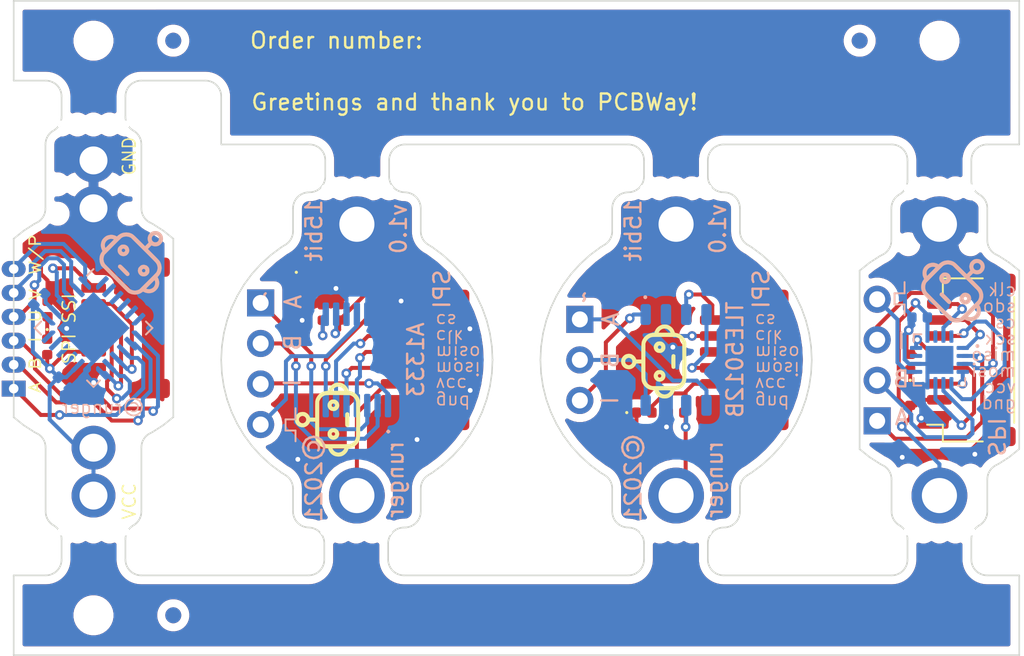
<source format=kicad_pcb>
(kicad_pcb (version 20171130) (host pcbnew "(5.1.6-0-10_14)")
  (layers (0 F.Cu signal) (31 B.Cu signal) (34 B.Paste user) (35 F.Paste user) (36 B.SilkS user) (37 F.SilkS user) (38 B.Mask user) (39 F.Mask user) (44 Edge.Cuts user))
  (net 0 "")
  (net 1 B1-ABI_A)
  (net 2 B1-ABI_B)
  (net 3 B1-ABI_I)
  (net 4 B1-GND)
  (net 5 B1-MISO)
  (net 6 B1-MOSI)
  (net 7 "B1-Net-(D1-Pad1)")
  (net 8 "B1-Net-(U1-Pad1)")
  (net 9 "B1-Net-(U1-Pad15)")
  (net 10 "B1-Net-(U1-Pad16)")
  (net 11 "B1-Net-(U1-Pad17)")
  (net 12 "B1-Net-(U1-Pad18)")
  (net 13 "B1-Net-(U1-Pad2)")
  (net 14 "B1-Net-(U1-Pad3)")
  (net 15 "B1-Net-(U1-Pad4)")
  (net 16 "B1-Net-(U1-Pad5)")
  (net 17 "B1-Net-(U1-Pad6)")
  (net 18 B1-SCK)
  (net 19 B1-UVW_U)
  (net 20 B1-UVW_V)
  (net 21 B1-UVW_W-PWM)
  (net 22 B1-VCC)
  (net 23 B1-nCS)
  (net 24 B2-ABI_A)
  (net 25 B2-ABI_B)
  (net 26 B2-ABI_I)
  (net 27 B2-GND)
  (net 28 B2-MISO)
  (net 29 B2-MOSI)
  (net 30 "B2-Net-(C1-Pad1)")
  (net 31 "B2-Net-(D1-Pad1)")
  (net 32 B2-PWM)
  (net 33 B2-SCK)
  (net 34 B2-VCC)
  (net 35 B2-nCS)
  (net 36 B3-ABI_A)
  (net 37 B3-ABI_B)
  (net 38 B3-ABI_I)
  (net 39 B3-GND)
  (net 40 B3-MOSI)
  (net 41 "B3-Net-(D1-Pad1)")
  (net 42 "B3-Net-(J1-Pad4)")
  (net 43 B3-SCK)
  (net 44 B3-VCC)
  (net 45 B3-nCS)
  (net 46 B4-ABI_A)
  (net 47 B4-ABI_B)
  (net 48 B4-ABI_I)
  (net 49 B4-GND)
  (net 50 B4-MISO)
  (net 51 B4-MOSI)
  (net 52 "B4-Net-(D1-Pad1)")
  (net 53 "B4-Net-(U1-Pad11)")
  (net 54 "B4-Net-(U1-Pad14)")
  (net 55 "B4-Net-(U1-Pad16)")
  (net 56 B4-PWM)
  (net 57 B4-SCK)
  (net 58 B4-SSCK)
  (net 59 B4-SSD)
  (net 60 B4-VCC)
  (net 61 B4-nCS)
  (module NPTH (layer F.Cu) (at 54.999 55.501)
    (fp_text reference REF** hide)
    (fp_text value NPTH hide)
    (pad "" np_thru_hole circle (at 0 0) (size 1.5 1.5) (drill 1.5) (layers *.Cu))
  )
  (module NPTH (layer F.Cu) (at 108.007084 19.49895)
    (fp_text reference REF** hide)
    (fp_text value NPTH hide)
    (pad "" np_thru_hole circle (at 0 0) (size 1.5 1.5) (drill 1.5) (layers *.Cu))
  )
  (module NPTH (layer F.Cu) (at 54.999 19.49895)
    (fp_text reference REF** hide)
    (fp_text value NPTH hide)
    (pad "" np_thru_hole circle (at 0 0) (size 1.5 1.5) (drill 1.5) (layers *.Cu))
  )
  (module Fiducial (layer B.Cu) (at 59.999 55.501)
    (fp_text reference REF** hide)
    (fp_text value Fiducial hide)
    (pad "" smd circle (at 0 0) (size 1 1) (layers B.Cu B.Mask))
  )
  (module Fiducial (layer F.Cu) (at 59.999 55.501)
    (fp_text reference REF** hide)
    (fp_text value Fiducial hide)
    (pad "" smd circle (at 0 0) (size 1 1) (layers F.Cu F.Mask))
  )
  (module Fiducial (layer B.Cu) (at 103.007084 19.49895)
    (fp_text reference REF** hide)
    (fp_text value Fiducial hide)
    (pad "" smd circle (at 0 0) (size 1 1) (layers B.Cu B.Mask))
  )
  (module Fiducial (layer F.Cu) (at 103.007084 19.49895)
    (fp_text reference REF** hide)
    (fp_text value Fiducial hide)
    (pad "" smd circle (at 0 0) (size 1 1) (layers F.Cu F.Mask))
  )
  (module Fiducial (layer B.Cu) (at 59.999 19.49895)
    (fp_text reference REF** hide)
    (fp_text value Fiducial hide)
    (pad "" smd circle (at 0 0) (size 1 1) (layers B.Cu B.Mask))
  )
  (module Fiducial (layer F.Cu) (at 59.999 19.49895)
    (fp_text reference REF** hide)
    (fp_text value Fiducial hide)
    (pad "" smd circle (at 0 0) (size 1 1) (layers F.Cu F.Mask))
  )
  (module NPTH (layer F.Cu) (at 53.000392 24.748999)
    (fp_text reference REF** hide)
    (fp_text value NPTH hide)
    (pad "" np_thru_hole circle (at 0 0) (size 0.5 0.5) (drill 0.5) (layers *.Cu))
  )
  (module NPTH (layer F.Cu) (at 54.000392 24.748987)
    (fp_text reference REF** hide)
    (fp_text value NPTH hide)
    (pad "" np_thru_hole circle (at 0 0) (size 0.5 0.5) (drill 0.5) (layers *.Cu))
  )
  (module NPTH (layer F.Cu) (at 55.000392 24.748974)
    (fp_text reference REF** hide)
    (fp_text value NPTH hide)
    (pad "" np_thru_hole circle (at 0 0) (size 0.5 0.5) (drill 0.5) (layers *.Cu))
  )
  (module NPTH (layer F.Cu) (at 56.000392 24.748962)
    (fp_text reference REF** hide)
    (fp_text value NPTH hide)
    (pad "" np_thru_hole circle (at 0 0) (size 0.5 0.5) (drill 0.5) (layers *.Cu))
  )
  (module NPTH (layer F.Cu) (at 57.000392 24.74895)
    (fp_text reference REF** hide)
    (fp_text value NPTH hide)
    (pad "" np_thru_hole circle (at 0 0) (size 0.5 0.5) (drill 0.5) (layers *.Cu))
  )
  (module NPTH (layer F.Cu) (at 57.000392 50.250999)
    (fp_text reference REF** hide)
    (fp_text value NPTH hide)
    (pad "" np_thru_hole circle (at 0 0) (size 0.5 0.5) (drill 0.5) (layers *.Cu))
  )
  (module NPTH (layer F.Cu) (at 56.000392 50.250987)
    (fp_text reference REF** hide)
    (fp_text value NPTH hide)
    (pad "" np_thru_hole circle (at 0 0) (size 0.5 0.5) (drill 0.5) (layers *.Cu))
  )
  (module NPTH (layer F.Cu) (at 55.000392 50.250974)
    (fp_text reference REF** hide)
    (fp_text value NPTH hide)
    (pad "" np_thru_hole circle (at 0 0) (size 0.5 0.5) (drill 0.5) (layers *.Cu))
  )
  (module NPTH (layer F.Cu) (at 54.000392 50.250962)
    (fp_text reference REF** hide)
    (fp_text value NPTH hide)
    (pad "" np_thru_hole circle (at 0 0) (size 0.5 0.5) (drill 0.5) (layers *.Cu))
  )
  (module NPTH (layer F.Cu) (at 53.000392 50.250949)
    (fp_text reference REF** hide)
    (fp_text value NPTH hide)
    (pad "" np_thru_hole circle (at 0 0) (size 0.5 0.5) (drill 0.5) (layers *.Cu))
  )
  (module NPTH (layer F.Cu) (at 69.523038 28.748999)
    (fp_text reference REF** hide)
    (fp_text value NPTH hide)
    (pad "" np_thru_hole circle (at 0 0) (size 0.5 0.5) (drill 0.5) (layers *.Cu))
  )
  (module NPTH (layer F.Cu) (at 70.523038 28.748999)
    (fp_text reference REF** hide)
    (fp_text value NPTH hide)
    (pad "" np_thru_hole circle (at 0 0) (size 0.5 0.5) (drill 0.5) (layers *.Cu))
  )
  (module NPTH (layer F.Cu) (at 71.523038 28.748999)
    (fp_text reference REF** hide)
    (fp_text value NPTH hide)
    (pad "" np_thru_hole circle (at 0 0) (size 0.5 0.5) (drill 0.5) (layers *.Cu))
  )
  (module NPTH (layer F.Cu) (at 72.523038 28.748999)
    (fp_text reference REF** hide)
    (fp_text value NPTH hide)
    (pad "" np_thru_hole circle (at 0 0) (size 0.5 0.5) (drill 0.5) (layers *.Cu))
  )
  (module NPTH (layer F.Cu) (at 73.523038 28.748999)
    (fp_text reference REF** hide)
    (fp_text value NPTH hide)
    (pad "" np_thru_hole circle (at 0 0) (size 0.5 0.5) (drill 0.5) (layers *.Cu))
  )
  (module NPTH (layer F.Cu) (at 73.463038 50.250999)
    (fp_text reference REF** hide)
    (fp_text value NPTH hide)
    (pad "" np_thru_hole circle (at 0 0) (size 0.5 0.5) (drill 0.5) (layers *.Cu))
  )
  (module NPTH (layer F.Cu) (at 72.463038 50.250999)
    (fp_text reference REF** hide)
    (fp_text value NPTH hide)
    (pad "" np_thru_hole circle (at 0 0) (size 0.5 0.5) (drill 0.5) (layers *.Cu))
  )
  (module NPTH (layer F.Cu) (at 71.463038 50.250999)
    (fp_text reference REF** hide)
    (fp_text value NPTH hide)
    (pad "" np_thru_hole circle (at 0 0) (size 0.5 0.5) (drill 0.5) (layers *.Cu))
  )
  (module NPTH (layer F.Cu) (at 70.463038 50.250999)
    (fp_text reference REF** hide)
    (fp_text value NPTH hide)
    (pad "" np_thru_hole circle (at 0 0) (size 0.5 0.5) (drill 0.5) (layers *.Cu))
  )
  (module NPTH (layer F.Cu) (at 69.463038 50.250999)
    (fp_text reference REF** hide)
    (fp_text value NPTH hide)
    (pad "" np_thru_hole circle (at 0 0) (size 0.5 0.5) (drill 0.5) (layers *.Cu))
  )
  (module NPTH (layer F.Cu) (at 93.49305 50.250999)
    (fp_text reference REF** hide)
    (fp_text value NPTH hide)
    (pad "" np_thru_hole circle (at 0 0) (size 0.5 0.5) (drill 0.5) (layers *.Cu))
  )
  (module NPTH (layer F.Cu) (at 92.49305 50.250999)
    (fp_text reference REF** hide)
    (fp_text value NPTH hide)
    (pad "" np_thru_hole circle (at 0 0) (size 0.5 0.5) (drill 0.5) (layers *.Cu))
  )
  (module NPTH (layer F.Cu) (at 91.49305 50.250999)
    (fp_text reference REF** hide)
    (fp_text value NPTH hide)
    (pad "" np_thru_hole circle (at 0 0) (size 0.5 0.5) (drill 0.5) (layers *.Cu))
  )
  (module NPTH (layer F.Cu) (at 90.49305 50.250999)
    (fp_text reference REF** hide)
    (fp_text value NPTH hide)
    (pad "" np_thru_hole circle (at 0 0) (size 0.5 0.5) (drill 0.5) (layers *.Cu))
  )
  (module NPTH (layer F.Cu) (at 89.49305 50.250999)
    (fp_text reference REF** hide)
    (fp_text value NPTH hide)
    (pad "" np_thru_hole circle (at 0 0) (size 0.5 0.5) (drill 0.5) (layers *.Cu))
  )
  (module NPTH (layer F.Cu) (at 89.49305 28.748999)
    (fp_text reference REF** hide)
    (fp_text value NPTH hide)
    (pad "" np_thru_hole circle (at 0 0) (size 0.5 0.5) (drill 0.5) (layers *.Cu))
  )
  (module NPTH (layer F.Cu) (at 90.49305 28.748999)
    (fp_text reference REF** hide)
    (fp_text value NPTH hide)
    (pad "" np_thru_hole circle (at 0 0) (size 0.5 0.5) (drill 0.5) (layers *.Cu))
  )
  (module NPTH (layer F.Cu) (at 91.49305 28.748999)
    (fp_text reference REF** hide)
    (fp_text value NPTH hide)
    (pad "" np_thru_hole circle (at 0 0) (size 0.5 0.5) (drill 0.5) (layers *.Cu))
  )
  (module NPTH (layer F.Cu) (at 92.49305 28.748999)
    (fp_text reference REF** hide)
    (fp_text value NPTH hide)
    (pad "" np_thru_hole circle (at 0 0) (size 0.5 0.5) (drill 0.5) (layers *.Cu))
  )
  (module NPTH (layer F.Cu) (at 93.49305 28.748999)
    (fp_text reference REF** hide)
    (fp_text value NPTH hide)
    (pad "" np_thru_hole circle (at 0 0) (size 0.5 0.5) (drill 0.5) (layers *.Cu))
  )
  (module NPTH (layer F.Cu) (at 110.00345 50.250998)
    (fp_text reference REF** hide)
    (fp_text value NPTH hide)
    (pad "" np_thru_hole circle (at 0 0) (size 0.5 0.5) (drill 0.5) (layers *.Cu))
  )
  (module NPTH (layer F.Cu) (at 109.00345 50.250999)
    (fp_text reference REF** hide)
    (fp_text value NPTH hide)
    (pad "" np_thru_hole circle (at 0 0) (size 0.5 0.5) (drill 0.5) (layers *.Cu))
  )
  (module NPTH (layer F.Cu) (at 108.00345 50.250999)
    (fp_text reference REF** hide)
    (fp_text value NPTH hide)
    (pad "" np_thru_hole circle (at 0 0) (size 0.5 0.5) (drill 0.5) (layers *.Cu))
  )
  (module NPTH (layer F.Cu) (at 107.00345 50.250999)
    (fp_text reference REF** hide)
    (fp_text value NPTH hide)
    (pad "" np_thru_hole circle (at 0 0) (size 0.5 0.5) (drill 0.5) (layers *.Cu))
  )
  (module NPTH (layer F.Cu) (at 106.00345 50.250999)
    (fp_text reference REF** hide)
    (fp_text value NPTH hide)
    (pad "" np_thru_hole circle (at 0 0) (size 0.5 0.5) (drill 0.5) (layers *.Cu))
  )
  (module NPTH (layer F.Cu) (at 106.003453 28.74895)
    (fp_text reference REF** hide)
    (fp_text value NPTH hide)
    (pad "" np_thru_hole circle (at 0 0) (size 0.5 0.5) (drill 0.5) (layers *.Cu))
  )
  (module NPTH (layer F.Cu) (at 107.003453 28.748962)
    (fp_text reference REF** hide)
    (fp_text value NPTH hide)
    (pad "" np_thru_hole circle (at 0 0) (size 0.5 0.5) (drill 0.5) (layers *.Cu))
  )
  (module NPTH (layer F.Cu) (at 108.003453 28.748975)
    (fp_text reference REF** hide)
    (fp_text value NPTH hide)
    (pad "" np_thru_hole circle (at 0 0) (size 0.5 0.5) (drill 0.5) (layers *.Cu))
  )
  (module NPTH (layer F.Cu) (at 109.003453 28.748988)
    (fp_text reference REF** hide)
    (fp_text value NPTH hide)
    (pad "" np_thru_hole circle (at 0 0) (size 0.5 0.5) (drill 0.5) (layers *.Cu))
  )
  (module NPTH (layer F.Cu) (at 110.003453 28.749001)
    (fp_text reference REF** hide)
    (fp_text value NPTH hide)
    (pad "" np_thru_hole circle (at 0 0) (size 0.5 0.5) (drill 0.5) (layers *.Cu))
  )
  (module Capacitor_SMD:C_0402_1005Metric (layer B.Cu) (at 106.76345 36.83995)
    (fp_text reference B4-C2)
    (fp_text value "1uF 6.3V")
    (pad 1 smd roundrect (at -0.485 0) (size 0.59 0.64) (layers B.Cu B.Paste B.Mask) (net 49 B4-GND))
    (pad 2 smd roundrect (at 0.485 0) (size 0.59 0.64) (layers B.Cu B.Paste B.Mask) (net 60 B4-VCC))
  )
  (module LED_SMD:LED_0402_1005Metric (layer F.Cu) (at 106.17345 41.86495 270)
    (fp_text reference B4-D1)
    (fp_text value green)
    (pad 1 smd roundrect (at -0.485 0 270) (size 0.59 0.64) (layers F.Cu F.Paste F.Mask) (net 52 "B4-Net-(D1-Pad1)"))
    (pad 2 smd roundrect (at 0.485 0 270) (size 0.59 0.64) (layers F.Cu F.Paste F.Mask) (net 60 B4-VCC))
  )
  (module MountingHole:MountingHole_2.2mm_M2_ISO7380_Pad (layer F.Cu) (at 108.00345 30.99995 90)
    (fp_text reference B4-H2)
    (fp_text value MountingHole_Pad)
    (pad 1 thru_hole circle (at 0 0 90) (size 3.5 3.5) (drill 2.2) (layers *.Cu *.Mask) (net 49 B4-GND))
  )
  (module Resistor_SMD:R_0402_1005Metric (layer F.Cu) (at 106.17345 39.62995 90)
    (fp_text reference B4-R1)
    (fp_text value 1k)
    (pad 1 smd roundrect (at -0.485 0 90) (size 0.59 0.64) (layers F.Cu F.Paste F.Mask) (net 52 "B4-Net-(D1-Pad1)"))
    (pad 2 smd roundrect (at 0.485 0 90) (size 0.59 0.64) (layers F.Cu F.Paste F.Mask) (net 49 B4-GND))
  )
  (module Package_DFN_QFN:QFN-16-1EP_3x3mm_P0.5mm_EP1.75x1.75mm (layer B.Cu) (at 108.00345 39.49995 180)
    (fp_text reference B4-U1)
    (fp_text value MA730)
    (pad 1 smd roundrect (at -1.4625 0.75 180) (size 0.775 0.25) (layers B.Cu B.Paste B.Mask) (net 59 B4-SSD))
    (pad 2 smd roundrect (at -1.4625 0.25 180) (size 0.775 0.25) (layers B.Cu B.Paste B.Mask) (net 46 B4-ABI_A))
    (pad 3 smd roundrect (at -1.4625 -0.25 180) (size 0.775 0.25) (layers B.Cu B.Paste B.Mask) (net 48 B4-ABI_I))
    (pad 4 smd roundrect (at -1.4625 -0.75 180) (size 0.775 0.25) (layers B.Cu B.Paste B.Mask) (net 51 B4-MOSI))
    (pad 5 smd roundrect (at -0.75 -1.4625 180) (size 0.25 0.775) (layers B.Cu B.Paste B.Mask) (net 61 B4-nCS))
    (pad 6 smd roundrect (at -0.25 -1.4625 180) (size 0.25 0.775) (layers B.Cu B.Paste B.Mask) (net 47 B4-ABI_B))
    (pad 7 smd roundrect (at 0.25 -1.4625 180) (size 0.25 0.775) (layers B.Cu B.Paste B.Mask) (net 50 B4-MISO))
    (pad 8 smd roundrect (at 0.75 -1.4625 180) (size 0.25 0.775) (layers B.Cu B.Paste B.Mask) (net 49 B4-GND))
    (pad 9 smd roundrect (at 1.4625 -0.75 180) (size 0.775 0.25) (layers B.Cu B.Paste B.Mask) (net 56 B4-PWM))
    (pad 10 smd roundrect (at 1.4625 -0.25 180) (size 0.775 0.25) (layers B.Cu B.Paste B.Mask) (net 49 B4-GND))
    (pad 11 smd roundrect (at 1.4625 0.25 180) (size 0.775 0.25) (layers B.Cu B.Paste B.Mask) (net 53 "B4-Net-(U1-Pad11)"))
    (pad 12 smd roundrect (at 1.4625 0.75 180) (size 0.775 0.25) (layers B.Cu B.Paste B.Mask) (net 57 B4-SCK))
    (pad 13 smd roundrect (at 0.75 1.4625 180) (size 0.25 0.775) (layers B.Cu B.Paste B.Mask) (net 60 B4-VCC))
    (pad 14 smd roundrect (at 0.25 1.4625 180) (size 0.25 0.775) (layers B.Cu B.Paste B.Mask) (net 54 "B4-Net-(U1-Pad14)"))
    (pad 15 smd roundrect (at -0.25 1.4625 180) (size 0.25 0.775) (layers B.Cu B.Paste B.Mask) (net 58 B4-SSCK))
    (pad 16 smd roundrect (at -0.75 1.4625 180) (size 0.25 0.775) (layers B.Cu B.Paste B.Mask) (net 55 "B4-Net-(U1-Pad16)"))
    (pad 17 smd rect (at 0 0 180) (size 1.75 1.75) (layers B.Cu B.Mask) (net 49 B4-GND))
  )
  (module MountingHole:MountingHole_2.2mm_M2_ISO7380_Pad (layer F.Cu) (at 108.00345 47.99995 90)
    (fp_text reference B4-H1)
    (fp_text value MountingHole_Pad)
    (pad 1 thru_hole circle (at 0 0 90) (size 3.5 3.5) (drill 2.2) (layers *.Cu *.Mask) (net 60 B4-VCC))
  )
  (module Connector_JST:JST_SH_SM08B-SRSS-TB_1x08-1MP_P1.00mm_Horizontal (layer F.Cu) (at 110.00345 39.49995 90)
    (fp_text reference B4-J1)
    (fp_text value Conn_01x06_MountingPin)
    (pad 1 smd roundrect (at -3.5 -2 90) (size 0.6 1.55) (layers F.Cu F.Paste F.Mask) (net 49 B4-GND))
    (pad 2 smd roundrect (at -2.5 -2 90) (size 0.6 1.55) (layers F.Cu F.Paste F.Mask) (net 60 B4-VCC))
    (pad 3 smd roundrect (at -1.5 -2 90) (size 0.6 1.55) (layers F.Cu F.Paste F.Mask) (net 51 B4-MOSI))
    (pad 4 smd roundrect (at -0.5 -2 90) (size 0.6 1.55) (layers F.Cu F.Paste F.Mask) (net 50 B4-MISO))
    (pad 5 smd roundrect (at 0.5 -2 90) (size 0.6 1.55) (layers F.Cu F.Paste F.Mask) (net 57 B4-SCK))
    (pad 6 smd roundrect (at 1.5 -2 90) (size 0.6 1.55) (layers F.Cu F.Paste F.Mask) (net 61 B4-nCS))
    (pad 7 smd roundrect (at 2.5 -2 90) (size 0.6 1.55) (layers F.Cu F.Paste F.Mask) (net 59 B4-SSD))
    (pad 8 smd roundrect (at 3.5 -2 90) (size 0.6 1.55) (layers F.Cu F.Paste F.Mask) (net 58 B4-SSCK))
    (pad MP smd roundrect (at -4.8 1.875 90) (size 1.2 1.8) (layers F.Cu F.Paste F.Mask) (roundrect_rratio 0.208333) (net 49 B4-GND))
    (pad MP smd roundrect (at 4.8 1.875 90) (size 1.2 1.8) (layers F.Cu F.Paste F.Mask) (roundrect_rratio 0.208333) (net 49 B4-GND))
  )
  (module Connector_PinHeader_2.54mm:PinHeader_1x04_P2.54mm_Vertical (layer F.Cu) (at 104.10345 43.31995 180)
    (fp_text reference B4-J2)
    (fp_text value Castellations_ABI)
    (pad 1 thru_hole rect (at 0 0 180) (size 1.7 1.7) (drill 1) (layers *.Cu *.Mask) (net 46 B4-ABI_A))
    (pad 2 thru_hole oval (at 0 2.54 180) (size 1.7 1.7) (drill 1) (layers *.Cu *.Mask) (net 47 B4-ABI_B))
    (pad 3 thru_hole oval (at 0 5.08 180) (size 1.7 1.7) (drill 1) (layers *.Cu *.Mask) (net 48 B4-ABI_I))
    (pad 4 thru_hole oval (at 0 7.62 180) (size 1.7 1.7) (drill 1) (layers *.Cu *.Mask) (net 56 B4-PWM))
  )
  (module runger:Mousebite (layer F.Cu) (at 109.95345 32.24995 90)
    (fp_text reference B4-H** hide)
    (fp_text value Mousebite hide)
    (pad "" np_thru_hole circle (at 0 0 90) (size 0.5 0.5) (drill 0.5) (layers *.Cu *.Mask))
  )
  (module runger:Mousebite (layer F.Cu) (at 106.05345 32.24995 90)
    (fp_text reference B4-H** hide)
    (fp_text value Mousebite hide)
    (pad "" np_thru_hole circle (at 0 0 90) (size 0.5 0.5) (drill 0.5) (layers *.Cu *.Mask))
  )
  (module runger:Mousebite (layer F.Cu) (at 109.95345 46.74995 90)
    (fp_text reference B4-H** hide)
    (fp_text value Mousebite hide)
    (pad "" np_thru_hole circle (at 0 0 90) (size 0.5 0.5) (drill 0.5) (layers *.Cu *.Mask))
  )
  (module runger:Mousebite (layer F.Cu) (at 106.05345 46.74995 90)
    (fp_text reference B4-H** hide)
    (fp_text value Mousebite hide)
    (pad "" np_thru_hole circle (at 0 0 90) (size 0.5 0.5) (drill 0.5) (layers *.Cu *.Mask))
  )
  (module runger:Robo_logo2 (layer B.Cu) (at 109.25345 34.75995 135)
    (fp_text reference B4-G*** hide)
    (fp_text value LOGO hide)
  )
  (module Connector_JST:JST_SH_SM06B-SRSS-TB_1x06-1MP_P1.00mm_Horizontal (layer F.Cu) (at 95.773051 39.499999 90)
    (fp_text reference B3-J1)
    (fp_text value Conn_01x06_MountingPin)
    (pad MP smd roundrect (at 3.8 1.875 90) (size 1.2 1.8) (layers F.Cu F.Paste F.Mask) (roundrect_rratio 0.208333) (net 39 B3-GND))
    (pad MP smd roundrect (at -3.8 1.875 90) (size 1.2 1.8) (layers F.Cu F.Paste F.Mask) (roundrect_rratio 0.208333) (net 39 B3-GND))
    (pad 6 smd roundrect (at 2.5 -2 90) (size 0.6 1.55) (layers F.Cu F.Paste F.Mask) (net 45 B3-nCS))
    (pad 5 smd roundrect (at 1.5 -2 90) (size 0.6 1.55) (layers F.Cu F.Paste F.Mask) (net 43 B3-SCK))
    (pad 4 smd roundrect (at 0.5 -2 90) (size 0.6 1.55) (layers F.Cu F.Paste F.Mask) (net 42 "B3-Net-(J1-Pad4)"))
    (pad 3 smd roundrect (at -0.5 -2 90) (size 0.6 1.55) (layers F.Cu F.Paste F.Mask) (net 40 B3-MOSI))
    (pad 2 smd roundrect (at -1.5 -2 90) (size 0.6 1.55) (layers F.Cu F.Paste F.Mask) (net 44 B3-VCC))
    (pad 1 smd roundrect (at -2.5 -2 90) (size 0.6 1.55) (layers F.Cu F.Paste F.Mask) (net 39 B3-GND))
  )
  (module MountingHole:MountingHole_2.2mm_M2_ISO7380_Pad (layer F.Cu) (at 91.503051 30.999999 90)
    (fp_text reference B3-H2)
    (fp_text value MountingHole_Pad)
    (pad 1 thru_hole circle (at 0 0 90) (size 3.5 3.5) (drill 2.2) (layers *.Cu *.Mask) (net 39 B3-GND))
  )
  (module Capacitor_SMD:C_0402_1005Metric (layer F.Cu) (at 91.503051 42.799999)
    (fp_text reference B3-C2)
    (fp_text value "100nF 6.3V")
    (pad 2 smd roundrect (at 0.485 0) (size 0.59 0.64) (layers F.Cu F.Paste F.Mask) (net 44 B3-VCC))
    (pad 1 smd roundrect (at -0.485 0) (size 0.59 0.64) (layers F.Cu F.Paste F.Mask) (net 39 B3-GND))
  )
  (module Resistor_SMD:R_0402_1005Metric (layer F.Cu) (at 89.503051 43.899999)
    (fp_text reference B3-R1)
    (fp_text value 1k)
    (pad 2 smd roundrect (at 0.485 0) (size 0.59 0.64) (layers F.Cu F.Paste F.Mask) (net 39 B3-GND))
    (pad 1 smd roundrect (at -0.485 0) (size 0.59 0.64) (layers F.Cu F.Paste F.Mask) (net 41 "B3-Net-(D1-Pad1)"))
  )
  (module MountingHole:MountingHole_2.2mm_M2_ISO7380_Pad (layer F.Cu) (at 91.503051 47.999999 90)
    (fp_text reference B3-H1)
    (fp_text value MountingHole_Pad)
    (pad 1 thru_hole circle (at 0 0 90) (size 3.5 3.5) (drill 2.2) (layers *.Cu *.Mask) (net 44 B3-VCC))
  )
  (module LED_SMD:LED_0402_1005Metric (layer F.Cu) (at 89.503051 42.799999)
    (fp_text reference B3-D1)
    (fp_text value green)
    (pad 2 smd roundrect (at 0.485 0) (size 0.59 0.64) (layers F.Cu F.Paste F.Mask) (net 44 B3-VCC))
    (pad 1 smd roundrect (at -0.485 0) (size 0.59 0.64) (layers F.Cu F.Paste F.Mask) (net 41 "B3-Net-(D1-Pad1)"))
  )
  (module Symbol:Robo_logo (layer F.Cu) (at 90.103051 39.599999 90)
    (fp_text reference B3-G*** hide)
    (fp_text value LOGO hide)
  )
  (module Connector_PinHeader_2.54mm:PinHeader_1x03_P2.54mm_Vertical (layer F.Cu) (at 85.473051 36.959999)
    (fp_text reference B3-J2)
    (fp_text value Castellations_ABI)
    (pad 1 thru_hole rect (at 0 0) (size 1.7 1.7) (drill 1) (layers *.Cu *.Mask) (net 36 B3-ABI_A))
    (pad 2 thru_hole oval (at 0 2.54) (size 1.7 1.7) (drill 1) (layers *.Cu *.Mask) (net 37 B3-ABI_B))
    (pad 3 thru_hole oval (at 0 5.08) (size 1.7 1.7) (drill 1) (layers *.Cu *.Mask) (net 38 B3-ABI_I))
  )
  (module runger:Infineon_PG-DSO-8 (layer B.Cu) (at 91.503051 39.499999 270)
    (fp_text reference B3-U1)
    (fp_text value TLE5012B)
    (pad 1 smd roundrect (at -2.845 1.905 270) (size 1.31 0.65) (layers B.Cu B.Paste B.Mask) (net 38 B3-ABI_I))
    (pad 2 smd roundrect (at -2.845 0.635 270) (size 1.31 0.65) (layers B.Cu B.Paste B.Mask) (net 43 B3-SCK))
    (pad 3 smd roundrect (at -2.845 -0.635 270) (size 1.31 0.65) (layers B.Cu B.Paste B.Mask) (net 45 B3-nCS))
    (pad 4 smd roundrect (at -2.845 -1.905 270) (size 1.31 0.65) (layers B.Cu B.Paste B.Mask) (net 40 B3-MOSI))
    (pad 8 smd roundrect (at 2.845 1.905 270) (size 1.31 0.65) (layers B.Cu B.Paste B.Mask) (net 37 B3-ABI_B))
    (pad 7 smd roundrect (at 2.845 0.635 270) (size 1.31 0.65) (layers B.Cu B.Paste B.Mask) (net 39 B3-GND))
    (pad 6 smd roundrect (at 2.845 -0.635 270) (size 1.31 0.65) (layers B.Cu B.Paste B.Mask) (net 44 B3-VCC))
    (pad 5 smd roundrect (at 2.845 -1.905 270) (size 1.31 0.65) (layers B.Cu B.Paste B.Mask) (net 36 B3-ABI_A))
  )
  (module Capacitor_SMD:C_0402_1005Metric (layer F.Cu) (at 69.363039 36.529999 90)
    (fp_text reference B2-C1)
    (fp_text value "100nF 6.3V")
    (pad 1 smd roundrect (at -0.485 0 90) (size 0.59 0.64) (layers F.Cu F.Paste F.Mask) (net 30 "B2-Net-(C1-Pad1)"))
    (pad 2 smd roundrect (at 0.485 0 90) (size 0.59 0.64) (layers F.Cu F.Paste F.Mask) (net 27 B2-GND))
  )
  (module Capacitor_SMD:C_0402_1005Metric (layer F.Cu) (at 70.393039 36.519999 270)
    (fp_text reference B2-C2)
    (fp_text value "100nF 6.3V")
    (pad 1 smd roundrect (at -0.485 0 270) (size 0.59 0.64) (layers F.Cu F.Paste F.Mask) (net 27 B2-GND))
    (pad 2 smd roundrect (at 0.485 0 270) (size 0.59 0.64) (layers F.Cu F.Paste F.Mask) (net 34 B2-VCC))
  )
  (module MountingHole:MountingHole_2.2mm_M2_ISO7380_Pad (layer F.Cu) (at 71.503039 30.999999 90)
    (fp_text reference B2-H2)
    (fp_text value MountingHole_Pad)
    (pad 1 thru_hole circle (at 0 0 90) (size 3.5 3.5) (drill 2.2) (layers *.Cu *.Mask) (net 27 B2-GND))
  )
  (module MountingHole:MountingHole_2.2mm_M2_ISO7380_Pad (layer F.Cu) (at 71.503039 47.999999 90)
    (fp_text reference B2-H1)
    (fp_text value MountingHole_Pad)
    (pad 1 thru_hole circle (at 0 0 90) (size 3.5 3.5) (drill 2.2) (layers *.Cu *.Mask) (net 34 B2-VCC))
  )
  (module Resistor_SMD:R_0402_1005Metric (layer F.Cu) (at 68.333039 35.509999 270)
    (fp_text reference B2-R1)
    (fp_text value 1k)
    (pad 1 smd roundrect (at -0.485 0 270) (size 0.59 0.64) (layers F.Cu F.Paste F.Mask) (net 31 "B2-Net-(D1-Pad1)"))
    (pad 2 smd roundrect (at 0.485 0 270) (size 0.59 0.64) (layers F.Cu F.Paste F.Mask) (net 27 B2-GND))
  )
  (module Connector_JST:JST_SH_SM06B-SRSS-TB_1x06-1MP_P1.00mm_Horizontal (layer F.Cu) (at 75.773039 39.499999 90)
    (fp_text reference B2-J1)
    (fp_text value Conn_01x06_MountingPin)
    (pad 1 smd roundrect (at -2.5 -2 90) (size 0.6 1.55) (layers F.Cu F.Paste F.Mask) (net 27 B2-GND))
    (pad 2 smd roundrect (at -1.5 -2 90) (size 0.6 1.55) (layers F.Cu F.Paste F.Mask) (net 34 B2-VCC))
    (pad 3 smd roundrect (at -0.5 -2 90) (size 0.6 1.55) (layers F.Cu F.Paste F.Mask) (net 29 B2-MOSI))
    (pad 4 smd roundrect (at 0.5 -2 90) (size 0.6 1.55) (layers F.Cu F.Paste F.Mask) (net 28 B2-MISO))
    (pad 5 smd roundrect (at 1.5 -2 90) (size 0.6 1.55) (layers F.Cu F.Paste F.Mask) (net 33 B2-SCK))
    (pad 6 smd roundrect (at 2.5 -2 90) (size 0.6 1.55) (layers F.Cu F.Paste F.Mask) (net 35 B2-nCS))
    (pad MP smd roundrect (at -3.8 1.875 90) (size 1.2 1.8) (layers F.Cu F.Paste F.Mask) (roundrect_rratio 0.208333) (net 27 B2-GND))
    (pad MP smd roundrect (at 3.8 1.875 90) (size 1.2 1.8) (layers F.Cu F.Paste F.Mask) (roundrect_rratio 0.208333) (net 27 B2-GND))
  )
  (module Connector_PinHeader_2.54mm:PinHeader_1x04_P2.54mm_Vertical (layer F.Cu) (at 65.473039 35.929999)
    (fp_text reference B2-J2)
    (fp_text value Castellations_ABI)
    (pad 1 thru_hole rect (at 0 0) (size 1.7 1.7) (drill 1) (layers *.Cu *.Mask) (net 24 B2-ABI_A))
    (pad 2 thru_hole oval (at 0 2.54) (size 1.7 1.7) (drill 1) (layers *.Cu *.Mask) (net 25 B2-ABI_B))
    (pad 3 thru_hole oval (at 0 5.08) (size 1.7 1.7) (drill 1) (layers *.Cu *.Mask) (net 26 B2-ABI_I))
    (pad 4 thru_hole oval (at 0 7.62) (size 1.7 1.7) (drill 1) (layers *.Cu *.Mask) (net 32 B2-PWM))
  )
  (module LED_SMD:LED_0402_1005Metric (layer F.Cu) (at 68.798039 34.009999)
    (fp_text reference B2-D1)
    (fp_text value green)
    (pad 1 smd roundrect (at -0.485 0) (size 0.59 0.64) (layers F.Cu F.Paste F.Mask) (net 31 "B2-Net-(D1-Pad1)"))
    (pad 2 smd roundrect (at 0.485 0) (size 0.59 0.64) (layers F.Cu F.Paste F.Mask) (net 34 B2-VCC))
  )
  (module Symbol:Robo_logo (layer F.Cu) (at 69.663039 43.239999 90)
    (fp_text reference B2-G*** hide)
    (fp_text value LOGO hide)
  )
  (module Package_SO:TSSOP-14_4.4x5mm_P0.65mm (layer B.Cu) (at 71.503039 39.499999 270)
    (fp_text reference B2-U1)
    (fp_text value A1333)
    (pad 1 smd roundrect (at -2.8625 1.95 270) (size 1.475 0.4) (layers B.Cu B.Paste B.Mask) (net 30 "B2-Net-(C1-Pad1)"))
    (pad 2 smd roundrect (at -2.8625 1.3 270) (size 1.475 0.4) (layers B.Cu B.Paste B.Mask) (net 34 B2-VCC))
    (pad 3 smd roundrect (at -2.8625 0.65 270) (size 1.475 0.4) (layers B.Cu B.Paste B.Mask) (net 27 B2-GND))
    (pad 4 smd roundrect (at -2.8625 0 270) (size 1.475 0.4) (layers B.Cu B.Paste B.Mask) (net 32 B2-PWM))
    (pad 5 smd roundrect (at -2.8625 -0.65 270) (size 1.475 0.4) (layers B.Cu B.Paste B.Mask) (net 27 B2-GND))
    (pad 6 smd roundrect (at -2.8625 -1.3 270) (size 1.475 0.4) (layers B.Cu B.Paste B.Mask) (net 27 B2-GND))
    (pad 7 smd roundrect (at -2.8625 -1.95 270) (size 1.475 0.4) (layers B.Cu B.Paste B.Mask) (net 27 B2-GND))
    (pad 8 smd roundrect (at 2.8625 -1.95 270) (size 1.475 0.4) (layers B.Cu B.Paste B.Mask) (net 26 B2-ABI_I))
    (pad 9 smd roundrect (at 2.8625 -1.3 270) (size 1.475 0.4) (layers B.Cu B.Paste B.Mask) (net 25 B2-ABI_B))
    (pad 10 smd roundrect (at 2.8625 -0.65 270) (size 1.475 0.4) (layers B.Cu B.Paste B.Mask) (net 24 B2-ABI_A))
    (pad 11 smd roundrect (at 2.8625 0 270) (size 1.475 0.4) (layers B.Cu B.Paste B.Mask) (net 28 B2-MISO))
    (pad 12 smd roundrect (at 2.8625 0.65 270) (size 1.475 0.4) (layers B.Cu B.Paste B.Mask) (net 29 B2-MOSI))
    (pad 13 smd roundrect (at 2.8625 1.3 270) (size 1.475 0.4) (layers B.Cu B.Paste B.Mask) (net 33 B2-SCK))
    (pad 14 smd roundrect (at 2.8625 1.95 270) (size 1.475 0.4) (layers B.Cu B.Paste B.Mask) (net 35 B2-nCS))
  )
  (module Capacitor_SMD:C_0402_1005Metric (layer B.Cu) (at 51.600396 35.69995 45)
    (fp_text reference B1-C1)
    (fp_text value "100nF 6.3V")
    (pad 1 smd roundrect (at -0.485 0 45) (size 0.59 0.64) (layers B.Cu B.Paste B.Mask) (net 22 B1-VCC))
    (pad 2 smd roundrect (at 0.485 0 45) (size 0.59 0.64) (layers B.Cu B.Paste B.Mask) (net 4 B1-GND))
  )
  (module Capacitor_SMD:C_0402_1005Metric (layer B.Cu) (at 53.150396 40.92995 135)
    (fp_text reference B1-C2)
    (fp_text value "10uF 6.3V")
    (pad 1 smd roundrect (at -0.485 0 135) (size 0.59 0.64) (layers B.Cu B.Paste B.Mask) (net 4 B1-GND))
    (pad 2 smd roundrect (at 0.485 0 135) (size 0.59 0.64) (layers B.Cu B.Paste B.Mask) (net 22 B1-VCC))
  )
  (module LED_SMD:LED_0402_1005Metric (layer F.Cu) (at 52.100396 38.68495 270)
    (fp_text reference B1-D1)
    (fp_text value green)
    (pad 1 smd roundrect (at -0.485 0 270) (size 0.59 0.64) (layers F.Cu F.Paste F.Mask) (net 7 "B1-Net-(D1-Pad1)"))
    (pad 2 smd roundrect (at 0.485 0 270) (size 0.59 0.64) (layers F.Cu F.Paste F.Mask) (net 22 B1-VCC))
  )
  (module Resistor_SMD:R_0402_1005Metric (layer F.Cu) (at 52.120396 36.30995 90)
    (fp_text reference B1-R1)
    (fp_text value 1k)
    (pad 1 smd roundrect (at -0.485 0 90) (size 0.59 0.64) (layers F.Cu F.Paste F.Mask) (net 7 "B1-Net-(D1-Pad1)"))
    (pad 2 smd roundrect (at 0.485 0 90) (size 0.59 0.64) (layers F.Cu F.Paste F.Mask) (net 4 B1-GND))
  )
  (module Package_DFN_QFN:QFN-24-1EP_5x5mm_P0.65mm_EP3.2x3.2mm (layer B.Cu) (at 55.000396 37.49995 225)
    (fp_text reference B1-U1)
    (fp_text value AEAT_8800_Q24)
    (pad 1 smd custom (at -2.3625 1.625 225) (size 0.193934 0.193934) (layers B.Cu B.Paste B.Mask) (net 8 "B1-Net-(U1-Pad1)") (options (clearance outline) (anchor circle)) (primitives (gr_poly (pts (xy -0.4375 0.075) (xy 0.331434 0.075) (xy 0.4375 -0.031066) (xy 0.4375 -0.075) (xy -0.4375 -0.075)) (width 0.15))))
    (pad 2 smd roundrect (at -2.3625 0.975 225) (size 1.025 0.3) (layers B.Cu B.Paste B.Mask) (net 13 "B1-Net-(U1-Pad2)"))
    (pad 3 smd roundrect (at -2.3625 0.325 225) (size 1.025 0.3) (layers B.Cu B.Paste B.Mask) (net 14 "B1-Net-(U1-Pad3)"))
    (pad 4 smd roundrect (at -2.3625 -0.325 225) (size 1.025 0.3) (layers B.Cu B.Paste B.Mask) (net 15 "B1-Net-(U1-Pad4)"))
    (pad 5 smd roundrect (at -2.3625 -0.975 225) (size 1.025 0.3) (layers B.Cu B.Paste B.Mask) (net 16 "B1-Net-(U1-Pad5)"))
    (pad 6 smd custom (at -2.3625 -1.625 225) (size 0.193934 0.193934) (layers B.Cu B.Paste B.Mask) (net 17 "B1-Net-(U1-Pad6)") (options (clearance outline) (anchor circle)) (primitives (gr_poly (pts (xy -0.4375 0.075) (xy 0.4375 0.075) (xy 0.4375 0.031066) (xy 0.331434 -0.075) (xy -0.4375 -0.075)) (width 0.15))))
    (pad 7 smd custom (at -1.625 -2.3625 225) (size 0.193934 0.193934) (layers B.Cu B.Paste B.Mask) (net 3 B1-ABI_I) (options (clearance outline) (anchor circle)) (primitives (gr_poly (pts (xy -0.075 0.331434) (xy 0.031066 0.4375) (xy 0.075 0.4375) (xy 0.075 -0.4375) (xy -0.075 -0.4375)) (width 0.15))))
    (pad 8 smd roundrect (at -0.975 -2.3625 225) (size 0.3 1.025) (layers B.Cu B.Paste B.Mask) (net 2 B1-ABI_B))
    (pad 9 smd roundrect (at -0.325 -2.3625 225) (size 0.3 1.025) (layers B.Cu B.Paste B.Mask) (net 1 B1-ABI_A))
    (pad 10 smd roundrect (at 0.325 -2.3625 225) (size 0.3 1.025) (layers B.Cu B.Paste B.Mask) (net 18 B1-SCK))
    (pad 11 smd roundrect (at 0.975 -2.3625 225) (size 0.3 1.025) (layers B.Cu B.Paste B.Mask) (net 6 B1-MOSI))
    (pad 12 smd custom (at 1.625 -2.3625 225) (size 0.193934 0.193934) (layers B.Cu B.Paste B.Mask) (net 5 B1-MISO) (options (clearance outline) (anchor circle)) (primitives (gr_poly (pts (xy -0.075 0.4375) (xy -0.031066 0.4375) (xy 0.075 0.331434) (xy 0.075 -0.4375) (xy -0.075 -0.4375)) (width 0.15))))
    (pad 13 smd custom (at 2.3625 -1.625 225) (size 0.193934 0.193934) (layers B.Cu B.Paste B.Mask) (net 4 B1-GND) (options (clearance outline) (anchor circle)) (primitives (gr_poly (pts (xy -0.4375 0.075) (xy 0.4375 0.075) (xy 0.4375 -0.075) (xy -0.331434 -0.075) (xy -0.4375 0.031066)) (width 0.15))))
    (pad 14 smd roundrect (at 2.3625 -0.975 225) (size 1.025 0.3) (layers B.Cu B.Paste B.Mask) (net 22 B1-VCC))
    (pad 15 smd roundrect (at 2.3625 -0.325 225) (size 1.025 0.3) (layers B.Cu B.Paste B.Mask) (net 9 "B1-Net-(U1-Pad15)"))
    (pad 16 smd roundrect (at 2.3625 0.325 225) (size 1.025 0.3) (layers B.Cu B.Paste B.Mask) (net 10 "B1-Net-(U1-Pad16)"))
    (pad 17 smd roundrect (at 2.3625 0.975 225) (size 1.025 0.3) (layers B.Cu B.Paste B.Mask) (net 11 "B1-Net-(U1-Pad17)"))
    (pad 18 smd custom (at 2.3625 1.625 225) (size 0.193934 0.193934) (layers B.Cu B.Paste B.Mask) (net 12 "B1-Net-(U1-Pad18)") (options (clearance outline) (anchor circle)) (primitives (gr_poly (pts (xy -0.4375 -0.031066) (xy -0.331434 0.075) (xy 0.4375 0.075) (xy 0.4375 -0.075) (xy -0.4375 -0.075)) (width 0.15))))
    (pad 19 smd custom (at 1.625 2.3625 225) (size 0.193934 0.193934) (layers B.Cu B.Paste B.Mask) (net 22 B1-VCC) (options (clearance outline) (anchor circle)) (primitives (gr_poly (pts (xy -0.075 0.4375) (xy 0.075 0.4375) (xy 0.075 -0.331434) (xy -0.031066 -0.4375) (xy -0.075 -0.4375)) (width 0.15))))
    (pad 20 smd roundrect (at 0.975 2.3625 225) (size 0.3 1.025) (layers B.Cu B.Paste B.Mask) (net 4 B1-GND))
    (pad 21 smd roundrect (at 0.325 2.3625 225) (size 0.3 1.025) (layers B.Cu B.Paste B.Mask) (net 23 B1-nCS))
    (pad 22 smd roundrect (at -0.325 2.3625 225) (size 0.3 1.025) (layers B.Cu B.Paste B.Mask) (net 19 B1-UVW_U))
    (pad 23 smd roundrect (at -0.975 2.3625 225) (size 0.3 1.025) (layers B.Cu B.Paste B.Mask) (net 20 B1-UVW_V))
    (pad 24 smd custom (at -1.625 2.3625 225) (size 0.193934 0.193934) (layers B.Cu B.Paste B.Mask) (net 21 B1-UVW_W-PWM) (options (clearance outline) (anchor circle)) (primitives (gr_poly (pts (xy -0.075 0.4375) (xy 0.075 0.4375) (xy 0.075 -0.4375) (xy 0.031066 -0.4375) (xy -0.075 -0.331434)) (width 0.15))))
    (pad 25 smd rect (at 0 0 225) (size 3.2 3.2) (layers B.Cu B.Mask) (net 4 B1-GND))
  )
  (module runger:MountingHole_Pad_1.75mm_2.75mm (layer F.Cu) (at 55.000396 44.99995 90)
    (fp_text reference B1-H1)
    (fp_text value MountingHole_Pad)
    (pad 1 thru_hole circle (at 0 0 90) (size 2.75 2.75) (drill 1.75) (layers *.Cu *.Mask) (net 22 B1-VCC))
  )
  (module runger:MountingHole_Pad_1.75mm_2.75mm (layer F.Cu) (at 55.000396 29.99995 90)
    (fp_text reference B1-H2)
    (fp_text value MountingHole_Pad)
    (pad 1 thru_hole circle (at 0 0 90) (size 2.75 2.75) (drill 1.75) (layers *.Cu *.Mask) (net 4 B1-GND))
  )
  (module runger:MountingHole_Pad_1.75mm_2.75mm (layer F.Cu) (at 55.000396 47.99995 90)
    (fp_text reference B1-H1)
    (fp_text value MountingHole_Pad)
    (pad 1 thru_hole circle (at 0 0 90) (size 2.75 2.75) (drill 1.75) (layers *.Cu *.Mask) (net 22 B1-VCC))
  )
  (module runger:MountingHole_Pad_1.75mm_2.75mm (layer F.Cu) (at 55.000396 26.99995 90)
    (fp_text reference B1-H2)
    (fp_text value MountingHole_Pad)
    (pad 1 thru_hole circle (at 0 0 90) (size 2.75 2.75) (drill 1.75) (layers *.Cu *.Mask) (net 4 B1-GND))
  )
  (module runger:Robo_logo2 (layer B.Cu) (at 57.770396 33.00995 135)
    (fp_text reference B1-G*** hide)
    (fp_text value LOGO hide)
  )
  (module Connector_JST:JST_SH_SM06B-SRSS-TB_1x06-1MP_P1.00mm_Horizontal (layer F.Cu) (at 57.010396 37.48995 90)
    (fp_text reference B1-J1)
    (fp_text value Conn_01x06_MountingPin)
    (pad 1 smd roundrect (at -2.5 -2 90) (size 0.6 1.55) (layers F.Cu F.Paste F.Mask) (net 4 B1-GND))
    (pad 2 smd roundrect (at -1.5 -2 90) (size 0.6 1.55) (layers F.Cu F.Paste F.Mask) (net 22 B1-VCC))
    (pad 3 smd roundrect (at -0.5 -2 90) (size 0.6 1.55) (layers F.Cu F.Paste F.Mask) (net 6 B1-MOSI))
    (pad 4 smd roundrect (at 0.5 -2 90) (size 0.6 1.55) (layers F.Cu F.Paste F.Mask) (net 5 B1-MISO))
    (pad 5 smd roundrect (at 1.5 -2 90) (size 0.6 1.55) (layers F.Cu F.Paste F.Mask) (net 18 B1-SCK))
    (pad 6 smd roundrect (at 2.5 -2 90) (size 0.6 1.55) (layers F.Cu F.Paste F.Mask) (net 23 B1-nCS))
    (pad MP smd roundrect (at -3.8 1.875 90) (size 1.2 1.8) (layers F.Cu F.Paste F.Mask) (roundrect_rratio 0.208) (net 4 B1-GND))
    (pad MP smd roundrect (at 3.8 1.875 90) (size 1.2 1.8) (layers F.Cu F.Paste F.Mask) (roundrect_rratio 0.208333) (net 4 B1-GND))
  )
  (module runger:Mousebite (layer F.Cu) (at 52.750396 30.33995 90)
    (fp_text reference B1-H** hide)
    (fp_text value Mousebite hide)
    (pad "" np_thru_hole circle (at 0 0 90) (size 0.5 0.5) (drill 0.5) (layers *.Cu *.Mask))
  )
  (module runger:Mousebite (layer F.Cu) (at 57.250396 30.33995 90)
    (fp_text reference B1-H** hide)
    (fp_text value Mousebite hide)
    (pad "" np_thru_hole circle (at 0 0 90) (size 0.5 0.5) (drill 0.5) (layers *.Cu *.Mask))
  )
  (module runger:Mousebite (layer F.Cu) (at 52.750396 46.50995 90)
    (fp_text reference B1-H** hide)
    (fp_text value Mousebite hide)
    (pad "" np_thru_hole circle (at 0 0 90) (size 0.5 0.5) (drill 0.5) (layers *.Cu *.Mask))
  )
  (module runger:Mousebite (layer F.Cu) (at 57.250396 46.50995 90)
    (fp_text reference B1-H** hide)
    (fp_text value Mousebite hide)
    (pad "" np_thru_hole circle (at 0 0 90) (size 0.5 0.5) (drill 0.5) (layers *.Cu *.Mask))
  )
  (module runger:Mousebite (layer F.Cu) (at 56.060396 46.50995 90)
    (fp_text reference B1-H** hide)
    (fp_text value Mousebite hide)
    (pad "" np_thru_hole circle (at 0 0 90) (size 0.5 0.5) (drill 0.5) (layers *.Cu *.Mask))
  )
  (module runger:Mousebite (layer F.Cu) (at 53.940396 46.51995 90)
    (fp_text reference B1-H** hide)
    (fp_text value Mousebite hide)
    (pad "" np_thru_hole circle (at 0 0 90) (size 0.5 0.5) (drill 0.5) (layers *.Cu *.Mask))
  )
  (module runger:Mousebite (layer F.Cu) (at 53.940396 28.50995 90)
    (fp_text reference B1-H** hide)
    (fp_text value Mousebite hide)
    (pad "" np_thru_hole circle (at 0 0 90) (size 0.5 0.5) (drill 0.5) (layers *.Cu *.Mask))
  )
  (module runger:Mousebite (layer F.Cu) (at 56.060396 28.49995 90)
    (fp_text reference B1-H** hide)
    (fp_text value Mousebite hide)
    (pad "" np_thru_hole circle (at 0 0 90) (size 0.5 0.5) (drill 0.5) (layers *.Cu *.Mask))
  )
  (module runger:Mousebite (layer F.Cu) (at 52.750396 28.49995 90)
    (fp_text reference B1-H** hide)
    (fp_text value Mousebite hide)
    (pad "" np_thru_hole circle (at 0 0 90) (size 0.5 0.5) (drill 0.5) (layers *.Cu *.Mask))
  )
  (module runger:Mousebite (layer F.Cu) (at 57.250396 28.49995 90)
    (fp_text reference B1-H** hide)
    (fp_text value Mousebite hide)
    (pad "" np_thru_hole circle (at 0 0 90) (size 0.5 0.5) (drill 0.5) (layers *.Cu *.Mask))
  )
  (module runger:Mousebite (layer F.Cu) (at 52.750396 44.64995 90)
    (fp_text reference B1-H** hide)
    (fp_text value Mousebite hide)
    (pad "" np_thru_hole circle (at 0 0 90) (size 0.5 0.5) (drill 0.5) (layers *.Cu *.Mask))
  )
  (module runger:Mousebite (layer F.Cu) (at 57.250396 44.64995 90)
    (fp_text reference B1-H** hide)
    (fp_text value Mousebite hide)
    (pad "" np_thru_hole circle (at 0 0 90) (size 0.5 0.5) (drill 0.5) (layers *.Cu *.Mask))
  )
  (module runger:Castellations_x6_1.5p_1hole (layer F.Cu) (at 50.000396 41.29995 90)
    (fp_text reference B1-J2)
    (fp_text value Castellations_SPI)
    (pad 1 thru_hole rect (at 0 0 90) (size 1 1.5) (drill 0.6) (layers *.Cu *.Mask) (net 1 B1-ABI_A))
    (pad 2 thru_hole oval (at 1.5 0 90) (size 1 1.5) (drill 0.6) (layers *.Cu *.Mask) (net 2 B1-ABI_B))
    (pad 3 thru_hole oval (at 3 0 90) (size 1 1.5) (drill 0.6) (layers *.Cu *.Mask) (net 3 B1-ABI_I))
    (pad 4 thru_hole oval (at 4.5 0 90) (size 1 1.5) (drill 0.6) (layers *.Cu *.Mask) (net 19 B1-UVW_U))
    (pad 5 thru_hole oval (at 6 0 90) (size 1 1.5) (drill 0.6) (layers *.Cu *.Mask) (net 20 B1-UVW_V))
    (pad 6 thru_hole oval (at 7.5 0 90) (size 1 1.5) (drill 0.6) (layers *.Cu *.Mask) (net 21 B1-UVW_W-PWM))
  )
  (gr_text "Greetings and thank you to PCBWay!" (at 78.87 23.35) (layer F.SilkS) (effects (font (size 1 1))))
  (gr_text "Order number:" (at 70.22 19.48) (layer F.SilkS) (effects (font (size 1 1))))
  (gr_line (start 57.5884 25.1903) (end 57.4821 25.122) (layer Edge.Cuts) (width 0.1))
  (gr_line (start 57.6698 25.2562) (end 57.5884 25.1903) (layer Edge.Cuts) (width 0.1))
  (gr_line (start 57.7442 25.3306) (end 57.6698 25.2562) (layer Edge.Cuts) (width 0.1))
  (gr_line (start 57.8019 25.4013) (end 57.7442 25.3306) (layer Edge.Cuts) (width 0.1))
  (gr_line (start 57.8174 25.4226) (end 57.8019 25.4013) (layer Edge.Cuts) (width 0.1))
  (gr_line (start 57.8603 25.4886) (end 57.8174 25.4226) (layer Edge.Cuts) (width 0.1))
  (gr_line (start 57.8733 25.5112) (end 57.8603 25.4886) (layer Edge.Cuts) (width 0.1))
  (gr_line (start 57.9144 25.5927) (end 57.8733 25.5112) (layer Edge.Cuts) (width 0.1))
  (gr_line (start 57.9477 25.6783) (end 57.9144 25.5927) (layer Edge.Cuts) (width 0.1))
  (gr_line (start 57.9558 25.7033) (end 57.9477 25.6783) (layer Edge.Cuts) (width 0.1))
  (gr_line (start 57.9791 25.7917) (end 57.9558 25.7033) (layer Edge.Cuts) (width 0.1))
  (gr_line (start 57.9955 25.8951) (end 57.9791 25.7917) (layer Edge.Cuts) (width 0.1))
  (gr_line (start 58.0014 26.0066) (end 57.9955 25.8951) (layer Edge.Cuts) (width 0.1))
  (gr_line (start 58.0012 30.012) (end 58.0014 26.0066) (layer Edge.Cuts) (width 0.1))
  (gr_line (start 58.0062 30.1117) (end 58.0012 30.012) (layer Edge.Cuts) (width 0.1))
  (gr_line (start 58.0211 30.2101) (end 58.0062 30.1117) (layer Edge.Cuts) (width 0.1))
  (gr_line (start 58.0459 30.3065) (end 58.0211 30.2101) (layer Edge.Cuts) (width 0.1))
  (gr_line (start 58.0802 30.3999) (end 58.0459 30.3065) (layer Edge.Cuts) (width 0.1))
  (gr_line (start 58.1237 30.4894) (end 58.0802 30.3999) (layer Edge.Cuts) (width 0.1))
  (gr_line (start 58.176 30.5741) (end 58.1237 30.4894) (layer Edge.Cuts) (width 0.1))
  (gr_line (start 58.2365 30.6531) (end 58.176 30.5741) (layer Edge.Cuts) (width 0.1))
  (gr_line (start 58.3047 30.7256) (end 58.2365 30.6531) (layer Edge.Cuts) (width 0.1))
  (gr_line (start 58.3798 30.791) (end 58.3047 30.7256) (layer Edge.Cuts) (width 0.1))
  (gr_line (start 58.4611 30.8484) (end 58.3798 30.791) (layer Edge.Cuts) (width 0.1))
  (gr_line (start 58.5479 30.8975) (end 58.4611 30.8484) (layer Edge.Cuts) (width 0.1))
  (gr_line (start 58.7007 30.9741) (end 58.5479 30.8975) (layer Edge.Cuts) (width 0.1))
  (gr_line (start 58.7236 30.9871) (end 58.7007 30.9741) (layer Edge.Cuts) (width 0.1))
  (gr_line (start 59.3824 31.4105) (end 58.7236 30.9871) (layer Edge.Cuts) (width 0.1))
  (gr_line (start 59.9937 31.9012) (end 59.3824 31.4105) (layer Edge.Cuts) (width 0.1))
  (gr_line (start 60.0009 31.9083) (end 59.9937 31.9012) (layer Edge.Cuts) (width 0.1))
  (gr_line (start 60.0031 31.9137) (end 60.0009 31.9083) (layer Edge.Cuts) (width 0.1))
  (gr_line (start 60.0023 43.0682) (end 60.0031 31.9137) (layer Edge.Cuts) (width 0.1))
  (gr_line (start 60.0003 43.081) (end 60.0023 43.0682) (layer Edge.Cuts) (width 0.1))
  (gr_line (start 59.992 43.0898) (end 60.0003 43.081) (layer Edge.Cuts) (width 0.1))
  (gr_line (start 59.3815 43.5815) (end 59.992 43.0898) (layer Edge.Cuts) (width 0.1))
  (gr_line (start 58.7233 44.0059) (end 59.3815 43.5815) (layer Edge.Cuts) (width 0.1))
  (gr_line (start 58.7004 44.0189) (end 58.7233 44.0059) (layer Edge.Cuts) (width 0.1))
  (gr_line (start 58.5467 44.0963) (end 58.7004 44.0189) (layer Edge.Cuts) (width 0.1))
  (gr_line (start 58.4601 44.1455) (end 58.5467 44.0963) (layer Edge.Cuts) (width 0.1))
  (gr_line (start 58.379 44.2029) (end 58.4601 44.1455) (layer Edge.Cuts) (width 0.1))
  (gr_line (start 58.3041 44.2683) (end 58.379 44.2029) (layer Edge.Cuts) (width 0.1))
  (gr_line (start 58.2361 44.3408) (end 58.3041 44.2683) (layer Edge.Cuts) (width 0.1))
  (gr_line (start 58.1758 44.4197) (end 58.2361 44.3408) (layer Edge.Cuts) (width 0.1))
  (gr_line (start 58.1236 44.5043) (end 58.1758 44.4197) (layer Edge.Cuts) (width 0.1))
  (gr_line (start 58.0802 44.5937) (end 58.1236 44.5043) (layer Edge.Cuts) (width 0.1))
  (gr_line (start 58.046 44.687) (end 58.0802 44.5937) (layer Edge.Cuts) (width 0.1))
  (gr_line (start 58.0213 44.7833) (end 58.046 44.687) (layer Edge.Cuts) (width 0.1))
  (gr_line (start 58.0064 44.8815) (end 58.0213 44.7833) (layer Edge.Cuts) (width 0.1))
  (gr_line (start 58.0014 44.981) (end 58.0064 44.8815) (layer Edge.Cuts) (width 0.1))
  (gr_line (start 58.0014 48.9934) (end 58.0014 44.981) (layer Edge.Cuts) (width 0.1))
  (gr_line (start 57.9956 49.1048) (end 58.0014 48.9934) (layer Edge.Cuts) (width 0.1))
  (gr_line (start 57.9816 49.1951) (end 57.9956 49.1048) (layer Edge.Cuts) (width 0.1))
  (gr_line (start 57.9762 49.2208) (end 57.9816 49.1951) (layer Edge.Cuts) (width 0.1))
  (gr_line (start 57.9522 49.309) (end 57.9762 49.2208) (layer Edge.Cuts) (width 0.1))
  (gr_line (start 57.9196 49.3948) (end 57.9522 49.309) (layer Edge.Cuts) (width 0.1))
  (gr_line (start 57.9089 49.4188) (end 57.9196 49.3948) (layer Edge.Cuts) (width 0.1))
  (gr_line (start 57.8671 49.5001) (end 57.9089 49.4188) (layer Edge.Cuts) (width 0.1))
  (gr_line (start 57.8101 49.588) (end 57.8671 49.5001) (layer Edge.Cuts) (width 0.1))
  (gr_line (start 57.7442 49.6694) (end 57.8101 49.588) (layer Edge.Cuts) (width 0.1))
  (gr_line (start 57.6698 49.7438) (end 57.7442 49.6694) (layer Edge.Cuts) (width 0.1))
  (gr_line (start 57.5884 49.8097) (end 57.6698 49.7438) (layer Edge.Cuts) (width 0.1))
  (gr_line (start 57.5143 49.8582) (end 57.5884 49.8097) (layer Edge.Cuts) (width 0.1))
  (gr_line (start 57.4781 49.8801) (end 57.5143 49.8582) (layer Edge.Cuts) (width 0.1))
  (gr_line (start 57.3938 49.9372) (end 57.4781 49.8801) (layer Edge.Cuts) (width 0.1))
  (gr_line (start 57.316 50.0025) (end 57.3938 49.9372) (layer Edge.Cuts) (width 0.1))
  (gr_line (start 57.2453 50.0754) (end 57.316 50.0025) (layer Edge.Cuts) (width 0.1))
  (gr_line (start 57.1824 50.1552) (end 57.2453 50.0754) (layer Edge.Cuts) (width 0.1))
  (gr_line (start 57.128 50.2411) (end 57.1824 50.1552) (layer Edge.Cuts) (width 0.1))
  (gr_line (start 57.0828 50.332) (end 57.128 50.2411) (layer Edge.Cuts) (width 0.1))
  (gr_line (start 57.047 50.4271) (end 57.0828 50.332) (layer Edge.Cuts) (width 0.1))
  (gr_line (start 57.0213 50.5254) (end 57.047 50.4271) (layer Edge.Cuts) (width 0.1))
  (gr_line (start 57.0057 50.6258) (end 57.0213 50.5254) (layer Edge.Cuts) (width 0.1))
  (gr_line (start 57.0004 50.7275) (end 57.0057 50.6258) (layer Edge.Cuts) (width 0.1))
  (gr_line (start 57.0004 52.0107) (end 57.0004 50.7275) (layer Edge.Cuts) (width 0.1))
  (gr_line (start 57.0052 52.108) (end 57.0004 52.0107) (layer Edge.Cuts) (width 0.1))
  (gr_line (start 57.0194 52.2041) (end 57.0052 52.108) (layer Edge.Cuts) (width 0.1))
  (gr_line (start 57.0431 52.2984) (end 57.0194 52.2041) (layer Edge.Cuts) (width 0.1))
  (gr_line (start 57.0758 52.3898) (end 57.0431 52.2984) (layer Edge.Cuts) (width 0.1))
  (gr_line (start 57.1173 52.4777) (end 57.0758 52.3898) (layer Edge.Cuts) (width 0.1))
  (gr_line (start 57.1673 52.561) (end 57.1173 52.4777) (layer Edge.Cuts) (width 0.1))
  (gr_line (start 57.2251 52.639) (end 57.1673 52.561) (layer Edge.Cuts) (width 0.1))
  (gr_line (start 57.2904 52.711) (end 57.2251 52.639) (layer Edge.Cuts) (width 0.1))
  (gr_line (start 57.3624 52.7763) (end 57.2904 52.711) (layer Edge.Cuts) (width 0.1))
  (gr_line (start 57.4404 52.8341) (end 57.3624 52.7763) (layer Edge.Cuts) (width 0.1))
  (gr_line (start 57.5237 52.8841) (end 57.4404 52.8341) (layer Edge.Cuts) (width 0.1))
  (gr_line (start 57.6116 52.9256) (end 57.5237 52.8841) (layer Edge.Cuts) (width 0.1))
  (gr_line (start 57.703 52.9584) (end 57.6116 52.9256) (layer Edge.Cuts) (width 0.1))
  (gr_line (start 57.7973 52.982) (end 57.703 52.9584) (layer Edge.Cuts) (width 0.1))
  (gr_line (start 57.8934 52.9962) (end 57.7973 52.982) (layer Edge.Cuts) (width 0.1))
  (gr_line (start 57.9907 53.001) (end 57.8934 52.9962) (layer Edge.Cuts) (width 0.1))
  (gr_line (start 68.4728 53.001) (end 57.9907 53.001) (layer Edge.Cuts) (width 0.1))
  (gr_line (start 68.5701 52.9962) (end 68.4728 53.001) (layer Edge.Cuts) (width 0.1))
  (gr_line (start 68.6662 52.982) (end 68.5701 52.9962) (layer Edge.Cuts) (width 0.1))
  (gr_line (start 68.7604 52.9584) (end 68.6662 52.982) (layer Edge.Cuts) (width 0.1))
  (gr_line (start 68.8519 52.9256) (end 68.7604 52.9584) (layer Edge.Cuts) (width 0.1))
  (gr_line (start 68.9397 52.8841) (end 68.8519 52.9256) (layer Edge.Cuts) (width 0.1))
  (gr_line (start 69.023 52.8341) (end 68.9397 52.8841) (layer Edge.Cuts) (width 0.1))
  (gr_line (start 69.1011 52.7763) (end 69.023 52.8341) (layer Edge.Cuts) (width 0.1))
  (gr_line (start 69.1731 52.711) (end 69.1011 52.7763) (layer Edge.Cuts) (width 0.1))
  (gr_line (start 69.2383 52.639) (end 69.1731 52.711) (layer Edge.Cuts) (width 0.1))
  (gr_line (start 69.2962 52.561) (end 69.2383 52.639) (layer Edge.Cuts) (width 0.1))
  (gr_line (start 69.3461 52.4777) (end 69.2962 52.561) (layer Edge.Cuts) (width 0.1))
  (gr_line (start 69.3877 52.3899) (end 69.3461 52.4777) (layer Edge.Cuts) (width 0.1))
  (gr_line (start 69.4204 52.2984) (end 69.3877 52.3899) (layer Edge.Cuts) (width 0.1))
  (gr_line (start 69.444 52.2041) (end 69.4204 52.2984) (layer Edge.Cuts) (width 0.1))
  (gr_line (start 69.4583 52.108) (end 69.444 52.2041) (layer Edge.Cuts) (width 0.1))
  (gr_line (start 69.463 52.0108) (end 69.4583 52.108) (layer Edge.Cuts) (width 0.1))
  (gr_line (start 69.463 50.9907) (end 69.463 52.0108) (layer Edge.Cuts) (width 0.1))
  (gr_line (start 69.4585 50.8959) (end 69.463 50.9907) (layer Edge.Cuts) (width 0.1))
  (gr_line (start 69.4449 50.8021) (end 69.4585 50.8959) (layer Edge.Cuts) (width 0.1))
  (gr_line (start 69.4225 50.7101) (end 69.4449 50.8021) (layer Edge.Cuts) (width 0.1))
  (gr_line (start 69.3913 50.6206) (end 69.4225 50.7101) (layer Edge.Cuts) (width 0.1))
  (gr_line (start 69.3518 50.5346) (end 69.3913 50.6206) (layer Edge.Cuts) (width 0.1))
  (gr_line (start 69.3042 50.4527) (end 69.3518 50.5346) (layer Edge.Cuts) (width 0.1))
  (gr_line (start 69.249 50.3757) (end 69.3042 50.4527) (layer Edge.Cuts) (width 0.1))
  (gr_line (start 69.1867 50.3044) (end 69.249 50.3757) (layer Edge.Cuts) (width 0.1))
  (gr_line (start 69.1178 50.2393) (end 69.1867 50.3044) (layer Edge.Cuts) (width 0.1))
  (gr_line (start 69.0431 50.1811) (end 69.1178 50.2393) (layer Edge.Cuts) (width 0.1))
  (gr_line (start 68.9631 50.1303) (end 69.0431 50.1811) (layer Edge.Cuts) (width 0.1))
  (gr_line (start 68.8787 50.0874) (end 68.9631 50.1303) (layer Edge.Cuts) (width 0.1))
  (gr_line (start 68.7905 50.0528) (end 68.8787 50.0874) (layer Edge.Cuts) (width 0.1))
  (gr_line (start 68.6994 50.0267) (end 68.7905 50.0528) (layer Edge.Cuts) (width 0.1))
  (gr_line (start 68.6063 50.0095) (end 68.6994 50.0267) (layer Edge.Cuts) (width 0.1))
  (gr_line (start 68.5117 50.0013) (end 68.6063 50.0095) (layer Edge.Cuts) (width 0.1))
  (gr_line (start 68.3987 49.9952) (end 68.5117 50.0013) (layer Edge.Cuts) (width 0.1))
  (gr_line (start 68.2952 49.9788) (end 68.3987 49.9952) (layer Edge.Cuts) (width 0.1))
  (gr_line (start 68.194 49.9517) (end 68.2952 49.9788) (layer Edge.Cuts) (width 0.1))
  (gr_line (start 68.0963 49.9142) (end 68.194 49.9517) (layer Edge.Cuts) (width 0.1))
  (gr_line (start 68.0025 49.8664) (end 68.0963 49.9142) (layer Edge.Cuts) (width 0.1))
  (gr_line (start 67.9257 49.817) (end 68.0025 49.8664) (layer Edge.Cuts) (width 0.1))
  (gr_line (start 67.9045 49.8016) (end 67.9257 49.817) (layer Edge.Cuts) (width 0.1))
  (gr_line (start 67.8336 49.7438) (end 67.9045 49.8016) (layer Edge.Cuts) (width 0.1))
  (gr_line (start 67.7685 49.6791) (end 67.8336 49.7438) (layer Edge.Cuts) (width 0.1))
  (gr_line (start 67.7509 49.6596) (end 67.7685 49.6791) (layer Edge.Cuts) (width 0.1))
  (gr_line (start 67.6936 49.5884) (end 67.7509 49.6596) (layer Edge.Cuts) (width 0.1))
  (gr_line (start 67.6363 49.5001) (end 67.6936 49.5884) (layer Edge.Cuts) (width 0.1))
  (gr_line (start 67.5946 49.4189) (end 67.6363 49.5001) (layer Edge.Cuts) (width 0.1))
  (gr_line (start 67.5839 49.3949) (end 67.5946 49.4189) (layer Edge.Cuts) (width 0.1))
  (gr_line (start 67.5514 49.3094) (end 67.5839 49.3949) (layer Edge.Cuts) (width 0.1))
  (gr_line (start 67.5273 49.2208) (end 67.5514 49.3094) (layer Edge.Cuts) (width 0.1))
  (gr_line (start 67.5219 49.1951) (end 67.5273 49.2208) (layer Edge.Cuts) (width 0.1))
  (gr_line (start 67.5095 49.1173) (end 67.5219 49.1951) (layer Edge.Cuts) (width 0.1))
  (gr_line (start 67.5068 49.0916) (end 67.5095 49.1173) (layer Edge.Cuts) (width 0.1))
  (gr_line (start 67.502 48.9935) (end 67.5068 49.0916) (layer Edge.Cuts) (width 0.1))
  (gr_line (start 67.502 47.5622) (end 67.502 48.9935) (layer Edge.Cuts) (width 0.1))
  (gr_line (start 67.4977 47.4693) (end 67.502 47.5622) (layer Edge.Cuts) (width 0.1))
  (gr_line (start 67.4847 47.3774) (end 67.4977 47.4693) (layer Edge.Cuts) (width 0.1))
  (gr_line (start 67.4631 47.2871) (end 67.4847 47.3774) (layer Edge.Cuts) (width 0.1))
  (gr_line (start 67.4332 47.1992) (end 67.4631 47.2871) (layer Edge.Cuts) (width 0.1))
  (gr_line (start 67.3951 47.1145) (end 67.4332 47.1992) (layer Edge.Cuts) (width 0.1))
  (gr_line (start 67.3494 47.0338) (end 67.3951 47.1145) (layer Edge.Cuts) (width 0.1))
  (gr_line (start 67.2962 46.9577) (end 67.3494 47.0338) (layer Edge.Cuts) (width 0.1))
  (gr_line (start 67.2362 46.8869) (end 67.2962 46.9577) (layer Edge.Cuts) (width 0.1))
  (gr_line (start 67.1698 46.8221) (end 67.2362 46.8869) (layer Edge.Cuts) (width 0.1))
  (gr_line (start 67.0976 46.7637) (end 67.1698 46.8221) (layer Edge.Cuts) (width 0.1))
  (gr_line (start 67.02 46.7122) (end 67.0976 46.7637) (layer Edge.Cuts) (width 0.1))
  (gr_line (start 66.7966 46.5786) (end 67.02 46.7122) (layer Edge.Cuts) (width 0.1))
  (gr_line (start 66.7763 46.5651) (end 66.7966 46.5786) (layer Edge.Cuts) (width 0.1))
  (gr_line (start 66.1154 46.0753) (end 66.7763 46.5651) (layer Edge.Cuts) (width 0.1))
  (gr_line (start 65.5051 45.5234) (end 66.1154 46.0753) (layer Edge.Cuts) (width 0.1))
  (gr_line (start 65.4878 45.5062) (end 65.5051 45.5234) (layer Edge.Cuts) (width 0.1))
  (gr_line (start 64.9431 44.906) (end 65.4878 45.5062) (layer Edge.Cuts) (width 0.1))
  (gr_line (start 64.9275 44.8869) (end 64.9431 44.906) (layer Edge.Cuts) (width 0.1))
  (gr_line (start 64.4375 44.2264) (end 64.9275 44.8869) (layer Edge.Cuts) (width 0.1))
  (gr_line (start 64.0137 43.5208) (end 64.4375 44.2264) (layer Edge.Cuts) (width 0.1))
  (gr_line (start 64.0022 43.4993) (end 64.0137 43.5208) (layer Edge.Cuts) (width 0.1))
  (gr_line (start 63.6506 42.7559) (end 64.0022 43.4993) (layer Edge.Cuts) (width 0.1))
  (gr_line (start 63.3729 41.9814) (end 63.6506 42.7559) (layer Edge.Cuts) (width 0.1))
  (gr_line (start 63.3657 41.9578) (end 63.3729 41.9814) (layer Edge.Cuts) (width 0.1))
  (gr_line (start 63.166 41.16) (end 63.3657 41.9578) (layer Edge.Cuts) (width 0.1))
  (gr_line (start 63.0449 40.3462) (end 63.166 41.16) (layer Edge.Cuts) (width 0.1))
  (gr_line (start 63.0424 40.3216) (end 63.0449 40.3462) (layer Edge.Cuts) (width 0.1))
  (gr_line (start 63.0023 39.4997) (end 63.0424 40.3216) (layer Edge.Cuts) (width 0.1))
  (gr_line (start 63.0434 38.6658) (end 63.0023 39.4997) (layer Edge.Cuts) (width 0.1))
  (gr_line (start 63.1638 37.8524) (end 63.0434 38.6658) (layer Edge.Cuts) (width 0.1))
  (gr_line (start 63.1687 37.8282) (end 63.1638 37.8524) (layer Edge.Cuts) (width 0.1))
  (gr_line (start 63.3689 37.0306) (end 63.1687 37.8282) (layer Edge.Cuts) (width 0.1))
  (gr_line (start 63.6461 36.2558) (end 63.3689 37.0306) (layer Edge.Cuts) (width 0.1))
  (gr_line (start 63.6555 36.233) (end 63.6461 36.2558) (layer Edge.Cuts) (width 0.1))
  (gr_line (start 64.0023 35.5005) (end 63.6555 36.233) (layer Edge.Cuts) (width 0.1))
  (gr_line (start 64.0138 35.479) (end 64.0023 35.5005) (layer Edge.Cuts) (width 0.1))
  (gr_line (start 64.4307 34.7842) (end 64.0138 35.479) (layer Edge.Cuts) (width 0.1))
  (gr_line (start 64.4444 34.7637) (end 64.4307 34.7842) (layer Edge.Cuts) (width 0.1))
  (gr_line (start 64.9349 34.1036) (end 64.4444 34.7637) (layer Edge.Cuts) (width 0.1))
  (gr_line (start 65.4878 33.4938) (end 64.9349 34.1036) (layer Edge.Cuts) (width 0.1))
  (gr_line (start 65.5051 33.4766) (end 65.4878 33.4938) (layer Edge.Cuts) (width 0.1))
  (gr_line (start 66.1154 32.9247) (end 65.5051 33.4766) (layer Edge.Cuts) (width 0.1))
  (gr_line (start 66.7763 32.435) (end 66.1154 32.9247) (layer Edge.Cuts) (width 0.1))
  (gr_line (start 66.7966 32.4214) (end 66.7763 32.435) (layer Edge.Cuts) (width 0.1))
  (gr_line (start 67.02 32.2877) (end 66.7966 32.4214) (layer Edge.Cuts) (width 0.1))
  (gr_line (start 67.0976 32.2363) (end 67.02 32.2877) (layer Edge.Cuts) (width 0.1))
  (gr_line (start 67.1698 32.1779) (end 67.0976 32.2363) (layer Edge.Cuts) (width 0.1))
  (gr_line (start 67.2362 32.1131) (end 67.1698 32.1779) (layer Edge.Cuts) (width 0.1))
  (gr_line (start 67.2962 32.0423) (end 67.2362 32.1131) (layer Edge.Cuts) (width 0.1))
  (gr_line (start 67.3493 31.9662) (end 67.2962 32.0423) (layer Edge.Cuts) (width 0.1))
  (gr_line (start 67.3951 31.8855) (end 67.3493 31.9662) (layer Edge.Cuts) (width 0.1))
  (gr_line (start 67.4331 31.8008) (end 67.3951 31.8855) (layer Edge.Cuts) (width 0.1))
  (gr_line (start 67.4631 31.7129) (end 67.4331 31.8008) (layer Edge.Cuts) (width 0.1))
  (gr_line (start 67.4846 31.6227) (end 67.4631 31.7129) (layer Edge.Cuts) (width 0.1))
  (gr_line (start 67.4976 31.5308) (end 67.4846 31.6227) (layer Edge.Cuts) (width 0.1))
  (gr_line (start 67.502 31.4378) (end 67.4976 31.5308) (layer Edge.Cuts) (width 0.1))
  (gr_line (start 67.502 30.0066) (end 67.502 31.4378) (layer Edge.Cuts) (width 0.1))
  (gr_line (start 67.5068 29.9083) (end 67.502 30.0066) (layer Edge.Cuts) (width 0.1))
  (gr_line (start 67.5096 29.8824) (end 67.5068 29.9083) (layer Edge.Cuts) (width 0.1))
  (gr_line (start 67.5242 29.7922) (end 67.5096 29.8824) (layer Edge.Cuts) (width 0.1))
  (gr_line (start 67.5513 29.691) (end 67.5242 29.7922) (layer Edge.Cuts) (width 0.1))
  (gr_line (start 67.5888 29.5932) (end 67.5513 29.691) (layer Edge.Cuts) (width 0.1))
  (gr_line (start 67.6366 29.4994) (end 67.5888 29.5932) (layer Edge.Cuts) (width 0.1))
  (gr_line (start 67.6934 29.412) (end 67.6366 29.4994) (layer Edge.Cuts) (width 0.1))
  (gr_line (start 67.7509 29.3404) (end 67.6934 29.412) (layer Edge.Cuts) (width 0.1))
  (gr_line (start 67.7684 29.3209) (end 67.7509 29.3404) (layer Edge.Cuts) (width 0.1))
  (gr_line (start 67.8333 29.2565) (end 67.7684 29.3209) (layer Edge.Cuts) (width 0.1))
  (gr_line (start 67.9044 29.1985) (end 67.8333 29.2565) (layer Edge.Cuts) (width 0.1))
  (gr_line (start 67.9257 29.183) (end 67.9044 29.1985) (layer Edge.Cuts) (width 0.1))
  (gr_line (start 68.003 29.1333) (end 67.9257 29.183) (layer Edge.Cuts) (width 0.1))
  (gr_line (start 68.0958 29.086) (end 68.003 29.1333) (layer Edge.Cuts) (width 0.1))
  (gr_line (start 68.1941 29.0482) (end 68.0958 29.086) (layer Edge.Cuts) (width 0.1))
  (gr_line (start 68.2822 29.0243) (end 68.1941 29.0482) (layer Edge.Cuts) (width 0.1))
  (gr_line (start 68.3076 29.0189) (end 68.2822 29.0243) (layer Edge.Cuts) (width 0.1))
  (gr_line (start 68.3854 29.0065) (end 68.3076 29.0189) (layer Edge.Cuts) (width 0.1))
  (gr_line (start 68.4113 29.0038) (end 68.3854 29.0065) (layer Edge.Cuts) (width 0.1))
  (gr_line (start 68.6301 28.9942) (end 68.4113 29.0038) (layer Edge.Cuts) (width 0.1))
  (gr_line (start 68.7262 28.98) (end 68.6301 28.9942) (layer Edge.Cuts) (width 0.1))
  (gr_line (start 68.8204 28.9564) (end 68.7262 28.98) (layer Edge.Cuts) (width 0.1))
  (gr_line (start 68.9119 28.9236) (end 68.8204 28.9564) (layer Edge.Cuts) (width 0.1))
  (gr_line (start 68.9997 28.8821) (end 68.9119 28.9236) (layer Edge.Cuts) (width 0.1))
  (gr_line (start 69.083 28.8321) (end 68.9997 28.8821) (layer Edge.Cuts) (width 0.1))
  (gr_line (start 69.1611 28.7743) (end 69.083 28.8321) (layer Edge.Cuts) (width 0.1))
  (gr_line (start 69.2331 28.709) (end 69.1611 28.7743) (layer Edge.Cuts) (width 0.1))
  (gr_line (start 69.2983 28.637) (end 69.2331 28.709) (layer Edge.Cuts) (width 0.1))
  (gr_line (start 69.3562 28.559) (end 69.2983 28.637) (layer Edge.Cuts) (width 0.1))
  (gr_line (start 69.4061 28.4757) (end 69.3562 28.559) (layer Edge.Cuts) (width 0.1))
  (gr_line (start 69.4477 28.3879) (end 69.4061 28.4757) (layer Edge.Cuts) (width 0.1))
  (gr_line (start 69.4804 28.2964) (end 69.4477 28.3879) (layer Edge.Cuts) (width 0.1))
  (gr_line (start 69.504 28.2021) (end 69.4804 28.2964) (layer Edge.Cuts) (width 0.1))
  (gr_line (start 69.5183 28.106) (end 69.504 28.2021) (layer Edge.Cuts) (width 0.1))
  (gr_line (start 69.523 28.0088) (end 69.5183 28.106) (layer Edge.Cuts) (width 0.1))
  (gr_line (start 69.523 26.9902) (end 69.523 28.0088) (layer Edge.Cuts) (width 0.1))
  (gr_line (start 69.5183 26.893) (end 69.523 26.9902) (layer Edge.Cuts) (width 0.1))
  (gr_line (start 69.504 26.7969) (end 69.5183 26.893) (layer Edge.Cuts) (width 0.1))
  (gr_line (start 69.4804 26.7026) (end 69.504 26.7969) (layer Edge.Cuts) (width 0.1))
  (gr_line (start 69.4477 26.6111) (end 69.4804 26.7026) (layer Edge.Cuts) (width 0.1))
  (gr_line (start 69.4061 26.5233) (end 69.4477 26.6111) (layer Edge.Cuts) (width 0.1))
  (gr_line (start 69.3562 26.44) (end 69.4061 26.5233) (layer Edge.Cuts) (width 0.1))
  (gr_line (start 69.2983 26.362) (end 69.3562 26.44) (layer Edge.Cuts) (width 0.1))
  (gr_line (start 69.2331 26.29) (end 69.2983 26.362) (layer Edge.Cuts) (width 0.1))
  (gr_line (start 69.1611 26.2247) (end 69.2331 26.29) (layer Edge.Cuts) (width 0.1))
  (gr_line (start 69.083 26.1669) (end 69.1611 26.2247) (layer Edge.Cuts) (width 0.1))
  (gr_line (start 68.9997 26.1169) (end 69.083 26.1669) (layer Edge.Cuts) (width 0.1))
  (gr_line (start 68.9119 26.0754) (end 68.9997 26.1169) (layer Edge.Cuts) (width 0.1))
  (gr_line (start 68.8204 26.0426) (end 68.9119 26.0754) (layer Edge.Cuts) (width 0.1))
  (gr_line (start 68.7262 26.019) (end 68.8204 26.0426) (layer Edge.Cuts) (width 0.1))
  (gr_line (start 68.6301 26.0048) (end 68.7262 26.019) (layer Edge.Cuts) (width 0.1))
  (gr_line (start 68.5328 26) (end 68.6301 26.0048) (layer Edge.Cuts) (width 0.1))
  (gr_line (start 63.0276 26) (end 68.5328 26) (layer Edge.Cuts) (width 0.1))
  (gr_line (start 63.0086 25.9979) (end 63.0276 26) (layer Edge.Cuts) (width 0.1))
  (gr_line (start 63.004 25.9917) (end 63.0086 25.9979) (layer Edge.Cuts) (width 0.1))
  (gr_line (start 63.003 25.9754) (end 63.004 25.9917) (layer Edge.Cuts) (width 0.1))
  (gr_line (start 63.003 22.9892) (end 63.003 25.9754) (layer Edge.Cuts) (width 0.1))
  (gr_line (start 62.9983 22.8919) (end 63.003 22.9892) (layer Edge.Cuts) (width 0.1))
  (gr_line (start 62.984 22.7958) (end 62.9983 22.8919) (layer Edge.Cuts) (width 0.1))
  (gr_line (start 62.9604 22.7016) (end 62.984 22.7958) (layer Edge.Cuts) (width 0.1))
  (gr_line (start 62.9277 22.6101) (end 62.9604 22.7016) (layer Edge.Cuts) (width 0.1))
  (gr_line (start 62.8861 22.5223) (end 62.9277 22.6101) (layer Edge.Cuts) (width 0.1))
  (gr_line (start 62.8362 22.4389) (end 62.8861 22.5223) (layer Edge.Cuts) (width 0.1))
  (gr_line (start 62.7783 22.3609) (end 62.8362 22.4389) (layer Edge.Cuts) (width 0.1))
  (gr_line (start 62.7131 22.2889) (end 62.7783 22.3609) (layer Edge.Cuts) (width 0.1))
  (gr_line (start 62.6411 22.2237) (end 62.7131 22.2889) (layer Edge.Cuts) (width 0.1))
  (gr_line (start 62.563 22.1658) (end 62.6411 22.2237) (layer Edge.Cuts) (width 0.1))
  (gr_line (start 62.4797 22.1159) (end 62.563 22.1658) (layer Edge.Cuts) (width 0.1))
  (gr_line (start 62.3919 22.0743) (end 62.4797 22.1159) (layer Edge.Cuts) (width 0.1))
  (gr_line (start 62.3004 22.0416) (end 62.3919 22.0743) (layer Edge.Cuts) (width 0.1))
  (gr_line (start 62.2062 22.018) (end 62.3004 22.0416) (layer Edge.Cuts) (width 0.1))
  (gr_line (start 62.1101 22.0037) (end 62.2062 22.018) (layer Edge.Cuts) (width 0.1))
  (gr_line (start 62.0128 21.999) (end 62.1101 22.0037) (layer Edge.Cuts) (width 0.1))
  (gr_line (start 57.9906 21.999) (end 62.0128 21.999) (layer Edge.Cuts) (width 0.1))
  (gr_line (start 57.8934 22.0037) (end 57.9906 21.999) (layer Edge.Cuts) (width 0.1))
  (gr_line (start 57.7973 22.018) (end 57.8934 22.0037) (layer Edge.Cuts) (width 0.1))
  (gr_line (start 57.703 22.0416) (end 57.7973 22.018) (layer Edge.Cuts) (width 0.1))
  (gr_line (start 57.6115 22.0743) (end 57.703 22.0416) (layer Edge.Cuts) (width 0.1))
  (gr_line (start 57.5237 22.1159) (end 57.6115 22.0743) (layer Edge.Cuts) (width 0.1))
  (gr_line (start 57.4404 22.1658) (end 57.5237 22.1159) (layer Edge.Cuts) (width 0.1))
  (gr_line (start 57.3624 22.2237) (end 57.4404 22.1658) (layer Edge.Cuts) (width 0.1))
  (gr_line (start 57.2904 22.2889) (end 57.3624 22.2237) (layer Edge.Cuts) (width 0.1))
  (gr_line (start 57.2251 22.3609) (end 57.2904 22.2889) (layer Edge.Cuts) (width 0.1))
  (gr_line (start 57.1673 22.4389) (end 57.2251 22.3609) (layer Edge.Cuts) (width 0.1))
  (gr_line (start 57.1173 22.5223) (end 57.1673 22.4389) (layer Edge.Cuts) (width 0.1))
  (gr_line (start 57.0758 22.6101) (end 57.1173 22.5223) (layer Edge.Cuts) (width 0.1))
  (gr_line (start 57.043 22.7016) (end 57.0758 22.6101) (layer Edge.Cuts) (width 0.1))
  (gr_line (start 57.0194 22.7958) (end 57.043 22.7016) (layer Edge.Cuts) (width 0.1))
  (gr_line (start 57.0052 22.8919) (end 57.0194 22.7958) (layer Edge.Cuts) (width 0.1))
  (gr_line (start 57.0004 22.9892) (end 57.0052 22.8919) (layer Edge.Cuts) (width 0.1))
  (gr_line (start 57.0004 24.2725) (end 57.0004 22.9892) (layer Edge.Cuts) (width 0.1))
  (gr_line (start 57.0051 24.3691) (end 57.0004 24.2725) (layer Edge.Cuts) (width 0.1))
  (gr_line (start 57.0192 24.4646) (end 57.0051 24.3691) (layer Edge.Cuts) (width 0.1))
  (gr_line (start 57.0425 24.5583) (end 57.0192 24.4646) (layer Edge.Cuts) (width 0.1))
  (gr_line (start 57.0748 24.6492) (end 57.0425 24.5583) (layer Edge.Cuts) (width 0.1))
  (gr_line (start 57.1158 24.7366) (end 57.0748 24.6492) (layer Edge.Cuts) (width 0.1))
  (gr_line (start 57.1652 24.8196) (end 57.1158 24.7366) (layer Edge.Cuts) (width 0.1))
  (gr_line (start 57.2223 24.8973) (end 57.1652 24.8196) (layer Edge.Cuts) (width 0.1))
  (gr_line (start 57.2868 24.9692) (end 57.2223 24.8973) (layer Edge.Cuts) (width 0.1))
  (gr_line (start 57.358 25.0344) (end 57.2868 24.9692) (layer Edge.Cuts) (width 0.1))
  (gr_line (start 57.4352 25.0923) (end 57.358 25.0344) (layer Edge.Cuts) (width 0.1))
  (gr_line (start 57.4821 25.122) (end 57.4352 25.0923) (layer Edge.Cuts) (width 0.1))
  (gr_line (start 88.5028 53.001) (end 74.4533 53.001) (layer Edge.Cuts) (width 0.1))
  (gr_line (start 88.6001 52.9962) (end 88.5028 53.001) (layer Edge.Cuts) (width 0.1))
  (gr_line (start 88.6962 52.982) (end 88.6001 52.9962) (layer Edge.Cuts) (width 0.1))
  (gr_line (start 88.7904 52.9584) (end 88.6962 52.982) (layer Edge.Cuts) (width 0.1))
  (gr_line (start 88.8819 52.9256) (end 88.7904 52.9584) (layer Edge.Cuts) (width 0.1))
  (gr_line (start 88.9697 52.8841) (end 88.8819 52.9256) (layer Edge.Cuts) (width 0.1))
  (gr_line (start 89.0531 52.8341) (end 88.9697 52.8841) (layer Edge.Cuts) (width 0.1))
  (gr_line (start 89.1311 52.7763) (end 89.0531 52.8341) (layer Edge.Cuts) (width 0.1))
  (gr_line (start 89.2031 52.711) (end 89.1311 52.7763) (layer Edge.Cuts) (width 0.1))
  (gr_line (start 89.2683 52.639) (end 89.2031 52.711) (layer Edge.Cuts) (width 0.1))
  (gr_line (start 89.3262 52.561) (end 89.2683 52.639) (layer Edge.Cuts) (width 0.1))
  (gr_line (start 89.3761 52.4777) (end 89.3262 52.561) (layer Edge.Cuts) (width 0.1))
  (gr_line (start 89.4177 52.3899) (end 89.3761 52.4777) (layer Edge.Cuts) (width 0.1))
  (gr_line (start 89.4504 52.2984) (end 89.4177 52.3899) (layer Edge.Cuts) (width 0.1))
  (gr_line (start 89.474 52.2041) (end 89.4504 52.2984) (layer Edge.Cuts) (width 0.1))
  (gr_line (start 89.4883 52.108) (end 89.474 52.2041) (layer Edge.Cuts) (width 0.1))
  (gr_line (start 89.4931 52.0108) (end 89.4883 52.108) (layer Edge.Cuts) (width 0.1))
  (gr_line (start 89.4931 50.9912) (end 89.4931 52.0108) (layer Edge.Cuts) (width 0.1))
  (gr_line (start 89.4884 50.8948) (end 89.4931 50.9912) (layer Edge.Cuts) (width 0.1))
  (gr_line (start 89.4743 50.7995) (end 89.4884 50.8948) (layer Edge.Cuts) (width 0.1))
  (gr_line (start 89.4511 50.706) (end 89.4743 50.7995) (layer Edge.Cuts) (width 0.1))
  (gr_line (start 89.4189 50.6151) (end 89.4511 50.706) (layer Edge.Cuts) (width 0.1))
  (gr_line (start 89.378 50.5279) (end 89.4189 50.6151) (layer Edge.Cuts) (width 0.1))
  (gr_line (start 89.3289 50.445) (end 89.378 50.5279) (layer Edge.Cuts) (width 0.1))
  (gr_line (start 89.2719 50.3674) (end 89.3289 50.445) (layer Edge.Cuts) (width 0.1))
  (gr_line (start 89.2077 50.2956) (end 89.2719 50.3674) (layer Edge.Cuts) (width 0.1))
  (gr_line (start 89.1367 50.2304) (end 89.2077 50.2956) (layer Edge.Cuts) (width 0.1))
  (gr_line (start 89.0598 50.1724) (end 89.1367 50.2304) (layer Edge.Cuts) (width 0.1))
  (gr_line (start 88.9776 50.1222) (end 89.0598 50.1724) (layer Edge.Cuts) (width 0.1))
  (gr_line (start 88.8909 50.0801) (end 88.9776 50.1222) (layer Edge.Cuts) (width 0.1))
  (gr_line (start 88.8005 50.0468) (end 88.8909 50.0801) (layer Edge.Cuts) (width 0.1))
  (gr_line (start 88.7073 50.0223) (end 88.8005 50.0468) (layer Edge.Cuts) (width 0.1))
  (gr_line (start 88.6122 50.007) (end 88.7073 50.0223) (layer Edge.Cuts) (width 0.1))
  (gr_line (start 88.3987 49.9952) (end 88.6122 50.007) (layer Edge.Cuts) (width 0.1))
  (gr_line (start 88.2952 49.9788) (end 88.3987 49.9952) (layer Edge.Cuts) (width 0.1))
  (gr_line (start 88.1941 49.9517) (end 88.2952 49.9788) (layer Edge.Cuts) (width 0.1))
  (gr_line (start 88.0958 49.914) (end 88.1941 49.9517) (layer Edge.Cuts) (width 0.1))
  (gr_line (start 88.0029 49.8667) (end 88.0958 49.914) (layer Edge.Cuts) (width 0.1))
  (gr_line (start 87.9257 49.817) (end 88.0029 49.8667) (layer Edge.Cuts) (width 0.1))
  (gr_line (start 87.9045 49.8016) (end 87.9257 49.817) (layer Edge.Cuts) (width 0.1))
  (gr_line (start 87.8337 49.7438) (end 87.9045 49.8016) (layer Edge.Cuts) (width 0.1))
  (gr_line (start 87.7685 49.6791) (end 87.8337 49.7438) (layer Edge.Cuts) (width 0.1))
  (gr_line (start 87.7509 49.6596) (end 87.7685 49.6791) (layer Edge.Cuts) (width 0.1))
  (gr_line (start 87.6933 49.5879) (end 87.7509 49.6596) (layer Edge.Cuts) (width 0.1))
  (gr_line (start 87.6366 49.5005) (end 87.6933 49.5879) (layer Edge.Cuts) (width 0.1))
  (gr_line (start 87.589 49.4072) (end 87.6366 49.5005) (layer Edge.Cuts) (width 0.1))
  (gr_line (start 87.5513 49.3089) (end 87.589 49.4072) (layer Edge.Cuts) (width 0.1))
  (gr_line (start 87.5242 49.2078) (end 87.5513 49.3089) (layer Edge.Cuts) (width 0.1))
  (gr_line (start 87.5096 49.1177) (end 87.5242 49.2078) (layer Edge.Cuts) (width 0.1))
  (gr_line (start 87.5069 49.0917) (end 87.5096 49.1177) (layer Edge.Cuts) (width 0.1))
  (gr_line (start 87.5021 48.9935) (end 87.5069 49.0917) (layer Edge.Cuts) (width 0.1))
  (gr_line (start 87.5021 47.5622) (end 87.5021 48.9935) (layer Edge.Cuts) (width 0.1))
  (gr_line (start 87.4977 47.4692) (end 87.5021 47.5622) (layer Edge.Cuts) (width 0.1))
  (gr_line (start 87.4847 47.3773) (end 87.4977 47.4692) (layer Edge.Cuts) (width 0.1))
  (gr_line (start 87.4631 47.2871) (end 87.4847 47.3773) (layer Edge.Cuts) (width 0.1))
  (gr_line (start 87.4332 47.1992) (end 87.4631 47.2871) (layer Edge.Cuts) (width 0.1))
  (gr_line (start 87.3952 47.1145) (end 87.4332 47.1992) (layer Edge.Cuts) (width 0.1))
  (gr_line (start 87.3494 47.0338) (end 87.3952 47.1145) (layer Edge.Cuts) (width 0.1))
  (gr_line (start 87.2962 46.9577) (end 87.3494 47.0338) (layer Edge.Cuts) (width 0.1))
  (gr_line (start 87.2362 46.8869) (end 87.2962 46.9577) (layer Edge.Cuts) (width 0.1))
  (gr_line (start 87.1698 46.8221) (end 87.2362 46.8869) (layer Edge.Cuts) (width 0.1))
  (gr_line (start 87.0976 46.7637) (end 87.1698 46.8221) (layer Edge.Cuts) (width 0.1))
  (gr_line (start 87.0201 46.7123) (end 87.0976 46.7637) (layer Edge.Cuts) (width 0.1))
  (gr_line (start 86.7966 46.5786) (end 87.0201 46.7123) (layer Edge.Cuts) (width 0.1))
  (gr_line (start 86.7763 46.5651) (end 86.7966 46.5786) (layer Edge.Cuts) (width 0.1))
  (gr_line (start 86.1154 46.0753) (end 86.7763 46.5651) (layer Edge.Cuts) (width 0.1))
  (gr_line (start 85.5051 45.5234) (end 86.1154 46.0753) (layer Edge.Cuts) (width 0.1))
  (gr_line (start 85.4878 45.5062) (end 85.5051 45.5234) (layer Edge.Cuts) (width 0.1))
  (gr_line (start 84.9352 44.8968) (end 85.4878 45.5062) (layer Edge.Cuts) (width 0.1))
  (gr_line (start 84.4445 44.2364) (end 84.9352 44.8968) (layer Edge.Cuts) (width 0.1))
  (gr_line (start 84.4307 44.2159) (end 84.4445 44.2364) (layer Edge.Cuts) (width 0.1))
  (gr_line (start 84.0139 43.5211) (end 84.4307 44.2159) (layer Edge.Cuts) (width 0.1))
  (gr_line (start 84.0023 43.4995) (end 84.0139 43.5211) (layer Edge.Cuts) (width 0.1))
  (gr_line (start 83.6555 42.767) (end 84.0023 43.4995) (layer Edge.Cuts) (width 0.1))
  (gr_line (start 83.6461 42.7442) (end 83.6555 42.767) (layer Edge.Cuts) (width 0.1))
  (gr_line (start 83.3691 41.9699) (end 83.6461 42.7442) (layer Edge.Cuts) (width 0.1))
  (gr_line (start 83.1687 41.1718) (end 83.3691 41.9699) (layer Edge.Cuts) (width 0.1))
  (gr_line (start 83.1639 41.1477) (end 83.1687 41.1718) (layer Edge.Cuts) (width 0.1))
  (gr_line (start 83.0434 40.3341) (end 83.1639 41.1477) (layer Edge.Cuts) (width 0.1))
  (gr_line (start 83.0024 39.5002) (end 83.0434 40.3341) (layer Edge.Cuts) (width 0.1))
  (gr_line (start 83.0424 38.6784) (end 83.0024 39.5002) (layer Edge.Cuts) (width 0.1))
  (gr_line (start 83.0449 38.6539) (end 83.0424 38.6784) (layer Edge.Cuts) (width 0.1))
  (gr_line (start 83.1659 37.8404) (end 83.0449 38.6539) (layer Edge.Cuts) (width 0.1))
  (gr_line (start 83.3657 37.0422) (end 83.1659 37.8404) (layer Edge.Cuts) (width 0.1))
  (gr_line (start 83.3729 37.0186) (end 83.3657 37.0422) (layer Edge.Cuts) (width 0.1))
  (gr_line (start 83.6504 36.2445) (end 83.3729 37.0186) (layer Edge.Cuts) (width 0.1))
  (gr_line (start 84.0022 35.5007) (end 83.6504 36.2445) (layer Edge.Cuts) (width 0.1))
  (gr_line (start 84.0137 35.4792) (end 84.0022 35.5007) (layer Edge.Cuts) (width 0.1))
  (gr_line (start 84.4307 34.7842) (end 84.0137 35.4792) (layer Edge.Cuts) (width 0.1))
  (gr_line (start 84.4444 34.7637) (end 84.4307 34.7842) (layer Edge.Cuts) (width 0.1))
  (gr_line (start 84.9349 34.1036) (end 84.4444 34.7637) (layer Edge.Cuts) (width 0.1))
  (gr_line (start 85.4878 33.4938) (end 84.9349 34.1036) (layer Edge.Cuts) (width 0.1))
  (gr_line (start 85.5051 33.4766) (end 85.4878 33.4938) (layer Edge.Cuts) (width 0.1))
  (gr_line (start 86.1154 32.9247) (end 85.5051 33.4766) (layer Edge.Cuts) (width 0.1))
  (gr_line (start 86.7763 32.435) (end 86.1154 32.9247) (layer Edge.Cuts) (width 0.1))
  (gr_line (start 86.7966 32.4214) (end 86.7763 32.435) (layer Edge.Cuts) (width 0.1))
  (gr_line (start 87.0201 32.2878) (end 86.7966 32.4214) (layer Edge.Cuts) (width 0.1))
  (gr_line (start 87.0976 32.2363) (end 87.0201 32.2878) (layer Edge.Cuts) (width 0.1))
  (gr_line (start 87.1698 32.1779) (end 87.0976 32.2363) (layer Edge.Cuts) (width 0.1))
  (gr_line (start 87.2362 32.1131) (end 87.1698 32.1779) (layer Edge.Cuts) (width 0.1))
  (gr_line (start 87.2963 32.0423) (end 87.2362 32.1131) (layer Edge.Cuts) (width 0.1))
  (gr_line (start 87.3494 31.9662) (end 87.2963 32.0423) (layer Edge.Cuts) (width 0.1))
  (gr_line (start 87.3952 31.8855) (end 87.3494 31.9662) (layer Edge.Cuts) (width 0.1))
  (gr_line (start 87.4332 31.8008) (end 87.3952 31.8855) (layer Edge.Cuts) (width 0.1))
  (gr_line (start 87.4631 31.7129) (end 87.4332 31.8008) (layer Edge.Cuts) (width 0.1))
  (gr_line (start 87.4847 31.6226) (end 87.4631 31.7129) (layer Edge.Cuts) (width 0.1))
  (gr_line (start 87.4977 31.5307) (end 87.4847 31.6226) (layer Edge.Cuts) (width 0.1))
  (gr_line (start 87.5021 31.4378) (end 87.4977 31.5307) (layer Edge.Cuts) (width 0.1))
  (gr_line (start 87.5021 30.0064) (end 87.5021 31.4378) (layer Edge.Cuts) (width 0.1))
  (gr_line (start 87.5068 29.9085) (end 87.5021 30.0064) (layer Edge.Cuts) (width 0.1))
  (gr_line (start 87.5096 29.8826) (end 87.5068 29.9085) (layer Edge.Cuts) (width 0.1))
  (gr_line (start 87.5219 29.8049) (end 87.5096 29.8826) (layer Edge.Cuts) (width 0.1))
  (gr_line (start 87.5273 29.7792) (end 87.5219 29.8049) (layer Edge.Cuts) (width 0.1))
  (gr_line (start 87.5513 29.691) (end 87.5273 29.7792) (layer Edge.Cuts) (width 0.1))
  (gr_line (start 87.5839 29.6051) (end 87.5513 29.691) (layer Edge.Cuts) (width 0.1))
  (gr_line (start 87.5946 29.5811) (end 87.5839 29.6051) (layer Edge.Cuts) (width 0.1))
  (gr_line (start 87.6363 29.4999) (end 87.5946 29.5811) (layer Edge.Cuts) (width 0.1))
  (gr_line (start 87.6937 29.4116) (end 87.6363 29.4999) (layer Edge.Cuts) (width 0.1))
  (gr_line (start 87.7509 29.3404) (end 87.6937 29.4116) (layer Edge.Cuts) (width 0.1))
  (gr_line (start 87.7685 29.3209) (end 87.7509 29.3404) (layer Edge.Cuts) (width 0.1))
  (gr_line (start 87.8333 29.2565) (end 87.7685 29.3209) (layer Edge.Cuts) (width 0.1))
  (gr_line (start 87.9044 29.1985) (end 87.8333 29.2565) (layer Edge.Cuts) (width 0.1))
  (gr_line (start 87.9257 29.183) (end 87.9044 29.1985) (layer Edge.Cuts) (width 0.1))
  (gr_line (start 88.0025 29.1335) (end 87.9257 29.183) (layer Edge.Cuts) (width 0.1))
  (gr_line (start 88.0963 29.0857) (end 88.0025 29.1335) (layer Edge.Cuts) (width 0.1))
  (gr_line (start 88.1941 29.0482) (end 88.0963 29.0857) (layer Edge.Cuts) (width 0.1))
  (gr_line (start 88.2822 29.0243) (end 88.1941 29.0482) (layer Edge.Cuts) (width 0.1))
  (gr_line (start 88.3077 29.0189) (end 88.2822 29.0243) (layer Edge.Cuts) (width 0.1))
  (gr_line (start 88.3987 29.0048) (end 88.3077 29.0189) (layer Edge.Cuts) (width 0.1))
  (gr_line (start 88.6122 28.993) (end 88.3987 29.0048) (layer Edge.Cuts) (width 0.1))
  (gr_line (start 88.7073 28.9777) (end 88.6122 28.993) (layer Edge.Cuts) (width 0.1))
  (gr_line (start 88.8005 28.9533) (end 88.7073 28.9777) (layer Edge.Cuts) (width 0.1))
  (gr_line (start 88.8909 28.9199) (end 88.8005 28.9533) (layer Edge.Cuts) (width 0.1))
  (gr_line (start 88.9776 28.8779) (end 88.8909 28.9199) (layer Edge.Cuts) (width 0.1))
  (gr_line (start 89.0598 28.8276) (end 88.9776 28.8779) (layer Edge.Cuts) (width 0.1))
  (gr_line (start 89.1367 28.7696) (end 89.0598 28.8276) (layer Edge.Cuts) (width 0.1))
  (gr_line (start 89.2076 28.7044) (end 89.1367 28.7696) (layer Edge.Cuts) (width 0.1))
  (gr_line (start 89.2719 28.6327) (end 89.2076 28.7044) (layer Edge.Cuts) (width 0.1))
  (gr_line (start 89.3289 28.555) (end 89.2719 28.6327) (layer Edge.Cuts) (width 0.1))
  (gr_line (start 89.378 28.4721) (end 89.3289 28.555) (layer Edge.Cuts) (width 0.1))
  (gr_line (start 89.4189 28.3849) (end 89.378 28.4721) (layer Edge.Cuts) (width 0.1))
  (gr_line (start 89.4511 28.2941) (end 89.4189 28.3849) (layer Edge.Cuts) (width 0.1))
  (gr_line (start 89.4743 28.2005) (end 89.4511 28.2941) (layer Edge.Cuts) (width 0.1))
  (gr_line (start 89.4884 28.1052) (end 89.4743 28.2005) (layer Edge.Cuts) (width 0.1))
  (gr_line (start 89.4931 28.0088) (end 89.4884 28.1052) (layer Edge.Cuts) (width 0.1))
  (gr_line (start 89.4931 26.9902) (end 89.4931 28.0088) (layer Edge.Cuts) (width 0.1))
  (gr_line (start 89.4883 26.893) (end 89.4931 26.9902) (layer Edge.Cuts) (width 0.1))
  (gr_line (start 89.474 26.7969) (end 89.4883 26.893) (layer Edge.Cuts) (width 0.1))
  (gr_line (start 89.4504 26.7026) (end 89.474 26.7969) (layer Edge.Cuts) (width 0.1))
  (gr_line (start 89.4177 26.6111) (end 89.4504 26.7026) (layer Edge.Cuts) (width 0.1))
  (gr_line (start 89.3761 26.5233) (end 89.4177 26.6111) (layer Edge.Cuts) (width 0.1))
  (gr_line (start 89.3262 26.44) (end 89.3761 26.5233) (layer Edge.Cuts) (width 0.1))
  (gr_line (start 89.2683 26.362) (end 89.3262 26.44) (layer Edge.Cuts) (width 0.1))
  (gr_line (start 89.2031 26.29) (end 89.2683 26.362) (layer Edge.Cuts) (width 0.1))
  (gr_line (start 89.1311 26.2247) (end 89.2031 26.29) (layer Edge.Cuts) (width 0.1))
  (gr_line (start 89.0531 26.1669) (end 89.1311 26.2247) (layer Edge.Cuts) (width 0.1))
  (gr_line (start 88.9697 26.1169) (end 89.0531 26.1669) (layer Edge.Cuts) (width 0.1))
  (gr_line (start 88.8819 26.0754) (end 88.9697 26.1169) (layer Edge.Cuts) (width 0.1))
  (gr_line (start 88.7904 26.0426) (end 88.8819 26.0754) (layer Edge.Cuts) (width 0.1))
  (gr_line (start 88.6962 26.019) (end 88.7904 26.0426) (layer Edge.Cuts) (width 0.1))
  (gr_line (start 88.6001 26.0048) (end 88.6962 26.019) (layer Edge.Cuts) (width 0.1))
  (gr_line (start 88.5028 26) (end 88.6001 26.0048) (layer Edge.Cuts) (width 0.1))
  (gr_line (start 74.5133 26) (end 88.5028 26) (layer Edge.Cuts) (width 0.1))
  (gr_line (start 74.416 26.0048) (end 74.5133 26) (layer Edge.Cuts) (width 0.1))
  (gr_line (start 74.3199 26.019) (end 74.416 26.0048) (layer Edge.Cuts) (width 0.1))
  (gr_line (start 74.2257 26.0426) (end 74.3199 26.019) (layer Edge.Cuts) (width 0.1))
  (gr_line (start 74.1342 26.0754) (end 74.2257 26.0426) (layer Edge.Cuts) (width 0.1))
  (gr_line (start 74.0464 26.1169) (end 74.1342 26.0754) (layer Edge.Cuts) (width 0.1))
  (gr_line (start 73.963 26.1669) (end 74.0464 26.1169) (layer Edge.Cuts) (width 0.1))
  (gr_line (start 73.885 26.2247) (end 73.963 26.1669) (layer Edge.Cuts) (width 0.1))
  (gr_line (start 73.813 26.29) (end 73.885 26.2247) (layer Edge.Cuts) (width 0.1))
  (gr_line (start 73.7478 26.362) (end 73.813 26.29) (layer Edge.Cuts) (width 0.1))
  (gr_line (start 73.6899 26.44) (end 73.7478 26.362) (layer Edge.Cuts) (width 0.1))
  (gr_line (start 73.6399 26.5233) (end 73.6899 26.44) (layer Edge.Cuts) (width 0.1))
  (gr_line (start 73.5984 26.6111) (end 73.6399 26.5233) (layer Edge.Cuts) (width 0.1))
  (gr_line (start 73.5657 26.7026) (end 73.5984 26.6111) (layer Edge.Cuts) (width 0.1))
  (gr_line (start 73.5421 26.7969) (end 73.5657 26.7026) (layer Edge.Cuts) (width 0.1))
  (gr_line (start 73.5278 26.893) (end 73.5421 26.7969) (layer Edge.Cuts) (width 0.1))
  (gr_line (start 73.523 26.9902) (end 73.5278 26.893) (layer Edge.Cuts) (width 0.1))
  (gr_line (start 73.523 28.0089) (end 73.523 26.9902) (layer Edge.Cuts) (width 0.1))
  (gr_line (start 73.5277 28.1054) (end 73.523 28.0089) (layer Edge.Cuts) (width 0.1))
  (gr_line (start 73.5418 28.2007) (end 73.5277 28.1054) (layer Edge.Cuts) (width 0.1))
  (gr_line (start 73.565 28.2942) (end 73.5418 28.2007) (layer Edge.Cuts) (width 0.1))
  (gr_line (start 73.5972 28.385) (end 73.565 28.2942) (layer Edge.Cuts) (width 0.1))
  (gr_line (start 73.638 28.4722) (end 73.5972 28.385) (layer Edge.Cuts) (width 0.1))
  (gr_line (start 73.6872 28.5551) (end 73.638 28.4722) (layer Edge.Cuts) (width 0.1))
  (gr_line (start 73.7442 28.6328) (end 73.6872 28.5551) (layer Edge.Cuts) (width 0.1))
  (gr_line (start 73.8084 28.7045) (end 73.7442 28.6328) (layer Edge.Cuts) (width 0.1))
  (gr_line (start 73.8794 28.7697) (end 73.8084 28.7045) (layer Edge.Cuts) (width 0.1))
  (gr_line (start 73.9563 28.8277) (end 73.8794 28.7697) (layer Edge.Cuts) (width 0.1))
  (gr_line (start 74.0385 28.878) (end 73.9563 28.8277) (layer Edge.Cuts) (width 0.1))
  (gr_line (start 74.1252 28.92) (end 74.0385 28.878) (layer Edge.Cuts) (width 0.1))
  (gr_line (start 74.2156 28.9534) (end 74.1252 28.92) (layer Edge.Cuts) (width 0.1))
  (gr_line (start 74.3088 28.9778) (end 74.2156 28.9534) (layer Edge.Cuts) (width 0.1))
  (gr_line (start 74.4039 28.9931) (end 74.3088 28.9778) (layer Edge.Cuts) (width 0.1))
  (gr_line (start 74.6074 29.0048) (end 74.4039 28.9931) (layer Edge.Cuts) (width 0.1))
  (gr_line (start 74.6984 29.0189) (end 74.6074 29.0048) (layer Edge.Cuts) (width 0.1))
  (gr_line (start 74.7239 29.0243) (end 74.6984 29.0189) (layer Edge.Cuts) (width 0.1))
  (gr_line (start 74.812 29.0482) (end 74.7239 29.0243) (layer Edge.Cuts) (width 0.1))
  (gr_line (start 74.9098 29.0858) (end 74.812 29.0482) (layer Edge.Cuts) (width 0.1))
  (gr_line (start 75.0036 29.1336) (end 74.9098 29.0858) (layer Edge.Cuts) (width 0.1))
  (gr_line (start 75.0804 29.183) (end 75.0036 29.1336) (layer Edge.Cuts) (width 0.1))
  (gr_line (start 75.1016 29.1984) (end 75.0804 29.183) (layer Edge.Cuts) (width 0.1))
  (gr_line (start 75.1724 29.2562) (end 75.1016 29.1984) (layer Edge.Cuts) (width 0.1))
  (gr_line (start 75.2376 29.3209) (end 75.1724 29.2562) (layer Edge.Cuts) (width 0.1))
  (gr_line (start 75.2552 29.3404) (end 75.2376 29.3209) (layer Edge.Cuts) (width 0.1))
  (gr_line (start 75.3124 29.4116) (end 75.2552 29.3404) (layer Edge.Cuts) (width 0.1))
  (gr_line (start 75.3698 29.4999) (end 75.3124 29.4116) (layer Edge.Cuts) (width 0.1))
  (gr_line (start 75.4115 29.5811) (end 75.3698 29.4999) (layer Edge.Cuts) (width 0.1))
  (gr_line (start 75.4222 29.6051) (end 75.4115 29.5811) (layer Edge.Cuts) (width 0.1))
  (gr_line (start 75.4546 29.6906) (end 75.4222 29.6051) (layer Edge.Cuts) (width 0.1))
  (gr_line (start 75.4788 29.7792) (end 75.4546 29.6906) (layer Edge.Cuts) (width 0.1))
  (gr_line (start 75.4842 29.8049) (end 75.4788 29.7792) (layer Edge.Cuts) (width 0.1))
  (gr_line (start 75.4965 29.8826) (end 75.4842 29.8049) (layer Edge.Cuts) (width 0.1))
  (gr_line (start 75.4992 29.9085) (end 75.4965 29.8826) (layer Edge.Cuts) (width 0.1))
  (gr_line (start 75.504 30.0064) (end 75.4992 29.9085) (layer Edge.Cuts) (width 0.1))
  (gr_line (start 75.504 31.4378) (end 75.504 30.0064) (layer Edge.Cuts) (width 0.1))
  (gr_line (start 75.5084 31.5308) (end 75.504 31.4378) (layer Edge.Cuts) (width 0.1))
  (gr_line (start 75.5214 31.6227) (end 75.5084 31.5308) (layer Edge.Cuts) (width 0.1))
  (gr_line (start 75.543 31.7129) (end 75.5214 31.6227) (layer Edge.Cuts) (width 0.1))
  (gr_line (start 75.5729 31.8008) (end 75.543 31.7129) (layer Edge.Cuts) (width 0.1))
  (gr_line (start 75.6109 31.8855) (end 75.5729 31.8008) (layer Edge.Cuts) (width 0.1))
  (gr_line (start 75.6567 31.9662) (end 75.6109 31.8855) (layer Edge.Cuts) (width 0.1))
  (gr_line (start 75.7099 32.0423) (end 75.6567 31.9662) (layer Edge.Cuts) (width 0.1))
  (gr_line (start 75.7699 32.1131) (end 75.7099 32.0423) (layer Edge.Cuts) (width 0.1))
  (gr_line (start 75.8363 32.1779) (end 75.7699 32.1131) (layer Edge.Cuts) (width 0.1))
  (gr_line (start 75.9085 32.2363) (end 75.8363 32.1779) (layer Edge.Cuts) (width 0.1))
  (gr_line (start 75.986 32.2877) (end 75.9085 32.2363) (layer Edge.Cuts) (width 0.1))
  (gr_line (start 76.2094 32.4214) (end 75.986 32.2877) (layer Edge.Cuts) (width 0.1))
  (gr_line (start 76.2298 32.4349) (end 76.2094 32.4214) (layer Edge.Cuts) (width 0.1))
  (gr_line (start 76.8907 32.9247) (end 76.2298 32.4349) (layer Edge.Cuts) (width 0.1))
  (gr_line (start 77.501 33.4766) (end 76.8907 32.9247) (layer Edge.Cuts) (width 0.1))
  (gr_line (start 77.5183 33.4938) (end 77.501 33.4766) (layer Edge.Cuts) (width 0.1))
  (gr_line (start 78.063 34.094) (end 77.5183 33.4938) (layer Edge.Cuts) (width 0.1))
  (gr_line (start 78.0786 34.1131) (end 78.063 34.094) (layer Edge.Cuts) (width 0.1))
  (gr_line (start 78.5686 34.7736) (end 78.0786 34.1131) (layer Edge.Cuts) (width 0.1))
  (gr_line (start 78.9923 35.4791) (end 78.5686 34.7736) (layer Edge.Cuts) (width 0.1))
  (gr_line (start 79.0039 35.5007) (end 78.9923 35.4791) (layer Edge.Cuts) (width 0.1))
  (gr_line (start 79.3555 36.2441) (end 79.0039 35.5007) (layer Edge.Cuts) (width 0.1))
  (gr_line (start 79.6332 37.0186) (end 79.3555 36.2441) (layer Edge.Cuts) (width 0.1))
  (gr_line (start 79.6404 37.0422) (end 79.6332 37.0186) (layer Edge.Cuts) (width 0.1))
  (gr_line (start 79.8401 37.84) (end 79.6404 37.0422) (layer Edge.Cuts) (width 0.1))
  (gr_line (start 79.9612 38.6538) (end 79.8401 37.84) (layer Edge.Cuts) (width 0.1))
  (gr_line (start 79.9636 38.6784) (end 79.9612 38.6538) (layer Edge.Cuts) (width 0.1))
  (gr_line (start 80.0034 39.4879) (end 79.9636 38.6784) (layer Edge.Cuts) (width 0.1))
  (gr_line (start 80.0034 39.5123) (end 80.0034 39.4879) (layer Edge.Cuts) (width 0.1))
  (gr_line (start 79.9628 40.3337) (end 80.0034 39.5123) (layer Edge.Cuts) (width 0.1))
  (gr_line (start 79.8422 41.1476) (end 79.9628 40.3337) (layer Edge.Cuts) (width 0.1))
  (gr_line (start 79.8374 41.1718) (end 79.8422 41.1476) (layer Edge.Cuts) (width 0.1))
  (gr_line (start 79.6371 41.9694) (end 79.8374 41.1718) (layer Edge.Cuts) (width 0.1))
  (gr_line (start 79.36 42.7442) (end 79.6371 41.9694) (layer Edge.Cuts) (width 0.1))
  (gr_line (start 79.3506 42.767) (end 79.36 42.7442) (layer Edge.Cuts) (width 0.1))
  (gr_line (start 79.0039 43.4993) (end 79.3506 42.767) (layer Edge.Cuts) (width 0.1))
  (gr_line (start 78.9924 43.5208) (end 79.0039 43.4993) (layer Edge.Cuts) (width 0.1))
  (gr_line (start 78.5754 44.2158) (end 78.9924 43.5208) (layer Edge.Cuts) (width 0.1))
  (gr_line (start 78.5616 44.2363) (end 78.5754 44.2158) (layer Edge.Cuts) (width 0.1))
  (gr_line (start 78.0712 44.8964) (end 78.5616 44.2363) (layer Edge.Cuts) (width 0.1))
  (gr_line (start 77.5183 45.5062) (end 78.0712 44.8964) (layer Edge.Cuts) (width 0.1))
  (gr_line (start 77.501 45.5234) (end 77.5183 45.5062) (layer Edge.Cuts) (width 0.1))
  (gr_line (start 76.8907 46.0753) (end 77.501 45.5234) (layer Edge.Cuts) (width 0.1))
  (gr_line (start 76.2298 46.565) (end 76.8907 46.0753) (layer Edge.Cuts) (width 0.1))
  (gr_line (start 76.2095 46.5786) (end 76.2298 46.565) (layer Edge.Cuts) (width 0.1))
  (gr_line (start 75.986 46.7122) (end 76.2095 46.5786) (layer Edge.Cuts) (width 0.1))
  (gr_line (start 75.9085 46.7637) (end 75.986 46.7122) (layer Edge.Cuts) (width 0.1))
  (gr_line (start 75.8363 46.8221) (end 75.9085 46.7637) (layer Edge.Cuts) (width 0.1))
  (gr_line (start 75.7699 46.8869) (end 75.8363 46.8221) (layer Edge.Cuts) (width 0.1))
  (gr_line (start 75.7098 46.9577) (end 75.7699 46.8869) (layer Edge.Cuts) (width 0.1))
  (gr_line (start 75.6567 47.0338) (end 75.7098 46.9577) (layer Edge.Cuts) (width 0.1))
  (gr_line (start 75.6109 47.1145) (end 75.6567 47.0338) (layer Edge.Cuts) (width 0.1))
  (gr_line (start 75.5729 47.1992) (end 75.6109 47.1145) (layer Edge.Cuts) (width 0.1))
  (gr_line (start 75.543 47.2871) (end 75.5729 47.1992) (layer Edge.Cuts) (width 0.1))
  (gr_line (start 75.5214 47.3774) (end 75.543 47.2871) (layer Edge.Cuts) (width 0.1))
  (gr_line (start 75.5084 47.4693) (end 75.5214 47.3774) (layer Edge.Cuts) (width 0.1))
  (gr_line (start 75.504 47.5622) (end 75.5084 47.4693) (layer Edge.Cuts) (width 0.1))
  (gr_line (start 75.504 48.9936) (end 75.504 47.5622) (layer Edge.Cuts) (width 0.1))
  (gr_line (start 75.4992 49.0915) (end 75.504 48.9936) (layer Edge.Cuts) (width 0.1))
  (gr_line (start 75.4965 49.1174) (end 75.4992 49.0915) (layer Edge.Cuts) (width 0.1))
  (gr_line (start 75.4842 49.1951) (end 75.4965 49.1174) (layer Edge.Cuts) (width 0.1))
  (gr_line (start 75.4788 49.2208) (end 75.4842 49.1951) (layer Edge.Cuts) (width 0.1))
  (gr_line (start 75.4548 49.309) (end 75.4788 49.2208) (layer Edge.Cuts) (width 0.1))
  (gr_line (start 75.4222 49.3948) (end 75.4548 49.309) (layer Edge.Cuts) (width 0.1))
  (gr_line (start 75.4115 49.4189) (end 75.4222 49.3948) (layer Edge.Cuts) (width 0.1))
  (gr_line (start 75.3697 49.5001) (end 75.4115 49.4189) (layer Edge.Cuts) (width 0.1))
  (gr_line (start 75.32 49.5773) (end 75.3697 49.5001) (layer Edge.Cuts) (width 0.1))
  (gr_line (start 75.3048 49.5984) (end 75.32 49.5773) (layer Edge.Cuts) (width 0.1))
  (gr_line (start 75.2552 49.6596) (end 75.3048 49.5984) (layer Edge.Cuts) (width 0.1))
  (gr_line (start 75.2376 49.6791) (end 75.2552 49.6596) (layer Edge.Cuts) (width 0.1))
  (gr_line (start 75.1728 49.7435) (end 75.2376 49.6791) (layer Edge.Cuts) (width 0.1))
  (gr_line (start 75.1016 49.8015) (end 75.1728 49.7435) (layer Edge.Cuts) (width 0.1))
  (gr_line (start 75.0804 49.817) (end 75.1016 49.8015) (layer Edge.Cuts) (width 0.1))
  (gr_line (start 75.0036 49.8665) (end 75.0804 49.817) (layer Edge.Cuts) (width 0.1))
  (gr_line (start 74.9219 49.9085) (end 75.0036 49.8665) (layer Edge.Cuts) (width 0.1))
  (gr_line (start 74.8979 49.9192) (end 74.9219 49.9085) (layer Edge.Cuts) (width 0.1))
  (gr_line (start 74.8244 49.9474) (end 74.8979 49.9192) (layer Edge.Cuts) (width 0.1))
  (gr_line (start 74.7997 49.9554) (end 74.8244 49.9474) (layer Edge.Cuts) (width 0.1))
  (gr_line (start 74.7113 49.9787) (end 74.7997 49.9554) (layer Edge.Cuts) (width 0.1))
  (gr_line (start 74.6207 49.9935) (end 74.7113 49.9787) (layer Edge.Cuts) (width 0.1))
  (gr_line (start 74.5945 49.9962) (end 74.6207 49.9935) (layer Edge.Cuts) (width 0.1))
  (gr_line (start 74.5096 50.0007) (end 74.5945 49.9962) (layer Edge.Cuts) (width 0.1))
  (gr_line (start 74.4533 50.001) (end 74.5096 50.0007) (layer Edge.Cuts) (width 0.1))
  (gr_line (start 74.356 50.0058) (end 74.4533 50.001) (layer Edge.Cuts) (width 0.1))
  (gr_line (start 74.2599 50.02) (end 74.356 50.0058) (layer Edge.Cuts) (width 0.1))
  (gr_line (start 74.1657 50.0436) (end 74.2599 50.02) (layer Edge.Cuts) (width 0.1))
  (gr_line (start 74.0742 50.0764) (end 74.1657 50.0436) (layer Edge.Cuts) (width 0.1))
  (gr_line (start 73.9864 50.1179) (end 74.0742 50.0764) (layer Edge.Cuts) (width 0.1))
  (gr_line (start 73.903 50.1679) (end 73.9864 50.1179) (layer Edge.Cuts) (width 0.1))
  (gr_line (start 73.825 50.2257) (end 73.903 50.1679) (layer Edge.Cuts) (width 0.1))
  (gr_line (start 73.753 50.291) (end 73.825 50.2257) (layer Edge.Cuts) (width 0.1))
  (gr_line (start 73.6878 50.363) (end 73.753 50.291) (layer Edge.Cuts) (width 0.1))
  (gr_line (start 73.6299 50.441) (end 73.6878 50.363) (layer Edge.Cuts) (width 0.1))
  (gr_line (start 73.5799 50.5243) (end 73.6299 50.441) (layer Edge.Cuts) (width 0.1))
  (gr_line (start 73.5384 50.6121) (end 73.5799 50.5243) (layer Edge.Cuts) (width 0.1))
  (gr_line (start 73.5057 50.7036) (end 73.5384 50.6121) (layer Edge.Cuts) (width 0.1))
  (gr_line (start 73.4821 50.7979) (end 73.5057 50.7036) (layer Edge.Cuts) (width 0.1))
  (gr_line (start 73.4678 50.894) (end 73.4821 50.7979) (layer Edge.Cuts) (width 0.1))
  (gr_line (start 73.463 50.9912) (end 73.4678 50.894) (layer Edge.Cuts) (width 0.1))
  (gr_line (start 73.463 52.0108) (end 73.463 50.9912) (layer Edge.Cuts) (width 0.1))
  (gr_line (start 73.4678 52.108) (end 73.463 52.0108) (layer Edge.Cuts) (width 0.1))
  (gr_line (start 73.4821 52.2041) (end 73.4678 52.108) (layer Edge.Cuts) (width 0.1))
  (gr_line (start 73.5057 52.2984) (end 73.4821 52.2041) (layer Edge.Cuts) (width 0.1))
  (gr_line (start 73.5384 52.3899) (end 73.5057 52.2984) (layer Edge.Cuts) (width 0.1))
  (gr_line (start 73.5799 52.4777) (end 73.5384 52.3899) (layer Edge.Cuts) (width 0.1))
  (gr_line (start 73.6299 52.561) (end 73.5799 52.4777) (layer Edge.Cuts) (width 0.1))
  (gr_line (start 73.6878 52.639) (end 73.6299 52.561) (layer Edge.Cuts) (width 0.1))
  (gr_line (start 73.753 52.711) (end 73.6878 52.639) (layer Edge.Cuts) (width 0.1))
  (gr_line (start 73.825 52.7763) (end 73.753 52.711) (layer Edge.Cuts) (width 0.1))
  (gr_line (start 73.903 52.8341) (end 73.825 52.7763) (layer Edge.Cuts) (width 0.1))
  (gr_line (start 73.9864 52.8841) (end 73.903 52.8341) (layer Edge.Cuts) (width 0.1))
  (gr_line (start 74.0742 52.9256) (end 73.9864 52.8841) (layer Edge.Cuts) (width 0.1))
  (gr_line (start 74.1657 52.9584) (end 74.0742 52.9256) (layer Edge.Cuts) (width 0.1))
  (gr_line (start 74.2599 52.982) (end 74.1657 52.9584) (layer Edge.Cuts) (width 0.1))
  (gr_line (start 74.356 52.9962) (end 74.2599 52.982) (layer Edge.Cuts) (width 0.1))
  (gr_line (start 74.4533 53.001) (end 74.356 52.9962) (layer Edge.Cuts) (width 0.1))
  (gr_line (start 105.0132 53.001) (end 94.4833 53.001) (layer Edge.Cuts) (width 0.1))
  (gr_line (start 105.1105 52.9962) (end 105.0132 53.001) (layer Edge.Cuts) (width 0.1))
  (gr_line (start 105.2066 52.982) (end 105.1105 52.9962) (layer Edge.Cuts) (width 0.1))
  (gr_line (start 105.3008 52.9584) (end 105.2066 52.982) (layer Edge.Cuts) (width 0.1))
  (gr_line (start 105.3923 52.9256) (end 105.3008 52.9584) (layer Edge.Cuts) (width 0.1))
  (gr_line (start 105.4801 52.8841) (end 105.3923 52.9256) (layer Edge.Cuts) (width 0.1))
  (gr_line (start 105.5635 52.8341) (end 105.4801 52.8841) (layer Edge.Cuts) (width 0.1))
  (gr_line (start 105.6415 52.7763) (end 105.5635 52.8341) (layer Edge.Cuts) (width 0.1))
  (gr_line (start 105.7135 52.711) (end 105.6415 52.7763) (layer Edge.Cuts) (width 0.1))
  (gr_line (start 105.7787 52.639) (end 105.7135 52.711) (layer Edge.Cuts) (width 0.1))
  (gr_line (start 105.8366 52.561) (end 105.7787 52.639) (layer Edge.Cuts) (width 0.1))
  (gr_line (start 105.8865 52.4777) (end 105.8366 52.561) (layer Edge.Cuts) (width 0.1))
  (gr_line (start 105.9281 52.3899) (end 105.8865 52.4777) (layer Edge.Cuts) (width 0.1))
  (gr_line (start 105.9608 52.2984) (end 105.9281 52.3899) (layer Edge.Cuts) (width 0.1))
  (gr_line (start 105.9844 52.2041) (end 105.9608 52.2984) (layer Edge.Cuts) (width 0.1))
  (gr_line (start 105.9987 52.108) (end 105.9844 52.2041) (layer Edge.Cuts) (width 0.1))
  (gr_line (start 106.0034 52.0108) (end 105.9987 52.108) (layer Edge.Cuts) (width 0.1))
  (gr_line (start 106.0034 50.7274) (end 106.0034 52.0108) (layer Edge.Cuts) (width 0.1))
  (gr_line (start 105.9987 50.6308) (end 106.0034 50.7274) (layer Edge.Cuts) (width 0.1))
  (gr_line (start 105.9847 50.5353) (end 105.9987 50.6308) (layer Edge.Cuts) (width 0.1))
  (gr_line (start 105.9614 50.4416) (end 105.9847 50.5353) (layer Edge.Cuts) (width 0.1))
  (gr_line (start 105.929 50.3507) (end 105.9614 50.4416) (layer Edge.Cuts) (width 0.1))
  (gr_line (start 105.888 50.2633) (end 105.929 50.3507) (layer Edge.Cuts) (width 0.1))
  (gr_line (start 105.8387 50.1803) (end 105.888 50.2633) (layer Edge.Cuts) (width 0.1))
  (gr_line (start 105.7815 50.1026) (end 105.8387 50.1803) (layer Edge.Cuts) (width 0.1))
  (gr_line (start 105.717 50.0307) (end 105.7815 50.1026) (layer Edge.Cuts) (width 0.1))
  (gr_line (start 105.6459 49.9655) (end 105.717 50.0307) (layer Edge.Cuts) (width 0.1))
  (gr_line (start 105.5687 49.9076) (end 105.6459 49.9655) (layer Edge.Cuts) (width 0.1))
  (gr_line (start 105.5247 49.8808) (end 105.5687 49.9076) (layer Edge.Cuts) (width 0.1))
  (gr_line (start 105.415 49.8093) (end 105.5247 49.8808) (layer Edge.Cuts) (width 0.1))
  (gr_line (start 105.3341 49.7437) (end 105.415 49.8093) (layer Edge.Cuts) (width 0.1))
  (gr_line (start 105.26 49.6697) (end 105.3341 49.7437) (layer Edge.Cuts) (width 0.1))
  (gr_line (start 105.194 49.5883) (end 105.26 49.6697) (layer Edge.Cuts) (width 0.1))
  (gr_line (start 105.1367 49.5) (end 105.194 49.5883) (layer Edge.Cuts) (width 0.1))
  (gr_line (start 105.0892 49.4067) (end 105.1367 49.5) (layer Edge.Cuts) (width 0.1))
  (gr_line (start 105.0562 49.3216) (end 105.0892 49.4067) (layer Edge.Cuts) (width 0.1))
  (gr_line (start 105.048 49.2966) (end 105.0562 49.3216) (layer Edge.Cuts) (width 0.1))
  (gr_line (start 105.0247 49.2082) (end 105.048 49.2966) (layer Edge.Cuts) (width 0.1))
  (gr_line (start 105.01 49.1176) (end 105.0247 49.2082) (layer Edge.Cuts) (width 0.1))
  (gr_line (start 105.0072 49.0915) (end 105.01 49.1176) (layer Edge.Cuts) (width 0.1))
  (gr_line (start 105.0025 48.9998) (end 105.0072 49.0915) (layer Edge.Cuts) (width 0.1))
  (gr_line (start 105.0024 46.9857) (end 105.0025 48.9998) (layer Edge.Cuts) (width 0.1))
  (gr_line (start 104.9974 46.8861) (end 105.0024 46.9857) (layer Edge.Cuts) (width 0.1))
  (gr_line (start 104.9824 46.7877) (end 104.9974 46.8861) (layer Edge.Cuts) (width 0.1))
  (gr_line (start 104.9577 46.6913) (end 104.9824 46.7877) (layer Edge.Cuts) (width 0.1))
  (gr_line (start 104.9234 46.5979) (end 104.9577 46.6913) (layer Edge.Cuts) (width 0.1))
  (gr_line (start 104.8799 46.5084) (end 104.9234 46.5979) (layer Edge.Cuts) (width 0.1))
  (gr_line (start 104.8276 46.4238) (end 104.8799 46.5084) (layer Edge.Cuts) (width 0.1))
  (gr_line (start 104.7671 46.3448) (end 104.8276 46.4238) (layer Edge.Cuts) (width 0.1))
  (gr_line (start 104.6989 46.2722) (end 104.7671 46.3448) (layer Edge.Cuts) (width 0.1))
  (gr_line (start 104.6239 46.2069) (end 104.6989 46.2722) (layer Edge.Cuts) (width 0.1))
  (gr_line (start 104.5426 46.1495) (end 104.6239 46.2069) (layer Edge.Cuts) (width 0.1))
  (gr_line (start 104.4558 46.1003) (end 104.5426 46.1495) (layer Edge.Cuts) (width 0.1))
  (gr_line (start 104.304 46.0243) (end 104.4558 46.1003) (layer Edge.Cuts) (width 0.1))
  (gr_line (start 104.2811 46.0112) (end 104.304 46.0243) (layer Edge.Cuts) (width 0.1))
  (gr_line (start 103.6232 45.5886) (end 104.2811 46.0112) (layer Edge.Cuts) (width 0.1))
  (gr_line (start 103.0128 45.0987) (end 103.6232 45.5886) (layer Edge.Cuts) (width 0.1))
  (gr_line (start 103.004 45.0891) (end 103.0128 45.0987) (layer Edge.Cuts) (width 0.1))
  (gr_line (start 103.0025 45.0772) (end 103.004 45.0891) (layer Edge.Cuts) (width 0.1))
  (gr_line (start 103.003 33.9132) (end 103.0025 45.0772) (layer Edge.Cuts) (width 0.1))
  (gr_line (start 103.0052 33.9078) (end 103.003 33.9132) (layer Edge.Cuts) (width 0.1))
  (gr_line (start 103.0124 33.9007) (end 103.0052 33.9078) (layer Edge.Cuts) (width 0.1))
  (gr_line (start 103.62 33.4129) (end 103.0124 33.9007) (layer Edge.Cuts) (width 0.1))
  (gr_line (start 104.2747 32.9917) (end 103.62 33.4129) (layer Edge.Cuts) (width 0.1))
  (gr_line (start 104.2974 32.9787) (end 104.2747 32.9917) (layer Edge.Cuts) (width 0.1))
  (gr_line (start 104.4468 32.9036) (end 104.2974 32.9787) (layer Edge.Cuts) (width 0.1))
  (gr_line (start 104.5335 32.8544) (end 104.4468 32.9036) (layer Edge.Cuts) (width 0.1))
  (gr_line (start 104.6146 32.7969) (end 104.5335 32.8544) (layer Edge.Cuts) (width 0.1))
  (gr_line (start 104.6896 32.7316) (end 104.6146 32.7969) (layer Edge.Cuts) (width 0.1))
  (gr_line (start 104.7576 32.6591) (end 104.6896 32.7316) (layer Edge.Cuts) (width 0.1))
  (gr_line (start 104.818 32.5802) (end 104.7576 32.6591) (layer Edge.Cuts) (width 0.1))
  (gr_line (start 104.8701 32.4955) (end 104.818 32.5802) (layer Edge.Cuts) (width 0.1))
  (gr_line (start 104.9136 32.4061) (end 104.8701 32.4955) (layer Edge.Cuts) (width 0.1))
  (gr_line (start 104.9478 32.3128) (end 104.9136 32.4061) (layer Edge.Cuts) (width 0.1))
  (gr_line (start 104.9725 32.2165) (end 104.9478 32.3128) (layer Edge.Cuts) (width 0.1))
  (gr_line (start 104.9874 32.1182) (end 104.9725 32.2165) (layer Edge.Cuts) (width 0.1))
  (gr_line (start 104.9924 32.0186) (end 104.9874 32.1182) (layer Edge.Cuts) (width 0.1))
  (gr_line (start 104.9924 30.0065) (end 104.9924 32.0186) (layer Edge.Cuts) (width 0.1))
  (gr_line (start 104.9983 29.8951) (end 104.9924 30.0065) (layer Edge.Cuts) (width 0.1))
  (gr_line (start 105.0123 29.8048) (end 104.9983 29.8951) (layer Edge.Cuts) (width 0.1))
  (gr_line (start 105.0177 29.7791) (end 105.0123 29.8048) (layer Edge.Cuts) (width 0.1))
  (gr_line (start 105.0381 29.7031) (end 105.0177 29.7791) (layer Edge.Cuts) (width 0.1))
  (gr_line (start 105.0462 29.6784) (end 105.0381 29.7031) (layer Edge.Cuts) (width 0.1))
  (gr_line (start 105.0792 29.5932) (end 105.0462 29.6784) (layer Edge.Cuts) (width 0.1))
  (gr_line (start 105.1206 29.5112) (end 105.0792 29.5932) (layer Edge.Cuts) (width 0.1))
  (gr_line (start 105.1337 29.4884) (end 105.1206 29.5112) (layer Edge.Cuts) (width 0.1))
  (gr_line (start 105.1838 29.412) (end 105.1337 29.4884) (layer Edge.Cuts) (width 0.1))
  (gr_line (start 105.2414 29.3402) (end 105.1838 29.412) (layer Edge.Cuts) (width 0.1))
  (gr_line (start 105.2589 29.3209) (end 105.2414 29.3402) (layer Edge.Cuts) (width 0.1))
  (gr_line (start 105.3237 29.2565) (end 105.2589 29.3209) (layer Edge.Cuts) (width 0.1))
  (gr_line (start 105.395 29.1982) (end 105.3237 29.2565) (layer Edge.Cuts) (width 0.1))
  (gr_line (start 105.4161 29.183) (end 105.395 29.1982) (layer Edge.Cuts) (width 0.1))
  (gr_line (start 105.4819 29.1402) (end 105.4161 29.183) (layer Edge.Cuts) (width 0.1))
  (gr_line (start 105.5683 29.0871) (end 105.4819 29.1402) (layer Edge.Cuts) (width 0.1))
  (gr_line (start 105.6456 29.0292) (end 105.5683 29.0871) (layer Edge.Cuts) (width 0.1))
  (gr_line (start 105.7168 28.964) (end 105.6456 29.0292) (layer Edge.Cuts) (width 0.1))
  (gr_line (start 105.7813 28.8921) (end 105.7168 28.964) (layer Edge.Cuts) (width 0.1))
  (gr_line (start 105.8386 28.8143) (end 105.7813 28.8921) (layer Edge.Cuts) (width 0.1))
  (gr_line (start 105.8879 28.7314) (end 105.8386 28.8143) (layer Edge.Cuts) (width 0.1))
  (gr_line (start 105.929 28.644) (end 105.8879 28.7314) (layer Edge.Cuts) (width 0.1))
  (gr_line (start 105.9613 28.553) (end 105.929 28.644) (layer Edge.Cuts) (width 0.1))
  (gr_line (start 105.9846 28.4593) (end 105.9613 28.553) (layer Edge.Cuts) (width 0.1))
  (gr_line (start 105.9987 28.3637) (end 105.9846 28.4593) (layer Edge.Cuts) (width 0.1))
  (gr_line (start 106.0034 28.267) (end 105.9987 28.3637) (layer Edge.Cuts) (width 0.1))
  (gr_line (start 106.0034 26.9902) (end 106.0034 28.267) (layer Edge.Cuts) (width 0.1))
  (gr_line (start 105.9987 26.893) (end 106.0034 26.9902) (layer Edge.Cuts) (width 0.1))
  (gr_line (start 105.9844 26.7969) (end 105.9987 26.893) (layer Edge.Cuts) (width 0.1))
  (gr_line (start 105.9608 26.7026) (end 105.9844 26.7969) (layer Edge.Cuts) (width 0.1))
  (gr_line (start 105.9281 26.6111) (end 105.9608 26.7026) (layer Edge.Cuts) (width 0.1))
  (gr_line (start 105.8865 26.5233) (end 105.9281 26.6111) (layer Edge.Cuts) (width 0.1))
  (gr_line (start 105.8366 26.44) (end 105.8865 26.5233) (layer Edge.Cuts) (width 0.1))
  (gr_line (start 105.7787 26.362) (end 105.8366 26.44) (layer Edge.Cuts) (width 0.1))
  (gr_line (start 105.7135 26.29) (end 105.7787 26.362) (layer Edge.Cuts) (width 0.1))
  (gr_line (start 105.6415 26.2247) (end 105.7135 26.29) (layer Edge.Cuts) (width 0.1))
  (gr_line (start 105.5635 26.1669) (end 105.6415 26.2247) (layer Edge.Cuts) (width 0.1))
  (gr_line (start 105.4801 26.1169) (end 105.5635 26.1669) (layer Edge.Cuts) (width 0.1))
  (gr_line (start 105.3923 26.0754) (end 105.4801 26.1169) (layer Edge.Cuts) (width 0.1))
  (gr_line (start 105.3008 26.0426) (end 105.3923 26.0754) (layer Edge.Cuts) (width 0.1))
  (gr_line (start 105.2066 26.019) (end 105.3008 26.0426) (layer Edge.Cuts) (width 0.1))
  (gr_line (start 105.1105 26.0048) (end 105.2066 26.019) (layer Edge.Cuts) (width 0.1))
  (gr_line (start 105.0132 26) (end 105.1105 26.0048) (layer Edge.Cuts) (width 0.1))
  (gr_line (start 94.4833 26) (end 105.0132 26) (layer Edge.Cuts) (width 0.1))
  (gr_line (start 94.386 26.0048) (end 94.4833 26) (layer Edge.Cuts) (width 0.1))
  (gr_line (start 94.2899 26.019) (end 94.386 26.0048) (layer Edge.Cuts) (width 0.1))
  (gr_line (start 94.1957 26.0426) (end 94.2899 26.019) (layer Edge.Cuts) (width 0.1))
  (gr_line (start 94.1042 26.0754) (end 94.1957 26.0426) (layer Edge.Cuts) (width 0.1))
  (gr_line (start 94.0164 26.1169) (end 94.1042 26.0754) (layer Edge.Cuts) (width 0.1))
  (gr_line (start 93.933 26.1669) (end 94.0164 26.1169) (layer Edge.Cuts) (width 0.1))
  (gr_line (start 93.855 26.2247) (end 93.933 26.1669) (layer Edge.Cuts) (width 0.1))
  (gr_line (start 93.783 26.29) (end 93.855 26.2247) (layer Edge.Cuts) (width 0.1))
  (gr_line (start 93.7178 26.362) (end 93.783 26.29) (layer Edge.Cuts) (width 0.1))
  (gr_line (start 93.6599 26.44) (end 93.7178 26.362) (layer Edge.Cuts) (width 0.1))
  (gr_line (start 93.61 26.5233) (end 93.6599 26.44) (layer Edge.Cuts) (width 0.1))
  (gr_line (start 93.5684 26.6111) (end 93.61 26.5233) (layer Edge.Cuts) (width 0.1))
  (gr_line (start 93.5357 26.7026) (end 93.5684 26.6111) (layer Edge.Cuts) (width 0.1))
  (gr_line (start 93.5121 26.7969) (end 93.5357 26.7026) (layer Edge.Cuts) (width 0.1))
  (gr_line (start 93.4978 26.893) (end 93.5121 26.7969) (layer Edge.Cuts) (width 0.1))
  (gr_line (start 93.4931 26.9902) (end 93.4978 26.893) (layer Edge.Cuts) (width 0.1))
  (gr_line (start 93.4931 28.0088) (end 93.4931 26.9902) (layer Edge.Cuts) (width 0.1))
  (gr_line (start 93.4978 28.106) (end 93.4931 28.0088) (layer Edge.Cuts) (width 0.1))
  (gr_line (start 93.5121 28.2021) (end 93.4978 28.106) (layer Edge.Cuts) (width 0.1))
  (gr_line (start 93.5357 28.2964) (end 93.5121 28.2021) (layer Edge.Cuts) (width 0.1))
  (gr_line (start 93.5684 28.3879) (end 93.5357 28.2964) (layer Edge.Cuts) (width 0.1))
  (gr_line (start 93.61 28.4757) (end 93.5684 28.3879) (layer Edge.Cuts) (width 0.1))
  (gr_line (start 93.6599 28.559) (end 93.61 28.4757) (layer Edge.Cuts) (width 0.1))
  (gr_line (start 93.7178 28.637) (end 93.6599 28.559) (layer Edge.Cuts) (width 0.1))
  (gr_line (start 93.783 28.709) (end 93.7178 28.637) (layer Edge.Cuts) (width 0.1))
  (gr_line (start 93.855 28.7743) (end 93.783 28.709) (layer Edge.Cuts) (width 0.1))
  (gr_line (start 93.933 28.8321) (end 93.855 28.7743) (layer Edge.Cuts) (width 0.1))
  (gr_line (start 94.0164 28.8821) (end 93.933 28.8321) (layer Edge.Cuts) (width 0.1))
  (gr_line (start 94.1042 28.9236) (end 94.0164 28.8821) (layer Edge.Cuts) (width 0.1))
  (gr_line (start 94.1957 28.9564) (end 94.1042 28.9236) (layer Edge.Cuts) (width 0.1))
  (gr_line (start 94.2899 28.98) (end 94.1957 28.9564) (layer Edge.Cuts) (width 0.1))
  (gr_line (start 94.386 28.9942) (end 94.2899 28.98) (layer Edge.Cuts) (width 0.1))
  (gr_line (start 94.6074 29.0048) (end 94.386 28.9942) (layer Edge.Cuts) (width 0.1))
  (gr_line (start 94.6984 29.0189) (end 94.6074 29.0048) (layer Edge.Cuts) (width 0.1))
  (gr_line (start 94.7239 29.0243) (end 94.6984 29.0189) (layer Edge.Cuts) (width 0.1))
  (gr_line (start 94.812 29.0482) (end 94.7239 29.0243) (layer Edge.Cuts) (width 0.1))
  (gr_line (start 94.9103 29.086) (end 94.812 29.0482) (layer Edge.Cuts) (width 0.1))
  (gr_line (start 95.0032 29.1333) (end 94.9103 29.086) (layer Edge.Cuts) (width 0.1))
  (gr_line (start 95.0804 29.183) (end 95.0032 29.1333) (layer Edge.Cuts) (width 0.1))
  (gr_line (start 95.1016 29.1984) (end 95.0804 29.183) (layer Edge.Cuts) (width 0.1))
  (gr_line (start 95.1724 29.2562) (end 95.1016 29.1984) (layer Edge.Cuts) (width 0.1))
  (gr_line (start 95.2376 29.3209) (end 95.1724 29.2562) (layer Edge.Cuts) (width 0.1))
  (gr_line (start 95.2552 29.3404) (end 95.2376 29.3209) (layer Edge.Cuts) (width 0.1))
  (gr_line (start 95.3128 29.4121) (end 95.2552 29.3404) (layer Edge.Cuts) (width 0.1))
  (gr_line (start 95.3695 29.4995) (end 95.3128 29.4121) (layer Edge.Cuts) (width 0.1))
  (gr_line (start 95.4171 29.5928) (end 95.3695 29.4995) (layer Edge.Cuts) (width 0.1))
  (gr_line (start 95.4548 29.6911) (end 95.4171 29.5928) (layer Edge.Cuts) (width 0.1))
  (gr_line (start 95.4819 29.7922) (end 95.4548 29.6911) (layer Edge.Cuts) (width 0.1))
  (gr_line (start 95.4965 29.8824) (end 95.4819 29.7922) (layer Edge.Cuts) (width 0.1))
  (gr_line (start 95.4992 29.9082) (end 95.4965 29.8824) (layer Edge.Cuts) (width 0.1))
  (gr_line (start 95.5041 30.0066) (end 95.4992 29.9082) (layer Edge.Cuts) (width 0.1))
  (gr_line (start 95.5041 31.4378) (end 95.5041 30.0066) (layer Edge.Cuts) (width 0.1))
  (gr_line (start 95.5084 31.5307) (end 95.5041 31.4378) (layer Edge.Cuts) (width 0.1))
  (gr_line (start 95.5214 31.6226) (end 95.5084 31.5307) (layer Edge.Cuts) (width 0.1))
  (gr_line (start 95.543 31.7129) (end 95.5214 31.6226) (layer Edge.Cuts) (width 0.1))
  (gr_line (start 95.5729 31.8008) (end 95.543 31.7129) (layer Edge.Cuts) (width 0.1))
  (gr_line (start 95.611 31.8855) (end 95.5729 31.8008) (layer Edge.Cuts) (width 0.1))
  (gr_line (start 95.6567 31.9662) (end 95.611 31.8855) (layer Edge.Cuts) (width 0.1))
  (gr_line (start 95.7099 32.0423) (end 95.6567 31.9662) (layer Edge.Cuts) (width 0.1))
  (gr_line (start 95.7699 32.1131) (end 95.7099 32.0423) (layer Edge.Cuts) (width 0.1))
  (gr_line (start 95.8363 32.1779) (end 95.7699 32.1131) (layer Edge.Cuts) (width 0.1))
  (gr_line (start 95.9085 32.2363) (end 95.8363 32.1779) (layer Edge.Cuts) (width 0.1))
  (gr_line (start 95.986 32.2878) (end 95.9085 32.2363) (layer Edge.Cuts) (width 0.1))
  (gr_line (start 96.2095 32.4214) (end 95.986 32.2878) (layer Edge.Cuts) (width 0.1))
  (gr_line (start 96.2298 32.4349) (end 96.2095 32.4214) (layer Edge.Cuts) (width 0.1))
  (gr_line (start 96.8907 32.9247) (end 96.2298 32.4349) (layer Edge.Cuts) (width 0.1))
  (gr_line (start 97.501 33.4766) (end 96.8907 32.9247) (layer Edge.Cuts) (width 0.1))
  (gr_line (start 97.5183 33.4938) (end 97.501 33.4766) (layer Edge.Cuts) (width 0.1))
  (gr_line (start 98.0709 34.1032) (end 97.5183 33.4938) (layer Edge.Cuts) (width 0.1))
  (gr_line (start 98.5616 34.7636) (end 98.0709 34.1032) (layer Edge.Cuts) (width 0.1))
  (gr_line (start 98.5754 34.7841) (end 98.5616 34.7636) (layer Edge.Cuts) (width 0.1))
  (gr_line (start 98.9922 35.4789) (end 98.5754 34.7841) (layer Edge.Cuts) (width 0.1))
  (gr_line (start 99.0038 35.5005) (end 98.9922 35.4789) (layer Edge.Cuts) (width 0.1))
  (gr_line (start 99.3557 36.2446) (end 99.0038 35.5005) (layer Edge.Cuts) (width 0.1))
  (gr_line (start 99.6332 37.0186) (end 99.3557 36.2446) (layer Edge.Cuts) (width 0.1))
  (gr_line (start 99.6404 37.0422) (end 99.6332 37.0186) (layer Edge.Cuts) (width 0.1))
  (gr_line (start 99.8401 37.84) (end 99.6404 37.0422) (layer Edge.Cuts) (width 0.1))
  (gr_line (start 99.9612 38.6538) (end 99.8401 37.84) (layer Edge.Cuts) (width 0.1))
  (gr_line (start 99.9637 38.6784) (end 99.9612 38.6538) (layer Edge.Cuts) (width 0.1))
  (gr_line (start 100.0035 39.4879) (end 99.9637 38.6784) (layer Edge.Cuts) (width 0.1))
  (gr_line (start 100.0034 39.5123) (end 100.0035 39.4879) (layer Edge.Cuts) (width 0.1))
  (gr_line (start 99.9628 40.3337) (end 100.0034 39.5123) (layer Edge.Cuts) (width 0.1))
  (gr_line (start 99.8422 41.1476) (end 99.9628 40.3337) (layer Edge.Cuts) (width 0.1))
  (gr_line (start 99.8374 41.1718) (end 99.8422 41.1476) (layer Edge.Cuts) (width 0.1))
  (gr_line (start 99.6372 41.9694) (end 99.8374 41.1718) (layer Edge.Cuts) (width 0.1))
  (gr_line (start 99.36 42.7442) (end 99.6372 41.9694) (layer Edge.Cuts) (width 0.1))
  (gr_line (start 99.3506 42.767) (end 99.36 42.7442) (layer Edge.Cuts) (width 0.1))
  (gr_line (start 99.0039 43.4993) (end 99.3506 42.767) (layer Edge.Cuts) (width 0.1))
  (gr_line (start 98.9924 43.5208) (end 99.0039 43.4993) (layer Edge.Cuts) (width 0.1))
  (gr_line (start 98.5754 44.2158) (end 98.9924 43.5208) (layer Edge.Cuts) (width 0.1))
  (gr_line (start 98.5617 44.2363) (end 98.5754 44.2158) (layer Edge.Cuts) (width 0.1))
  (gr_line (start 98.0712 44.8964) (end 98.5617 44.2363) (layer Edge.Cuts) (width 0.1))
  (gr_line (start 97.5183 45.5061) (end 98.0712 44.8964) (layer Edge.Cuts) (width 0.1))
  (gr_line (start 97.501 45.5234) (end 97.5183 45.5061) (layer Edge.Cuts) (width 0.1))
  (gr_line (start 96.8907 46.0753) (end 97.501 45.5234) (layer Edge.Cuts) (width 0.1))
  (gr_line (start 96.2298 46.565) (end 96.8907 46.0753) (layer Edge.Cuts) (width 0.1))
  (gr_line (start 96.2095 46.5786) (end 96.2298 46.565) (layer Edge.Cuts) (width 0.1))
  (gr_line (start 95.986 46.7123) (end 96.2095 46.5786) (layer Edge.Cuts) (width 0.1))
  (gr_line (start 95.9085 46.7637) (end 95.986 46.7123) (layer Edge.Cuts) (width 0.1))
  (gr_line (start 95.8363 46.8221) (end 95.9085 46.7637) (layer Edge.Cuts) (width 0.1))
  (gr_line (start 95.7699 46.8869) (end 95.8363 46.8221) (layer Edge.Cuts) (width 0.1))
  (gr_line (start 95.7099 46.9577) (end 95.7699 46.8869) (layer Edge.Cuts) (width 0.1))
  (gr_line (start 95.6568 47.0338) (end 95.7099 46.9577) (layer Edge.Cuts) (width 0.1))
  (gr_line (start 95.611 47.1145) (end 95.6568 47.0338) (layer Edge.Cuts) (width 0.1))
  (gr_line (start 95.573 47.1992) (end 95.611 47.1145) (layer Edge.Cuts) (width 0.1))
  (gr_line (start 95.543 47.287) (end 95.573 47.1992) (layer Edge.Cuts) (width 0.1))
  (gr_line (start 95.5215 47.3773) (end 95.543 47.287) (layer Edge.Cuts) (width 0.1))
  (gr_line (start 95.5085 47.4692) (end 95.5215 47.3773) (layer Edge.Cuts) (width 0.1))
  (gr_line (start 95.5041 47.5622) (end 95.5085 47.4692) (layer Edge.Cuts) (width 0.1))
  (gr_line (start 95.5041 48.9936) (end 95.5041 47.5622) (layer Edge.Cuts) (width 0.1))
  (gr_line (start 95.4993 49.0915) (end 95.5041 48.9936) (layer Edge.Cuts) (width 0.1))
  (gr_line (start 95.4966 49.1174) (end 95.4993 49.0915) (layer Edge.Cuts) (width 0.1))
  (gr_line (start 95.4842 49.1951) (end 95.4966 49.1174) (layer Edge.Cuts) (width 0.1))
  (gr_line (start 95.4788 49.2208) (end 95.4842 49.1951) (layer Edge.Cuts) (width 0.1))
  (gr_line (start 95.4548 49.309) (end 95.4788 49.2208) (layer Edge.Cuts) (width 0.1))
  (gr_line (start 95.4222 49.3948) (end 95.4548 49.309) (layer Edge.Cuts) (width 0.1))
  (gr_line (start 95.4115 49.4189) (end 95.4222 49.3948) (layer Edge.Cuts) (width 0.1))
  (gr_line (start 95.3698 49.5001) (end 95.4115 49.4189) (layer Edge.Cuts) (width 0.1))
  (gr_line (start 95.3124 49.5884) (end 95.3698 49.5001) (layer Edge.Cuts) (width 0.1))
  (gr_line (start 95.2552 49.6596) (end 95.3124 49.5884) (layer Edge.Cuts) (width 0.1))
  (gr_line (start 95.2376 49.6791) (end 95.2552 49.6596) (layer Edge.Cuts) (width 0.1))
  (gr_line (start 95.1728 49.7435) (end 95.2376 49.6791) (layer Edge.Cuts) (width 0.1))
  (gr_line (start 95.1017 49.8015) (end 95.1728 49.7435) (layer Edge.Cuts) (width 0.1))
  (gr_line (start 95.0804 49.817) (end 95.1017 49.8015) (layer Edge.Cuts) (width 0.1))
  (gr_line (start 95.0036 49.8665) (end 95.0804 49.817) (layer Edge.Cuts) (width 0.1))
  (gr_line (start 94.9219 49.9085) (end 95.0036 49.8665) (layer Edge.Cuts) (width 0.1))
  (gr_line (start 94.8982 49.9191) (end 94.9219 49.9085) (layer Edge.Cuts) (width 0.1))
  (gr_line (start 94.812 49.9518) (end 94.8982 49.9191) (layer Edge.Cuts) (width 0.1))
  (gr_line (start 94.7239 49.9757) (end 94.812 49.9518) (layer Edge.Cuts) (width 0.1))
  (gr_line (start 94.6982 49.9812) (end 94.7239 49.9757) (layer Edge.Cuts) (width 0.1))
  (gr_line (start 94.6074 49.9952) (end 94.6982 49.9812) (layer Edge.Cuts) (width 0.1))
  (gr_line (start 94.386 50.0058) (end 94.6074 49.9952) (layer Edge.Cuts) (width 0.1))
  (gr_line (start 94.2899 50.02) (end 94.386 50.0058) (layer Edge.Cuts) (width 0.1))
  (gr_line (start 94.1957 50.0436) (end 94.2899 50.02) (layer Edge.Cuts) (width 0.1))
  (gr_line (start 94.1042 50.0764) (end 94.1957 50.0436) (layer Edge.Cuts) (width 0.1))
  (gr_line (start 94.0164 50.1179) (end 94.1042 50.0764) (layer Edge.Cuts) (width 0.1))
  (gr_line (start 93.933 50.1679) (end 94.0164 50.1179) (layer Edge.Cuts) (width 0.1))
  (gr_line (start 93.855 50.2257) (end 93.933 50.1679) (layer Edge.Cuts) (width 0.1))
  (gr_line (start 93.783 50.291) (end 93.855 50.2257) (layer Edge.Cuts) (width 0.1))
  (gr_line (start 93.7178 50.363) (end 93.783 50.291) (layer Edge.Cuts) (width 0.1))
  (gr_line (start 93.6599 50.441) (end 93.7178 50.363) (layer Edge.Cuts) (width 0.1))
  (gr_line (start 93.61 50.5243) (end 93.6599 50.441) (layer Edge.Cuts) (width 0.1))
  (gr_line (start 93.5684 50.6121) (end 93.61 50.5243) (layer Edge.Cuts) (width 0.1))
  (gr_line (start 93.5357 50.7036) (end 93.5684 50.6121) (layer Edge.Cuts) (width 0.1))
  (gr_line (start 93.5121 50.7979) (end 93.5357 50.7036) (layer Edge.Cuts) (width 0.1))
  (gr_line (start 93.4978 50.894) (end 93.5121 50.7979) (layer Edge.Cuts) (width 0.1))
  (gr_line (start 93.4931 50.9912) (end 93.4978 50.894) (layer Edge.Cuts) (width 0.1))
  (gr_line (start 93.4931 52.0108) (end 93.4931 50.9912) (layer Edge.Cuts) (width 0.1))
  (gr_line (start 93.4978 52.108) (end 93.4931 52.0108) (layer Edge.Cuts) (width 0.1))
  (gr_line (start 93.5121 52.2041) (end 93.4978 52.108) (layer Edge.Cuts) (width 0.1))
  (gr_line (start 93.5357 52.2984) (end 93.5121 52.2041) (layer Edge.Cuts) (width 0.1))
  (gr_line (start 93.5684 52.3899) (end 93.5357 52.2984) (layer Edge.Cuts) (width 0.1))
  (gr_line (start 93.61 52.4777) (end 93.5684 52.3899) (layer Edge.Cuts) (width 0.1))
  (gr_line (start 93.6599 52.561) (end 93.61 52.4777) (layer Edge.Cuts) (width 0.1))
  (gr_line (start 93.7178 52.639) (end 93.6599 52.561) (layer Edge.Cuts) (width 0.1))
  (gr_line (start 93.783 52.711) (end 93.7178 52.639) (layer Edge.Cuts) (width 0.1))
  (gr_line (start 93.855 52.7763) (end 93.783 52.711) (layer Edge.Cuts) (width 0.1))
  (gr_line (start 93.933 52.8341) (end 93.855 52.7763) (layer Edge.Cuts) (width 0.1))
  (gr_line (start 94.0164 52.8841) (end 93.933 52.8341) (layer Edge.Cuts) (width 0.1))
  (gr_line (start 94.1042 52.9256) (end 94.0164 52.8841) (layer Edge.Cuts) (width 0.1))
  (gr_line (start 94.1957 52.9584) (end 94.1042 52.9256) (layer Edge.Cuts) (width 0.1))
  (gr_line (start 94.2899 52.982) (end 94.1957 52.9584) (layer Edge.Cuts) (width 0.1))
  (gr_line (start 94.386 52.9962) (end 94.2899 52.982) (layer Edge.Cuts) (width 0.1))
  (gr_line (start 94.4833 53.001) (end 94.386 52.9962) (layer Edge.Cuts) (width 0.1))
  (gr_line (start 50.001 31.9094) (end 49.9991 31.9213) (layer Edge.Cuts) (width 0.1))
  (gr_line (start 50.0093 31.9007) (end 50.001 31.9094) (layer Edge.Cuts) (width 0.1))
  (gr_line (start 50.617 31.4129) (end 50.0093 31.9007) (layer Edge.Cuts) (width 0.1))
  (gr_line (start 51.2716 30.9917) (end 50.617 31.4129) (layer Edge.Cuts) (width 0.1))
  (gr_line (start 51.2944 30.9787) (end 51.2716 30.9917) (layer Edge.Cuts) (width 0.1))
  (gr_line (start 51.4437 30.9036) (end 51.2944 30.9787) (layer Edge.Cuts) (width 0.1))
  (gr_line (start 51.5304 30.8544) (end 51.4437 30.9036) (layer Edge.Cuts) (width 0.1))
  (gr_line (start 51.6115 30.797) (end 51.5304 30.8544) (layer Edge.Cuts) (width 0.1))
  (gr_line (start 51.6865 30.7317) (end 51.6115 30.797) (layer Edge.Cuts) (width 0.1))
  (gr_line (start 51.7545 30.6591) (end 51.6865 30.7317) (layer Edge.Cuts) (width 0.1))
  (gr_line (start 51.8149 30.5802) (end 51.7545 30.6591) (layer Edge.Cuts) (width 0.1))
  (gr_line (start 51.8671 30.4956) (end 51.8149 30.5802) (layer Edge.Cuts) (width 0.1))
  (gr_line (start 51.9105 30.4061) (end 51.8671 30.4956) (layer Edge.Cuts) (width 0.1))
  (gr_line (start 51.9448 30.3128) (end 51.9105 30.4061) (layer Edge.Cuts) (width 0.1))
  (gr_line (start 51.9695 30.2165) (end 51.9448 30.3128) (layer Edge.Cuts) (width 0.1))
  (gr_line (start 51.9844 30.1182) (end 51.9695 30.2165) (layer Edge.Cuts) (width 0.1))
  (gr_line (start 51.9894 30.0187) (end 51.9844 30.1182) (layer Edge.Cuts) (width 0.1))
  (gr_line (start 51.9894 26.0065) (end 51.9894 30.0187) (layer Edge.Cuts) (width 0.1))
  (gr_line (start 51.9952 25.8956) (end 51.9894 26.0065) (layer Edge.Cuts) (width 0.1))
  (gr_line (start 52.0093 25.8046) (end 51.9952 25.8956) (layer Edge.Cuts) (width 0.1))
  (gr_line (start 52.0147 25.7791) (end 52.0093 25.8046) (layer Edge.Cuts) (width 0.1))
  (gr_line (start 52.0388 25.6905) (end 52.0147 25.7791) (layer Edge.Cuts) (width 0.1))
  (gr_line (start 52.0712 25.6051) (end 52.0388 25.6905) (layer Edge.Cuts) (width 0.1))
  (gr_line (start 52.0819 25.5811) (end 52.0712 25.6051) (layer Edge.Cuts) (width 0.1))
  (gr_line (start 52.1237 25.4998) (end 52.0819 25.5811) (layer Edge.Cuts) (width 0.1))
  (gr_line (start 52.1734 25.4226) (end 52.1237 25.4998) (layer Edge.Cuts) (width 0.1))
  (gr_line (start 52.1888 25.4014) (end 52.1734 25.4226) (layer Edge.Cuts) (width 0.1))
  (gr_line (start 52.2384 25.3402) (end 52.1888 25.4014) (layer Edge.Cuts) (width 0.1))
  (gr_line (start 52.2558 25.3209) (end 52.2384 25.3402) (layer Edge.Cuts) (width 0.1))
  (gr_line (start 52.3207 25.2565) (end 52.2558 25.3209) (layer Edge.Cuts) (width 0.1))
  (gr_line (start 52.392 25.1982) (end 52.3207 25.2565) (layer Edge.Cuts) (width 0.1))
  (gr_line (start 52.413 25.183) (end 52.392 25.1982) (layer Edge.Cuts) (width 0.1))
  (gr_line (start 52.4789 25.1402) (end 52.413 25.183) (layer Edge.Cuts) (width 0.1))
  (gr_line (start 52.5653 25.0871) (end 52.4789 25.1402) (layer Edge.Cuts) (width 0.1))
  (gr_line (start 52.6425 25.0292) (end 52.5653 25.0871) (layer Edge.Cuts) (width 0.1))
  (gr_line (start 52.7137 24.964) (end 52.6425 25.0292) (layer Edge.Cuts) (width 0.1))
  (gr_line (start 52.7783 24.8921) (end 52.7137 24.964) (layer Edge.Cuts) (width 0.1))
  (gr_line (start 52.8355 24.8143) (end 52.7783 24.8921) (layer Edge.Cuts) (width 0.1))
  (gr_line (start 52.8849 24.7314) (end 52.8355 24.8143) (layer Edge.Cuts) (width 0.1))
  (gr_line (start 52.9259 24.644) (end 52.8849 24.7314) (layer Edge.Cuts) (width 0.1))
  (gr_line (start 52.9583 24.553) (end 52.9259 24.644) (layer Edge.Cuts) (width 0.1))
  (gr_line (start 52.9816 24.4593) (end 52.9583 24.553) (layer Edge.Cuts) (width 0.1))
  (gr_line (start 52.9957 24.3637) (end 52.9816 24.4593) (layer Edge.Cuts) (width 0.1))
  (gr_line (start 53.0004 24.267) (end 52.9957 24.3637) (layer Edge.Cuts) (width 0.1))
  (gr_line (start 53.0004 22.9892) (end 53.0004 24.267) (layer Edge.Cuts) (width 0.1))
  (gr_line (start 52.9956 22.8919) (end 53.0004 22.9892) (layer Edge.Cuts) (width 0.1))
  (gr_line (start 52.9814 22.7958) (end 52.9956 22.8919) (layer Edge.Cuts) (width 0.1))
  (gr_line (start 52.9578 22.7016) (end 52.9814 22.7958) (layer Edge.Cuts) (width 0.1))
  (gr_line (start 52.925 22.6101) (end 52.9578 22.7016) (layer Edge.Cuts) (width 0.1))
  (gr_line (start 52.8835 22.5223) (end 52.925 22.6101) (layer Edge.Cuts) (width 0.1))
  (gr_line (start 52.8335 22.4389) (end 52.8835 22.5223) (layer Edge.Cuts) (width 0.1))
  (gr_line (start 52.7757 22.3609) (end 52.8335 22.4389) (layer Edge.Cuts) (width 0.1))
  (gr_line (start 52.7104 22.2889) (end 52.7757 22.3609) (layer Edge.Cuts) (width 0.1))
  (gr_line (start 52.6384 22.2237) (end 52.7104 22.2889) (layer Edge.Cuts) (width 0.1))
  (gr_line (start 52.5604 22.1658) (end 52.6384 22.2237) (layer Edge.Cuts) (width 0.1))
  (gr_line (start 52.4771 22.1159) (end 52.5604 22.1658) (layer Edge.Cuts) (width 0.1))
  (gr_line (start 52.3892 22.0743) (end 52.4771 22.1159) (layer Edge.Cuts) (width 0.1))
  (gr_line (start 52.2978 22.0416) (end 52.3892 22.0743) (layer Edge.Cuts) (width 0.1))
  (gr_line (start 52.2035 22.018) (end 52.2978 22.0416) (layer Edge.Cuts) (width 0.1))
  (gr_line (start 52.1074 22.0037) (end 52.2035 22.018) (layer Edge.Cuts) (width 0.1))
  (gr_line (start 52.0102 21.999) (end 52.1074 22.0037) (layer Edge.Cuts) (width 0.1))
  (gr_line (start 50.0235 21.999) (end 52.0102 21.999) (layer Edge.Cuts) (width 0.1))
  (gr_line (start 50.0063 21.9977) (end 50.0235 21.999) (layer Edge.Cuts) (width 0.1))
  (gr_line (start 50.0003 21.9916) (end 50.0063 21.9977) (layer Edge.Cuts) (width 0.1))
  (gr_line (start 49.999 21.9744) (end 50.0003 21.9916) (layer Edge.Cuts) (width 0.1))
  (gr_line (start 49.999 17.0235) (end 49.999 21.9744) (layer Edge.Cuts) (width 0.1))
  (gr_line (start 50.0003 17.0063) (end 49.999 17.0235) (layer Edge.Cuts) (width 0.1))
  (gr_line (start 50.003 17.0022) (end 50.0003 17.0063) (layer Edge.Cuts) (width 0.1))
  (gr_line (start 50.0073 16.9999) (end 50.003 17.0022) (layer Edge.Cuts) (width 0.1))
  (gr_line (start 112.9825 16.999) (end 50.0073 16.9999) (layer Edge.Cuts) (width 0.1))
  (gr_line (start 112.9998 17.0002) (end 112.9825 16.999) (layer Edge.Cuts) (width 0.1))
  (gr_line (start 113.0058 17.0063) (end 112.9998 17.0002) (layer Edge.Cuts) (width 0.1))
  (gr_line (start 113.0071 17.0235) (end 113.0058 17.0063) (layer Edge.Cuts) (width 0.1))
  (gr_line (start 113.0071 21.9789) (end 113.0071 17.0235) (layer Edge.Cuts) (width 0.1))
  (gr_line (start 113.0051 25.9917) (end 113.0071 21.9789) (layer Edge.Cuts) (width 0.1))
  (gr_line (start 113.0028 25.996) (end 113.0051 25.9917) (layer Edge.Cuts) (width 0.1))
  (gr_line (start 112.9988 25.9987) (end 113.0028 25.996) (layer Edge.Cuts) (width 0.1))
  (gr_line (start 112.9815 26) (end 112.9988 25.9987) (layer Edge.Cuts) (width 0.1))
  (gr_line (start 110.9937 26) (end 112.9815 26) (layer Edge.Cuts) (width 0.1))
  (gr_line (start 110.8964 26.0048) (end 110.9937 26) (layer Edge.Cuts) (width 0.1))
  (gr_line (start 110.8003 26.019) (end 110.8964 26.0048) (layer Edge.Cuts) (width 0.1))
  (gr_line (start 110.7061 26.0426) (end 110.8003 26.019) (layer Edge.Cuts) (width 0.1))
  (gr_line (start 110.6146 26.0754) (end 110.7061 26.0426) (layer Edge.Cuts) (width 0.1))
  (gr_line (start 110.5268 26.1169) (end 110.6146 26.0754) (layer Edge.Cuts) (width 0.1))
  (gr_line (start 110.4434 26.1669) (end 110.5268 26.1169) (layer Edge.Cuts) (width 0.1))
  (gr_line (start 110.3654 26.2247) (end 110.4434 26.1669) (layer Edge.Cuts) (width 0.1))
  (gr_line (start 110.2934 26.29) (end 110.3654 26.2247) (layer Edge.Cuts) (width 0.1))
  (gr_line (start 110.2282 26.362) (end 110.2934 26.29) (layer Edge.Cuts) (width 0.1))
  (gr_line (start 110.1703 26.44) (end 110.2282 26.362) (layer Edge.Cuts) (width 0.1))
  (gr_line (start 110.1204 26.5233) (end 110.1703 26.44) (layer Edge.Cuts) (width 0.1))
  (gr_line (start 110.0788 26.6111) (end 110.1204 26.5233) (layer Edge.Cuts) (width 0.1))
  (gr_line (start 110.0461 26.7026) (end 110.0788 26.6111) (layer Edge.Cuts) (width 0.1))
  (gr_line (start 110.0225 26.7969) (end 110.0461 26.7026) (layer Edge.Cuts) (width 0.1))
  (gr_line (start 110.0082 26.893) (end 110.0225 26.7969) (layer Edge.Cuts) (width 0.1))
  (gr_line (start 110.0034 26.9902) (end 110.0082 26.893) (layer Edge.Cuts) (width 0.1))
  (gr_line (start 110.0034 28.2725) (end 110.0034 26.9902) (layer Edge.Cuts) (width 0.1))
  (gr_line (start 110.0082 28.3691) (end 110.0034 28.2725) (layer Edge.Cuts) (width 0.1))
  (gr_line (start 110.0222 28.4646) (end 110.0082 28.3691) (layer Edge.Cuts) (width 0.1))
  (gr_line (start 110.0455 28.5583) (end 110.0222 28.4646) (layer Edge.Cuts) (width 0.1))
  (gr_line (start 110.0779 28.6492) (end 110.0455 28.5583) (layer Edge.Cuts) (width 0.1))
  (gr_line (start 110.1189 28.7366) (end 110.0779 28.6492) (layer Edge.Cuts) (width 0.1))
  (gr_line (start 110.1682 28.8196) (end 110.1189 28.7366) (layer Edge.Cuts) (width 0.1))
  (gr_line (start 110.2254 28.8973) (end 110.1682 28.8196) (layer Edge.Cuts) (width 0.1))
  (gr_line (start 110.2899 28.9692) (end 110.2254 28.8973) (layer Edge.Cuts) (width 0.1))
  (gr_line (start 110.361 29.0344) (end 110.2899 28.9692) (layer Edge.Cuts) (width 0.1))
  (gr_line (start 110.4382 29.0923) (end 110.361 29.0344) (layer Edge.Cuts) (width 0.1))
  (gr_line (start 110.515 29.1402) (end 110.4382 29.0923) (layer Edge.Cuts) (width 0.1))
  (gr_line (start 110.5808 29.183) (end 110.515 29.1402) (layer Edge.Cuts) (width 0.1))
  (gr_line (start 110.6018 29.1982) (end 110.5808 29.183) (layer Edge.Cuts) (width 0.1))
  (gr_line (start 110.6732 29.2565) (end 110.6018 29.1982) (layer Edge.Cuts) (width 0.1))
  (gr_line (start 110.738 29.3208) (end 110.6732 29.2565) (layer Edge.Cuts) (width 0.1))
  (gr_line (start 110.7554 29.3402) (end 110.738 29.3208) (layer Edge.Cuts) (width 0.1))
  (gr_line (start 110.8132 29.412) (end 110.7554 29.3402) (layer Edge.Cuts) (width 0.1))
  (gr_line (start 110.8632 29.4884) (end 110.8132 29.412) (layer Edge.Cuts) (width 0.1))
  (gr_line (start 110.8763 29.5112) (end 110.8632 29.4884) (layer Edge.Cuts) (width 0.1))
  (gr_line (start 110.912 29.5813) (end 110.8763 29.5112) (layer Edge.Cuts) (width 0.1))
  (gr_line (start 110.9226 29.6051) (end 110.912 29.5813) (layer Edge.Cuts) (width 0.1))
  (gr_line (start 110.9551 29.6905) (end 110.9226 29.6051) (layer Edge.Cuts) (width 0.1))
  (gr_line (start 110.9792 29.7791) (end 110.9551 29.6905) (layer Edge.Cuts) (width 0.1))
  (gr_line (start 110.9846 29.8048) (end 110.9792 29.7791) (layer Edge.Cuts) (width 0.1))
  (gr_line (start 110.9986 29.8951) (end 110.9846 29.8048) (layer Edge.Cuts) (width 0.1))
  (gr_line (start 111.0044 30.0064) (end 110.9986 29.8951) (layer Edge.Cuts) (width 0.1))
  (gr_line (start 111.0043 32.012) (end 111.0044 30.0064) (layer Edge.Cuts) (width 0.1))
  (gr_line (start 111.0093 32.1116) (end 111.0043 32.012) (layer Edge.Cuts) (width 0.1))
  (gr_line (start 111.0242 32.2101) (end 111.0093 32.1116) (layer Edge.Cuts) (width 0.1))
  (gr_line (start 111.049 32.3065) (end 111.0242 32.2101) (layer Edge.Cuts) (width 0.1))
  (gr_line (start 111.0833 32.3999) (end 111.049 32.3065) (layer Edge.Cuts) (width 0.1))
  (gr_line (start 111.1268 32.4894) (end 111.0833 32.3999) (layer Edge.Cuts) (width 0.1))
  (gr_line (start 111.1791 32.5741) (end 111.1268 32.4894) (layer Edge.Cuts) (width 0.1))
  (gr_line (start 111.2396 32.6531) (end 111.1791 32.5741) (layer Edge.Cuts) (width 0.1))
  (gr_line (start 111.3078 32.7256) (end 111.2396 32.6531) (layer Edge.Cuts) (width 0.1))
  (gr_line (start 111.3829 32.791) (end 111.3078 32.7256) (layer Edge.Cuts) (width 0.1))
  (gr_line (start 111.4641 32.8484) (end 111.3829 32.791) (layer Edge.Cuts) (width 0.1))
  (gr_line (start 111.551 32.8976) (end 111.4641 32.8484) (layer Edge.Cuts) (width 0.1))
  (gr_line (start 111.7037 32.9741) (end 111.551 32.8976) (layer Edge.Cuts) (width 0.1))
  (gr_line (start 111.7267 32.9871) (end 111.7037 32.9741) (layer Edge.Cuts) (width 0.1))
  (gr_line (start 112.3855 33.4105) (end 111.7267 32.9871) (layer Edge.Cuts) (width 0.1))
  (gr_line (start 112.9968 33.9012) (end 112.3855 33.4105) (layer Edge.Cuts) (width 0.1))
  (gr_line (start 113.004 33.9082) (end 112.9968 33.9012) (layer Edge.Cuts) (width 0.1))
  (gr_line (start 113.0061 33.9127) (end 113.004 33.9082) (layer Edge.Cuts) (width 0.1))
  (gr_line (start 113.0071 33.9227) (end 113.0061 33.9127) (layer Edge.Cuts) (width 0.1))
  (gr_line (start 113.0054 45.0692) (end 113.0071 33.9227) (layer Edge.Cuts) (width 0.1))
  (gr_line (start 113.0034 45.0811) (end 113.0054 45.0692) (layer Edge.Cuts) (width 0.1))
  (gr_line (start 112.9951 45.0898) (end 113.0034 45.0811) (layer Edge.Cuts) (width 0.1))
  (gr_line (start 112.3845 45.5815) (end 112.9951 45.0898) (layer Edge.Cuts) (width 0.1))
  (gr_line (start 111.7264 46.0059) (end 112.3845 45.5815) (layer Edge.Cuts) (width 0.1))
  (gr_line (start 111.7035 46.0189) (end 111.7264 46.0059) (layer Edge.Cuts) (width 0.1))
  (gr_line (start 111.5498 46.0962) (end 111.7035 46.0189) (layer Edge.Cuts) (width 0.1))
  (gr_line (start 111.4632 46.1454) (end 111.5498 46.0962) (layer Edge.Cuts) (width 0.1))
  (gr_line (start 111.3821 46.2029) (end 111.4632 46.1454) (layer Edge.Cuts) (width 0.1))
  (gr_line (start 111.3072 46.2682) (end 111.3821 46.2029) (layer Edge.Cuts) (width 0.1))
  (gr_line (start 111.2392 46.3407) (end 111.3072 46.2682) (layer Edge.Cuts) (width 0.1))
  (gr_line (start 111.1788 46.4197) (end 111.2392 46.3407) (layer Edge.Cuts) (width 0.1))
  (gr_line (start 111.1267 46.5043) (end 111.1788 46.4197) (layer Edge.Cuts) (width 0.1))
  (gr_line (start 111.0833 46.5937) (end 111.1267 46.5043) (layer Edge.Cuts) (width 0.1))
  (gr_line (start 111.0491 46.687) (end 111.0833 46.5937) (layer Edge.Cuts) (width 0.1))
  (gr_line (start 111.0244 46.7833) (end 111.0491 46.687) (layer Edge.Cuts) (width 0.1))
  (gr_line (start 111.0095 46.8815) (end 111.0244 46.7833) (layer Edge.Cuts) (width 0.1))
  (gr_line (start 111.0045 46.981) (end 111.0095 46.8815) (layer Edge.Cuts) (width 0.1))
  (gr_line (start 111.0045 48.9936) (end 111.0045 46.981) (layer Edge.Cuts) (width 0.1))
  (gr_line (start 110.9987 49.1043) (end 111.0045 48.9936) (layer Edge.Cuts) (width 0.1))
  (gr_line (start 110.9823 49.2078) (end 110.9987 49.1043) (layer Edge.Cuts) (width 0.1))
  (gr_line (start 110.9552 49.309) (end 110.9823 49.2078) (layer Edge.Cuts) (width 0.1))
  (gr_line (start 110.9177 49.4068) (end 110.9552 49.309) (layer Edge.Cuts) (width 0.1))
  (gr_line (start 110.8702 49.5001) (end 110.9177 49.4068) (layer Edge.Cuts) (width 0.1))
  (gr_line (start 110.8129 49.5884) (end 110.8702 49.5001) (layer Edge.Cuts) (width 0.1))
  (gr_line (start 110.7469 49.6698) (end 110.8129 49.5884) (layer Edge.Cuts) (width 0.1))
  (gr_line (start 110.6728 49.7438) (end 110.7469 49.6698) (layer Edge.Cuts) (width 0.1))
  (gr_line (start 110.5914 49.8097) (end 110.6728 49.7438) (layer Edge.Cuts) (width 0.1))
  (gr_line (start 110.5174 49.8582) (end 110.5914 49.8097) (layer Edge.Cuts) (width 0.1))
  (gr_line (start 110.4812 49.8801) (end 110.5174 49.8582) (layer Edge.Cuts) (width 0.1))
  (gr_line (start 110.3969 49.9372) (end 110.4812 49.8801) (layer Edge.Cuts) (width 0.1))
  (gr_line (start 110.3191 50.0025) (end 110.3969 49.9372) (layer Edge.Cuts) (width 0.1))
  (gr_line (start 110.2483 50.0754) (end 110.3191 50.0025) (layer Edge.Cuts) (width 0.1))
  (gr_line (start 110.1855 50.1552) (end 110.2483 50.0754) (layer Edge.Cuts) (width 0.1))
  (gr_line (start 110.1311 50.2411) (end 110.1855 50.1552) (layer Edge.Cuts) (width 0.1))
  (gr_line (start 110.0858 50.332) (end 110.1311 50.2411) (layer Edge.Cuts) (width 0.1))
  (gr_line (start 110.0501 50.4271) (end 110.0858 50.332) (layer Edge.Cuts) (width 0.1))
  (gr_line (start 110.0243 50.5254) (end 110.0501 50.4271) (layer Edge.Cuts) (width 0.1))
  (gr_line (start 110.0087 50.6258) (end 110.0243 50.5254) (layer Edge.Cuts) (width 0.1))
  (gr_line (start 110.0035 50.7275) (end 110.0087 50.6258) (layer Edge.Cuts) (width 0.1))
  (gr_line (start 110.0035 52.0107) (end 110.0035 50.7275) (layer Edge.Cuts) (width 0.1))
  (gr_line (start 110.0082 52.108) (end 110.0035 52.0107) (layer Edge.Cuts) (width 0.1))
  (gr_line (start 110.0225 52.2041) (end 110.0082 52.108) (layer Edge.Cuts) (width 0.1))
  (gr_line (start 110.0461 52.2984) (end 110.0225 52.2041) (layer Edge.Cuts) (width 0.1))
  (gr_line (start 110.0788 52.3898) (end 110.0461 52.2984) (layer Edge.Cuts) (width 0.1))
  (gr_line (start 110.1204 52.4777) (end 110.0788 52.3898) (layer Edge.Cuts) (width 0.1))
  (gr_line (start 110.1703 52.561) (end 110.1204 52.4777) (layer Edge.Cuts) (width 0.1))
  (gr_line (start 110.2282 52.639) (end 110.1703 52.561) (layer Edge.Cuts) (width 0.1))
  (gr_line (start 110.2934 52.711) (end 110.2282 52.639) (layer Edge.Cuts) (width 0.1))
  (gr_line (start 110.3654 52.7763) (end 110.2934 52.711) (layer Edge.Cuts) (width 0.1))
  (gr_line (start 110.4435 52.8341) (end 110.3654 52.7763) (layer Edge.Cuts) (width 0.1))
  (gr_line (start 110.5268 52.8841) (end 110.4435 52.8341) (layer Edge.Cuts) (width 0.1))
  (gr_line (start 110.6146 52.9256) (end 110.5268 52.8841) (layer Edge.Cuts) (width 0.1))
  (gr_line (start 110.7061 52.9584) (end 110.6146 52.9256) (layer Edge.Cuts) (width 0.1))
  (gr_line (start 110.8003 52.982) (end 110.7061 52.9584) (layer Edge.Cuts) (width 0.1))
  (gr_line (start 110.8964 52.9962) (end 110.8003 52.982) (layer Edge.Cuts) (width 0.1))
  (gr_line (start 110.9937 53.001) (end 110.8964 52.9962) (layer Edge.Cuts) (width 0.1))
  (gr_line (start 112.9825 53.001) (end 110.9937 53.001) (layer Edge.Cuts) (width 0.1))
  (gr_line (start 112.9988 53.002) (end 112.9825 53.001) (layer Edge.Cuts) (width 0.1))
  (gr_line (start 113.0054 53.0074) (end 112.9988 53.002) (layer Edge.Cuts) (width 0.1))
  (gr_line (start 113.0071 53.0255) (end 113.0054 53.0074) (layer Edge.Cuts) (width 0.1))
  (gr_line (start 113.0071 57.9765) (end 113.0071 53.0255) (layer Edge.Cuts) (width 0.1))
  (gr_line (start 113.0058 57.9937) (end 113.0071 57.9765) (layer Edge.Cuts) (width 0.1))
  (gr_line (start 112.9998 57.9997) (end 113.0058 57.9937) (layer Edge.Cuts) (width 0.1))
  (gr_line (start 112.9825 58.001) (end 112.9998 57.9997) (layer Edge.Cuts) (width 0.1))
  (gr_line (start 50.0235 58.001) (end 112.9825 58.001) (layer Edge.Cuts) (width 0.1))
  (gr_line (start 50.0063 57.9997) (end 50.0235 58.001) (layer Edge.Cuts) (width 0.1))
  (gr_line (start 50.0003 57.9937) (end 50.0063 57.9997) (layer Edge.Cuts) (width 0.1))
  (gr_line (start 49.999 57.9765) (end 50.0003 57.9937) (layer Edge.Cuts) (width 0.1))
  (gr_line (start 49.999 53.0255) (end 49.999 57.9765) (layer Edge.Cuts) (width 0.1))
  (gr_line (start 50.0003 53.0083) (end 49.999 53.0255) (layer Edge.Cuts) (width 0.1))
  (gr_line (start 50.0063 53.0023) (end 50.0003 53.0083) (layer Edge.Cuts) (width 0.1))
  (gr_line (start 50.0235 53.001) (end 50.0063 53.0023) (layer Edge.Cuts) (width 0.1))
  (gr_line (start 52.0102 53.001) (end 50.0235 53.001) (layer Edge.Cuts) (width 0.1))
  (gr_line (start 52.1074 52.9962) (end 52.0102 53.001) (layer Edge.Cuts) (width 0.1))
  (gr_line (start 52.2035 52.982) (end 52.1074 52.9962) (layer Edge.Cuts) (width 0.1))
  (gr_line (start 52.2978 52.9584) (end 52.2035 52.982) (layer Edge.Cuts) (width 0.1))
  (gr_line (start 52.3892 52.9256) (end 52.2978 52.9584) (layer Edge.Cuts) (width 0.1))
  (gr_line (start 52.4771 52.8841) (end 52.3892 52.9256) (layer Edge.Cuts) (width 0.1))
  (gr_line (start 52.5604 52.8341) (end 52.4771 52.8841) (layer Edge.Cuts) (width 0.1))
  (gr_line (start 52.6384 52.7763) (end 52.5604 52.8341) (layer Edge.Cuts) (width 0.1))
  (gr_line (start 52.7104 52.711) (end 52.6384 52.7763) (layer Edge.Cuts) (width 0.1))
  (gr_line (start 52.7757 52.639) (end 52.7104 52.711) (layer Edge.Cuts) (width 0.1))
  (gr_line (start 52.8335 52.561) (end 52.7757 52.639) (layer Edge.Cuts) (width 0.1))
  (gr_line (start 52.8835 52.4777) (end 52.8335 52.561) (layer Edge.Cuts) (width 0.1))
  (gr_line (start 52.925 52.3899) (end 52.8835 52.4777) (layer Edge.Cuts) (width 0.1))
  (gr_line (start 52.9578 52.2984) (end 52.925 52.3899) (layer Edge.Cuts) (width 0.1))
  (gr_line (start 52.9814 52.2041) (end 52.9578 52.2984) (layer Edge.Cuts) (width 0.1))
  (gr_line (start 52.9956 52.108) (end 52.9814 52.2041) (layer Edge.Cuts) (width 0.1))
  (gr_line (start 53.0004 52.0108) (end 52.9956 52.108) (layer Edge.Cuts) (width 0.1))
  (gr_line (start 53.0004 50.7274) (end 53.0004 52.0108) (layer Edge.Cuts) (width 0.1))
  (gr_line (start 52.9957 50.6308) (end 53.0004 50.7274) (layer Edge.Cuts) (width 0.1))
  (gr_line (start 52.9816 50.5353) (end 52.9957 50.6308) (layer Edge.Cuts) (width 0.1))
  (gr_line (start 52.9583 50.4416) (end 52.9816 50.5353) (layer Edge.Cuts) (width 0.1))
  (gr_line (start 52.926 50.3507) (end 52.9583 50.4416) (layer Edge.Cuts) (width 0.1))
  (gr_line (start 52.885 50.2633) (end 52.926 50.3507) (layer Edge.Cuts) (width 0.1))
  (gr_line (start 52.8356 50.1803) (end 52.885 50.2633) (layer Edge.Cuts) (width 0.1))
  (gr_line (start 52.7784 50.1026) (end 52.8356 50.1803) (layer Edge.Cuts) (width 0.1))
  (gr_line (start 52.714 50.0307) (end 52.7784 50.1026) (layer Edge.Cuts) (width 0.1))
  (gr_line (start 52.6428 49.9655) (end 52.714 50.0307) (layer Edge.Cuts) (width 0.1))
  (gr_line (start 52.5656 49.9076) (end 52.6428 49.9655) (layer Edge.Cuts) (width 0.1))
  (gr_line (start 52.4889 49.8597) (end 52.5656 49.9076) (layer Edge.Cuts) (width 0.1))
  (gr_line (start 52.4231 49.8169) (end 52.4889 49.8597) (layer Edge.Cuts) (width 0.1))
  (gr_line (start 52.402 49.8017) (end 52.4231 49.8169) (layer Edge.Cuts) (width 0.1))
  (gr_line (start 52.3306 49.7434) (end 52.402 49.8017) (layer Edge.Cuts) (width 0.1))
  (gr_line (start 52.2658 49.6791) (end 52.3306 49.7434) (layer Edge.Cuts) (width 0.1))
  (gr_line (start 52.2482 49.6595) (end 52.2658 49.6791) (layer Edge.Cuts) (width 0.1))
  (gr_line (start 52.1987 49.5984) (end 52.2482 49.6595) (layer Edge.Cuts) (width 0.1))
  (gr_line (start 52.1834 49.5773) (end 52.1987 49.5984) (layer Edge.Cuts) (width 0.1))
  (gr_line (start 52.1339 49.5005) (end 52.1834 49.5773) (layer Edge.Cuts) (width 0.1))
  (gr_line (start 52.0919 49.4188) (end 52.1339 49.5005) (layer Edge.Cuts) (width 0.1))
  (gr_line (start 52.0812 49.3948) (end 52.0919 49.4188) (layer Edge.Cuts) (width 0.1))
  (gr_line (start 52.0488 49.3094) (end 52.0812 49.3948) (layer Edge.Cuts) (width 0.1))
  (gr_line (start 52.0247 49.2208) (end 52.0488 49.3094) (layer Edge.Cuts) (width 0.1))
  (gr_line (start 52.0193 49.1953) (end 52.0247 49.2208) (layer Edge.Cuts) (width 0.1))
  (gr_line (start 52.0052 49.1043) (end 52.0193 49.1953) (layer Edge.Cuts) (width 0.1))
  (gr_line (start 51.9994 48.9935) (end 52.0052 49.1043) (layer Edge.Cuts) (width 0.1))
  (gr_line (start 51.9982 44.9849) (end 51.9994 48.9935) (layer Edge.Cuts) (width 0.1))
  (gr_line (start 51.9932 44.8853) (end 51.9982 44.9849) (layer Edge.Cuts) (width 0.1))
  (gr_line (start 51.9782 44.7869) (end 51.9932 44.8853) (layer Edge.Cuts) (width 0.1))
  (gr_line (start 51.9534 44.6906) (end 51.9782 44.7869) (layer Edge.Cuts) (width 0.1))
  (gr_line (start 51.9191 44.5972) (end 51.9534 44.6906) (layer Edge.Cuts) (width 0.1))
  (gr_line (start 51.8756 44.5077) (end 51.9191 44.5972) (layer Edge.Cuts) (width 0.1))
  (gr_line (start 51.8234 44.4231) (end 51.8756 44.5077) (layer Edge.Cuts) (width 0.1))
  (gr_line (start 51.7629 44.3441) (end 51.8234 44.4231) (layer Edge.Cuts) (width 0.1))
  (gr_line (start 51.6947 44.2716) (end 51.7629 44.3441) (layer Edge.Cuts) (width 0.1))
  (gr_line (start 51.6197 44.2063) (end 51.6947 44.2716) (layer Edge.Cuts) (width 0.1))
  (gr_line (start 51.5385 44.1489) (end 51.6197 44.2063) (layer Edge.Cuts) (width 0.1))
  (gr_line (start 51.4517 44.0998) (end 51.5385 44.1489) (layer Edge.Cuts) (width 0.1))
  (gr_line (start 51.3001 44.0238) (end 51.4517 44.0998) (layer Edge.Cuts) (width 0.1))
  (gr_line (start 51.2772 44.0107) (end 51.3001 44.0238) (layer Edge.Cuts) (width 0.1))
  (gr_line (start 50.6197 43.5883) (end 51.2772 44.0107) (layer Edge.Cuts) (width 0.1))
  (gr_line (start 50.0097 43.0987) (end 50.6197 43.5883) (layer Edge.Cuts) (width 0.1))
  (gr_line (start 50.0025 43.0916) (end 50.0097 43.0987) (layer Edge.Cuts) (width 0.1))
  (gr_line (start 50.0004 43.0872) (end 50.0025 43.0916) (layer Edge.Cuts) (width 0.1))
  (gr_line (start 49.9994 43.0771) (end 50.0004 43.0872) (layer Edge.Cuts) (width 0.1))
  (gr_line (start 49.9991 31.9213) (end 49.9994 43.0771) (layer Edge.Cuts) (width 0.1))
  (gr_circle (center 110.38345 38.62995) (end 110.39345 38.56995) (layer B.SilkS) (width 0.12))
  (gr_text A (at 105.64345 43.06995) (layer B.SilkS) (effects (font (size 1 1)) (justify mirror)))
  (gr_text B (at 105.60345 40.69995) (layer B.SilkS) (effects (font (size 1 1)) (justify mirror)))
  (gr_text SPI (at 111.55945 44.32595 270) (layer B.SilkS) (effects (font (size 1 1)) (justify mirror)))
  (gr_text I (at 105.61345 38.22995 180) (layer B.SilkS) (effects (font (size 1 1)) (justify mirror)))
  (gr_line (start 105.81845 36.69995) (end 105.81845 36.02495) (layer B.SilkS) (width 0.12))
  (gr_line (start 105.81845 36.02495) (end 105.19345 36.02495) (layer B.SilkS) (width 0.12))
  (gr_line (start 105.19345 36.02495) (end 105.19345 35.32495) (layer B.SilkS) (width 0.12))
  (gr_line (start 105.19345 35.32495) (end 105.81845 35.32495) (layer B.SilkS) (width 0.12))
  (gr_line (start 105.81845 35.32495) (end 105.81845 34.62495) (layer B.SilkS) (width 0.12))
  (gr_text sck (at 112.872736 38.136238) (layer B.SilkS) (effects (font (size 0.8 0.8) (thickness 0.1)) (justify left mirror)))
  (gr_text vcc (at 112.872736 41.170522) (layer B.SilkS) (effects (font (size 0.8 0.8) (thickness 0.1)) (justify left mirror)))
  (gr_text miso (at 112.872736 39.147666) (layer B.SilkS) (effects (font (size 0.8 0.8) (thickness 0.1)) (justify left mirror)))
  (gr_text cs (at 112.872736 37.12481) (layer B.SilkS) (effects (font (size 0.8 0.8) (thickness 0.1)) (justify left mirror)))
  (gr_text gnd (at 112.872736 42.18195) (layer B.SilkS) (effects (font (size 0.8 0.8) (thickness 0.1)) (justify left mirror)))
  (gr_text mosi (at 112.872736 40.159094) (layer B.SilkS) (effects (font (size 0.8 0.8) (thickness 0.1)) (justify left mirror)))
  (gr_text clk (at 112.872736 35.101954) (layer B.SilkS) (effects (font (size 0.8 0.8) (thickness 0.1)) (justify left mirror)))
  (gr_text sdo (at 112.872736 36.113382) (layer B.SilkS) (effects (font (size 0.8 0.8) (thickness 0.1)) (justify left mirror)))
  (gr_text 15bit (at 88.813051 31.389999 90) (layer B.SilkS) (effects (font (size 1 1)) (justify mirror)))
  (gr_text ©2021 (at 88.813051 46.889999 90) (layer B.SilkS) (effects (font (size 1 1)) (justify mirror)))
  (gr_text I (at 87.363051 42.039999 90) (layer B.SilkS) (effects (font (size 1 1)) (justify mirror)))
  (gr_text B (at 87.383051 39.509999 90) (layer B.SilkS) (effects (font (size 1 1)) (justify mirror)))
  (gr_text mosi (at 96.368051 40.039999 180) (layer B.SilkS) (effects (font (size 0.8 0.8) (thickness 0.1)) (justify left mirror)))
  (gr_text A (at 87.413051 36.959999 90) (layer B.SilkS) (effects (font (size 1 1)) (justify mirror)))
  (gr_text runger (at 93.913051 46.989999 90) (layer B.SilkS) (effects (font (size 1 1)) (justify mirror)))
  (gr_text TLE5012B (at 95.196051 39.489999 90) (layer B.SilkS) (effects (font (size 1 1)) (justify mirror)))
  (gr_text v1.0 (at 94.113051 31.289999 90) (layer B.SilkS) (effects (font (size 1 1)) (justify mirror)))
  (gr_text SPI (at 96.838051 35.064999 90) (layer B.SilkS) (effects (font (size 1 1)) (justify mirror)))
  (gr_text ~ (at 85.713051 35.589999 90) (layer B.SilkS) (effects (font (size 1 1)) (justify mirror)))
  (gr_text miso (at 96.368051 39.039999 180) (layer B.SilkS) (effects (font (size 0.8 0.8) (thickness 0.1)) (justify left mirror)))
  (gr_text clk (at 96.368051 38.039999 180) (layer B.SilkS) (effects (font (size 0.8 0.8) (thickness 0.1)) (justify left mirror)))
  (gr_text vcc (at 96.368051 41.039999 180) (layer B.SilkS) (effects (font (size 0.8 0.8) (thickness 0.1)) (justify left mirror)))
  (gr_text gnd (at 96.368051 42.139999 180) (layer B.SilkS) (effects (font (size 0.8 0.8) (thickness 0.1)) (justify left mirror)))
  (gr_text cs (at 96.368051 37.039999 180) (layer B.SilkS) (effects (font (size 0.8 0.8) (thickness 0.1)) (justify left mirror)))
  (gr_text cs (at 76.368039 37.039999 180) (layer B.SilkS) (effects (font (size 0.8 0.8) (thickness 0.1)) (justify left mirror)))
  (gr_text gnd (at 76.368039 42.139999 180) (layer B.SilkS) (effects (font (size 0.8 0.8) (thickness 0.1)) (justify left mirror)))
  (gr_text vcc (at 76.368039 41.039999 180) (layer B.SilkS) (effects (font (size 0.8 0.8) (thickness 0.1)) (justify left mirror)))
  (gr_text clk (at 76.368039 38.039999 180) (layer B.SilkS) (effects (font (size 0.8 0.8) (thickness 0.1)) (justify left mirror)))
  (gr_text miso (at 76.368039 39.039999 180) (layer B.SilkS) (effects (font (size 0.8 0.8) (thickness 0.1)) (justify left mirror)))
  (gr_text . (at 73.063039 43.989999 90) (layer B.SilkS) (effects (font (size 1 1))))
  (gr_text A1333 (at 75.196039 39.489999 90) (layer B.SilkS) (effects (font (size 1 1)) (justify mirror)))
  (gr_text mosi (at 76.368039 40.039999 180) (layer B.SilkS) (effects (font (size 0.8 0.8) (thickness 0.1)) (justify left mirror)))
  (gr_text ~ (at 65.713039 35.589999 90) (layer B.SilkS) (effects (font (size 1 1)) (justify mirror)))
  (gr_text ©2021 (at 68.813039 46.889999 90) (layer B.SilkS) (effects (font (size 1 1)) (justify mirror)))
  (gr_text runger (at 73.913039 46.989999 90) (layer B.SilkS) (effects (font (size 1 1)) (justify mirror)))
  (gr_text I (at 67.463039 40.939999 90) (layer B.SilkS) (effects (font (size 1 1)) (justify mirror)))
  (gr_text SPI (at 76.838039 35.064999 90) (layer B.SilkS) (effects (font (size 1 1)) (justify mirror)))
  (gr_text 15bit (at 68.813039 31.389999 90) (layer B.SilkS) (effects (font (size 1 1)) (justify mirror)))
  (gr_text v1.0 (at 74.113039 31.289999 90) (layer B.SilkS) (effects (font (size 1 1)) (justify mirror)))
  (gr_text B (at 67.483039 38.409999 90) (layer B.SilkS) (effects (font (size 1 1)) (justify mirror)))
  (gr_text A (at 67.513039 35.859999 90) (layer B.SilkS) (effects (font (size 1 1)) (justify mirror)))
  (gr_line (start 67.658039 43.224999) (end 67.658039 42.524999) (layer B.SilkS) (width 0.12))
  (gr_line (start 67.033039 43.224999) (end 67.658039 43.224999) (layer B.SilkS) (width 0.12))
  (gr_line (start 67.033039 43.924999) (end 67.033039 43.224999) (layer B.SilkS) (width 0.12))
  (gr_line (start 67.658039 43.924999) (end 67.033039 43.924999) (layer B.SilkS) (width 0.12))
  (gr_line (start 67.658039 44.599999) (end 67.658039 43.924999) (layer B.SilkS) (width 0.12))
  (gr_text A (at 51.350396 41.22995 90) (layer F.SilkS) (effects (font (size 0.7 0.8) (thickness 0.1))))
  (gr_text B (at 51.350396 39.71995 90) (layer F.SilkS) (effects (font (size 0.7 0.8) (thickness 0.1))))
  (gr_text I (at 51.350396 38.22995 90) (layer F.SilkS) (effects (font (size 0.7 0.8) (thickness 0.1))))
  (gr_text V (at 51.360396 35.39995 90) (layer F.SilkS) (effects (font (size 0.7 0.8) (thickness 0.1))))
  (gr_text U (at 51.360396 36.74995 90) (layer F.SilkS) (effects (font (size 0.7 0.8) (thickness 0.1))))
  (gr_text W/P (at 51.350396 34.23995 90) (layer F.SilkS) (effects (font (size 0.7 0.8) (thickness 0.1)) (justify left)))
  (gr_text GND (at 57.240396 26.72995 90) (layer F.SilkS) (effects (font (size 0.8 0.8) (thickness 0.1))))
  (gr_text VCC (at 57.240396 48.35995 90) (layer F.SilkS) (effects (font (size 0.8 0.8) (thickness 0.1))))
  (gr_text "SPI SSI" (at 53.470396 37.54995 90) (layer F.SilkS) (effects (font (size 0.8 0.8) (thickness 0.1))))
  (gr_text ©runger (at 55.590396 42.46995) (layer B.SilkS) (effects (font (size 0.8 0.8) (thickness 0.1)) (justify mirror)))
  (segment (start 58.115397 39.719949) (end 58.115397 41.266362) (width 0.25) (layer B.Cu) (net 1))
  (segment (start 56.431809 42.94995) (end 52.880396 42.94995) (width 0.25) (layer B.Cu) (net 1))
  (via (at 52.880396 42.94995) (size 0.6) (drill 0.3) (layers F.Cu B.Cu) (net 1))
  (segment (start 56.900745 38.94068) (end 57.335014 39.374949) (width 0.25) (layer B.Cu) (net 1))
  (segment (start 57.335014 39.374949) (end 57.770397 39.374949) (width 0.25) (layer B.Cu) (net 1))
  (segment (start 51.700396 42.94995) (end 52.880396 42.94995) (width 0.25) (layer F.Cu) (net 1))
  (segment (start 58.115397 41.266362) (end 56.431809 42.94995) (width 0.25) (layer B.Cu) (net 1))
  (segment (start 57.770397 39.374949) (end 58.115397 39.719949) (width 0.25) (layer B.Cu) (net 1))
  (segment (start 50.350406 41.59996) (end 51.700396 42.94995) (width 0.25) (layer F.Cu) (net 1))
  (via (at 57.790396 43.29995) (size 0.6) (drill 0.3) (layers F.Cu B.Cu) (net 2))
  (segment (start 58.090395 41.927775) (end 58.090395 42.999951) (width 0.25) (layer B.Cu) (net 2))
  (segment (start 58.090395 42.999951) (end 57.790396 43.29995) (width 0.25) (layer B.Cu) (net 2))
  (segment (start 57.360365 38.481061) (end 57.572497 38.481061) (width 0.25) (layer B.Cu) (net 2))
  (segment (start 57.572497 38.481061) (end 58.575408 39.483972) (width 0.25) (layer B.Cu) (net 2))
  (segment (start 58.575408 39.483972) (end 58.575408 41.442762) (width 0.25) (layer B.Cu) (net 2))
  (segment (start 58.575408 41.442762) (end 58.090395 41.927775) (width 0.25) (layer B.Cu) (net 2))
  (segment (start 56.149406 43.29995) (end 57.790396 43.29995) (width 0.25) (layer F.Cu) (net 2))
  (segment (start 55.011593 42.162137) (end 56.149406 43.29995) (width 0.25) (layer F.Cu) (net 2))
  (segment (start 50.515404 40.014958) (end 52.662583 42.162137) (width 0.25) (layer F.Cu) (net 2))
  (segment (start 52.662583 42.162137) (end 55.011593 42.162137) (width 0.25) (layer F.Cu) (net 2))
  (segment (start 50.350406 40.014958) (end 50.515404 40.014958) (width 0.25) (layer F.Cu) (net 2))
  (via (at 58.740396 42.70995) (size 0.6) (drill 0.3) (layers F.Cu B.Cu) (net 3))
  (segment (start 59.040395 42.409951) (end 58.740396 42.70995) (width 0.25) (layer B.Cu) (net 3))
  (segment (start 59.040395 39.241852) (end 59.040395 42.409951) (width 0.25) (layer B.Cu) (net 3))
  (segment (start 57.819984 38.021441) (end 59.040395 39.241852) (width 0.25) (layer B.Cu) (net 3))
  (segment (start 58.577689 42.547243) (end 56.142687 42.547243) (width 0.25) (layer F.Cu) (net 3))
  (segment (start 56.142687 42.547243) (end 55.30757 41.712126) (width 0.25) (layer F.Cu) (net 3))
  (segment (start 55.30757 41.712126) (end 52.992572 41.712126) (width 0.25) (layer F.Cu) (net 3))
  (segment (start 58.740396 42.70995) (end 58.577689 42.547243) (width 0.25) (layer F.Cu) (net 3))
  (segment (start 52.992572 41.712126) (end 51.330396 40.04995) (width 0.25) (layer F.Cu) (net 3))
  (segment (start 51.330396 40.04995) (end 51.330396 39.22994) (width 0.25) (layer F.Cu) (net 3))
  (segment (start 51.330396 39.22994) (end 50.350406 38.24995) (width 0.25) (layer F.Cu) (net 3))
  (via (at 53.320396 37.52995) (size 0.6) (drill 0.3) (layers F.Cu B.Cu) (net 4))
  (segment (start 53.621538 37.49995) (end 55.000396 37.49995) (width 0.25) (layer B.Cu) (net 4))
  (segment (start 52.640427 36.518839) (end 53.621538 37.49995) (width 0.25) (layer B.Cu) (net 4))
  (segment (start 53.525546 41.272897) (end 54.478905 40.319538) (width 0.25) (layer B.Cu) (net 4))
  (segment (start 53.493343 41.272897) (end 53.525546 41.272897) (width 0.25) (layer B.Cu) (net 4))
  (segment (start 55.000396 39.585915) (end 55.000396 37.49995) (width 0.25) (layer B.Cu) (net 4))
  (segment (start 54.478905 40.107406) (end 55.000396 39.585915) (width 0.25) (layer B.Cu) (net 4))
  (segment (start 54.478905 40.319538) (end 54.478905 40.107406) (width 0.25) (layer B.Cu) (net 4))
  (segment (start 55.000396 26.99995) (end 55.000396 29.99995) (width 0.25) (layer B.Cu) (net 4))
  (via (at 55.010396 40.91995) (size 0.6) (drill 0.3) (layers F.Cu B.Cu) (net 4))
  (segment (start 55.010396 39.98995) (end 55.010396 40.91995) (width 0.25) (layer F.Cu) (net 4))
  (segment (start 55.010396 40.91995) (end 54.430396 41.49995) (width 0.25) (layer B.Cu) (net 4))
  (segment (start 53.720396 41.49995) (end 53.493343 41.272897) (width 0.25) (layer B.Cu) (net 4))
  (segment (start 54.430396 41.49995) (end 53.720396 41.49995) (width 0.25) (layer B.Cu) (net 4))
  (segment (start 55.195396 29.99995) (end 55.000396 29.99995) (width 0.25) (layer F.Cu) (net 4))
  (segment (start 52.440396 35.82495) (end 53.320396 36.70495) (width 0.25) (layer F.Cu) (net 4))
  (segment (start 53.320396 36.70495) (end 53.320396 37.52995) (width 0.25) (layer F.Cu) (net 4))
  (segment (start 52.120396 35.82495) (end 52.440396 35.82495) (width 0.25) (layer F.Cu) (net 4))
  (segment (start 51.710396 33.28995) (end 55.000396 29.99995) (width 0.25) (layer F.Cu) (net 4))
  (segment (start 51.710396 34.10995) (end 51.710396 33.28995) (width 0.25) (layer F.Cu) (net 4))
  (segment (start 52.120396 34.51995) (end 51.710396 34.10995) (width 0.25) (layer F.Cu) (net 4))
  (segment (start 52.120396 35.82495) (end 52.120396 34.51995) (width 0.25) (layer F.Cu) (net 4))
  (segment (start 52.000396 35.89995) (end 52.000396 35.29995) (width 0.25) (layer B.Cu) (net 4))
  (segment (start 52.619285 36.518839) (end 52.000396 35.89995) (width 0.25) (layer B.Cu) (net 4))
  (segment (start 52.640427 36.518839) (end 52.619285 36.518839) (width 0.25) (layer B.Cu) (net 4))
  (segment (start 56.726079 40.959022) (end 56.556851 41.12825) (width 0.25) (layer F.Cu) (net 5))
  (segment (start 56.726079 37.930633) (end 56.726079 40.959022) (width 0.25) (layer F.Cu) (net 5))
  (segment (start 55.521887 40.319538) (end 55.748139 40.319538) (width 0.25) (layer B.Cu) (net 5))
  (segment (start 55.748139 40.319538) (end 56.556851 41.12825) (width 0.25) (layer B.Cu) (net 5))
  (segment (start 55.785396 36.98995) (end 56.726079 37.930633) (width 0.25) (layer F.Cu) (net 5))
  (segment (start 55.010396 36.98995) (end 55.785396 36.98995) (width 0.25) (layer F.Cu) (net 5))
  (via (at 56.556851 41.12825) (size 0.6) (drill 0.3) (layers F.Cu B.Cu) (net 5))
  (segment (start 55.010396 37.98995) (end 55.785396 37.98995) (width 0.25) (layer F.Cu) (net 6))
  (segment (start 57.275397 41.442421) (end 56.795577 41.922241) (width 0.25) (layer B.Cu) (net 6))
  (segment (start 55.785396 37.98995) (end 56.140397 38.344951) (width 0.25) (layer F.Cu) (net 6))
  (segment (start 56.795577 41.922241) (end 56.458881 41.922241) (width 0.25) (layer B.Cu) (net 6))
  (segment (start 55.981507 39.859919) (end 56.629006 40.507418) (width 0.25) (layer B.Cu) (net 6))
  (segment (start 57.275397 40.869949) (end 57.275397 41.442421) (width 0.25) (layer B.Cu) (net 6))
  (via (at 56.458881 41.922241) (size 0.6) (drill 0.3) (layers F.Cu B.Cu) (net 6))
  (segment (start 56.140397 38.344951) (end 56.140397 40.549949) (width 0.25) (layer F.Cu) (net 6))
  (segment (start 55.850396 40.83995) (end 55.850396 41.313756) (width 0.25) (layer F.Cu) (net 6))
  (segment (start 56.912866 40.507418) (end 57.275397 40.869949) (width 0.25) (layer B.Cu) (net 6))
  (segment (start 56.629006 40.507418) (end 56.912866 40.507418) (width 0.25) (layer B.Cu) (net 6))
  (segment (start 56.140397 40.549949) (end 55.850396 40.83995) (width 0.25) (layer F.Cu) (net 6))
  (segment (start 55.850396 41.313756) (end 56.458881 41.922241) (width 0.25) (layer F.Cu) (net 6))
  (segment (start 52.100396 36.81495) (end 52.120396 36.79495) (width 0.25) (layer F.Cu) (net 7))
  (segment (start 52.100396 38.19995) (end 52.100396 36.81495) (width 0.25) (layer F.Cu) (net 7))
  (via (at 57.404235 40.073789) (size 0.6) (drill 0.3) (layers F.Cu B.Cu) (net 18))
  (segment (start 56.441126 39.400299) (end 57.114616 40.073789) (width 0.25) (layer B.Cu) (net 18))
  (segment (start 57.114616 40.073789) (end 57.404235 40.073789) (width 0.25) (layer B.Cu) (net 18))
  (segment (start 57.404235 37.259385) (end 57.404235 40.073789) (width 0.25) (layer F.Cu) (net 18))
  (segment (start 56.1348 35.98995) (end 57.404235 37.259385) (width 0.25) (layer F.Cu) (net 18))
  (segment (start 55.010396 35.98995) (end 56.1348 35.98995) (width 0.25) (layer F.Cu) (net 18))
  (segment (start 50.350406 36.74995) (end 51.303907 35.796449) (width 0.25) (layer F.Cu) (net 19))
  (segment (start 51.303907 35.796449) (end 51.303907 34.810011) (width 0.25) (layer F.Cu) (net 19))
  (via (at 51.303907 34.810011) (size 0.6) (drill 0.3) (layers F.Cu B.Cu) (net 19))
  (segment (start 51.603906 34.510012) (end 51.303907 34.810011) (width 0.25) (layer B.Cu) (net 19))
  (segment (start 52.753007 33.133659) (end 52.167333 33.133659) (width 0.25) (layer B.Cu) (net 19))
  (segment (start 53.150407 35.190342) (end 53.150407 33.531059) (width 0.25) (layer B.Cu) (net 19))
  (segment (start 52.167333 33.133659) (end 51.603906 33.697086) (width 0.25) (layer B.Cu) (net 19))
  (segment (start 53.559666 35.599601) (end 53.150407 35.190342) (width 0.25) (layer B.Cu) (net 19))
  (segment (start 53.150407 33.531059) (end 52.753007 33.133659) (width 0.25) (layer B.Cu) (net 19))
  (segment (start 51.603906 33.697086) (end 51.603906 34.510012) (width 0.25) (layer B.Cu) (net 19))
  (segment (start 50.350406 34.879613) (end 50.350406 34.89994) (width 0.25) (layer B.Cu) (net 20))
  (segment (start 54.019285 35.139981) (end 53.600418 34.721114) (width 0.25) (layer B.Cu) (net 20))
  (segment (start 53.600418 34.721114) (end 53.600418 33.344659) (width 0.25) (layer B.Cu) (net 20))
  (segment (start 52.939407 32.683648) (end 51.966603 32.683648) (width 0.25) (layer B.Cu) (net 20))
  (segment (start 53.600418 33.344659) (end 52.939407 32.683648) (width 0.25) (layer B.Cu) (net 20))
  (segment (start 51.966603 32.683648) (end 51.075406 33.574845) (width 0.25) (layer B.Cu) (net 20))
  (segment (start 51.075406 33.574845) (end 51.075406 34.154613) (width 0.25) (layer B.Cu) (net 20))
  (segment (start 51.075406 34.154613) (end 50.350406 34.879613) (width 0.25) (layer B.Cu) (net 20))
  (segment (start 53.125807 32.233637) (end 51.516709 32.233637) (width 0.25) (layer B.Cu) (net 21))
  (segment (start 51.516709 32.233637) (end 50.350406 33.39994) (width 0.25) (layer B.Cu) (net 21))
  (segment (start 54.478905 34.680362) (end 54.478905 33.586735) (width 0.25) (layer B.Cu) (net 21))
  (segment (start 54.478905 33.586735) (end 53.125807 32.233637) (width 0.25) (layer B.Cu) (net 21))
  (segment (start 53.292201 40.587003) (end 52.807449 40.587003) (width 0.25) (layer B.Cu) (net 22))
  (segment (start 54.019285 39.859919) (end 53.292201 40.587003) (width 0.25) (layer B.Cu) (net 22))
  (via (at 52.260396 40.03995) (size 0.6) (drill 0.3) (layers F.Cu B.Cu) (net 22))
  (segment (start 52.807449 40.587003) (end 52.260396 40.03995) (width 0.25) (layer B.Cu) (net 22))
  (segment (start 53.310396 38.98995) (end 55.010396 38.98995) (width 0.25) (layer F.Cu) (net 22))
  (segment (start 52.260396 40.03995) (end 53.310396 38.98995) (width 0.25) (layer F.Cu) (net 22))
  (segment (start 55.000396 44.99995) (end 55.000396 47.99995) (width 0.25) (layer B.Cu) (net 22))
  (segment (start 54.090396 44.99995) (end 55.000396 44.99995) (width 0.25) (layer B.Cu) (net 22))
  (segment (start 52.100396 39.87995) (end 52.260396 40.03995) (width 0.25) (layer F.Cu) (net 22))
  (segment (start 52.100396 39.16995) (end 52.100396 39.87995) (width 0.25) (layer F.Cu) (net 22))
  (segment (start 54.015392 44.99995) (end 55.000396 44.99995) (width 0.25) (layer B.Cu) (net 22))
  (segment (start 52.255394 43.239952) (end 54.015392 44.99995) (width 0.25) (layer B.Cu) (net 22))
  (segment (start 52.255394 41.139058) (end 52.255394 43.239952) (width 0.25) (layer B.Cu) (net 22))
  (segment (start 52.807449 40.587003) (end 52.255394 41.139058) (width 0.25) (layer B.Cu) (net 22))
  (segment (start 51.200396 38.97995) (end 52.260396 40.03995) (width 0.25) (layer B.Cu) (net 22))
  (segment (start 51.200396 35.99995) (end 51.200396 38.97995) (width 0.25) (layer B.Cu) (net 22))
  (segment (start 52.178905 36.978459) (end 51.200396 35.99995) (width 0.25) (layer B.Cu) (net 22))
  (segment (start 52.180808 36.978459) (end 52.178905 36.978459) (width 0.25) (layer B.Cu) (net 22))
  (segment (start 53.779107 33.758661) (end 52.453005 33.758661) (width 0.25) (layer F.Cu) (net 23))
  (via (at 52.453005 33.758661) (size 0.6) (drill 0.3) (layers F.Cu B.Cu) (net 23))
  (segment (start 55.010396 34.98995) (end 53.779107 33.758661) (width 0.25) (layer F.Cu) (net 23))
  (segment (start 52.700396 34.006052) (end 52.453005 33.758661) (width 0.25) (layer B.Cu) (net 23))
  (segment (start 53.100047 36.05922) (end 53.100047 35.847088) (width 0.25) (layer B.Cu) (net 23))
  (segment (start 52.700396 35.447437) (end 52.700396 34.006052) (width 0.25) (layer B.Cu) (net 23))
  (segment (start 53.100047 35.847088) (end 52.700396 35.447437) (width 0.25) (layer B.Cu) (net 23))
  (segment (start 72.153039 42.362499) (end 72.153039 43.409999) (width 0.25) (layer B.Cu) (net 24))
  (segment (start 72.153039 43.409999) (end 72.153039 43.449999) (width 0.25) (layer B.Cu) (net 24))
  (segment (start 72.153039 43.449999) (end 71.763039 43.839999) (width 0.25) (layer B.Cu) (net 24))
  (segment (start 71.763039 43.839999) (end 69.073039 43.839999) (width 0.25) (layer B.Cu) (net 24))
  (via (at 68.643039 39.889999) (size 0.6) (drill 0.3) (layers F.Cu B.Cu) (net 24))
  (segment (start 68.643039 43.409999) (end 68.643039 39.889999) (width 0.25) (layer B.Cu) (net 24))
  (segment (start 69.073039 43.839999) (end 68.643039 43.409999) (width 0.25) (layer B.Cu) (net 24))
  (segment (start 68.643039 39.099999) (end 65.473039 35.929999) (width 0.25) (layer F.Cu) (net 24))
  (segment (start 68.643039 39.889999) (end 68.643039 39.099999) (width 0.25) (layer F.Cu) (net 24))
  (segment (start 72.803039 42.362499) (end 72.803039 43.639999) (width 0.25) (layer B.Cu) (net 25))
  (segment (start 72.803039 43.639999) (end 72.003039 44.439999) (width 0.25) (layer B.Cu) (net 25))
  (segment (start 72.003039 44.439999) (end 68.723039 44.439999) (width 0.25) (layer B.Cu) (net 25))
  (via (at 67.683039 39.889999) (size 0.6) (drill 0.3) (layers F.Cu B.Cu) (net 25))
  (segment (start 68.723039 44.439999) (end 67.683039 43.399999) (width 0.25) (layer B.Cu) (net 25))
  (segment (start 67.683039 43.399999) (end 67.683039 39.889999) (width 0.25) (layer B.Cu) (net 25))
  (segment (start 67.683039 39.889999) (end 67.683039 39.379999) (width 0.25) (layer F.Cu) (net 25))
  (segment (start 66.773039 38.469999) (end 65.473039 38.469999) (width 0.25) (layer F.Cu) (net 25))
  (segment (start 67.683039 39.379999) (end 66.773039 38.469999) (width 0.25) (layer F.Cu) (net 25))
  (via (at 72.263039 40.969999) (size 0.6) (drill 0.3) (layers F.Cu B.Cu) (net 26))
  (segment (start 72.798039 40.969999) (end 72.263039 40.969999) (width 0.25) (layer B.Cu) (net 26))
  (segment (start 73.453039 41.624999) (end 72.798039 40.969999) (width 0.25) (layer B.Cu) (net 26))
  (segment (start 73.453039 42.362499) (end 73.453039 41.624999) (width 0.25) (layer B.Cu) (net 26))
  (segment (start 72.263039 40.969999) (end 65.513039 40.969999) (width 0.25) (layer F.Cu) (net 26))
  (segment (start 65.513039 40.969999) (end 65.473039 41.009999) (width 0.25) (layer F.Cu) (net 26))
  (via (at 70.193039 35.019999) (size 0.6) (drill 0.3) (layers F.Cu B.Cu) (net 27))
  (segment (start 70.853039 36.637499) (end 70.853039 35.679999) (width 0.25) (layer B.Cu) (net 27))
  (segment (start 70.193039 35.834999) (end 70.393039 36.034999) (width 0.25) (layer F.Cu) (net 27))
  (segment (start 70.193039 35.019999) (end 70.193039 35.834999) (width 0.25) (layer F.Cu) (net 27))
  (segment (start 69.363039 35.849999) (end 70.193039 35.019999) (width 0.25) (layer F.Cu) (net 27))
  (segment (start 69.363039 36.044999) (end 69.363039 35.849999) (width 0.25) (layer F.Cu) (net 27))
  (segment (start 72.153039 36.637499) (end 72.153039 35.489999) (width 0.25) (layer B.Cu) (net 27))
  (segment (start 72.068039 35.404999) (end 70.578039 35.404999) (width 0.25) (layer B.Cu) (net 27))
  (segment (start 72.153039 35.489999) (end 72.068039 35.404999) (width 0.25) (layer B.Cu) (net 27))
  (segment (start 70.578039 35.404999) (end 70.193039 35.019999) (width 0.25) (layer B.Cu) (net 27))
  (segment (start 70.853039 35.679999) (end 70.578039 35.404999) (width 0.25) (layer B.Cu) (net 27))
  (segment (start 73.453039 36.637499) (end 73.453039 35.499999) (width 0.25) (layer B.Cu) (net 27))
  (segment (start 73.453039 35.499999) (end 73.358039 35.404999) (width 0.25) (layer B.Cu) (net 27))
  (segment (start 72.803039 36.637499) (end 72.803039 35.499999) (width 0.25) (layer B.Cu) (net 27))
  (segment (start 72.708039 35.404999) (end 72.068039 35.404999) (width 0.25) (layer B.Cu) (net 27))
  (segment (start 72.803039 35.499999) (end 72.708039 35.404999) (width 0.25) (layer B.Cu) (net 27))
  (segment (start 73.358039 35.404999) (end 72.708039 35.404999) (width 0.25) (layer B.Cu) (net 27))
  (segment (start 69.313039 35.994999) (end 69.363039 36.044999) (width 0.25) (layer F.Cu) (net 27))
  (segment (start 68.333039 35.994999) (end 69.313039 35.994999) (width 0.25) (layer F.Cu) (net 27))
  (segment (start 70.193039 32.309999) (end 71.503039 30.999999) (width 0.25) (layer B.Cu) (net 27))
  (segment (start 70.193039 35.019999) (end 70.193039 32.309999) (width 0.25) (layer B.Cu) (net 27))
  (segment (start 75.903039 40.849999) (end 75.903039 35.139999) (width 0.25) (layer F.Cu) (net 27))
  (segment (start 71.763039 30.999999) (end 71.503039 30.999999) (width 0.25) (layer F.Cu) (net 27))
  (segment (start 75.903039 35.139999) (end 71.763039 30.999999) (width 0.25) (layer F.Cu) (net 27))
  (segment (start 74.753039 41.999999) (end 75.903039 40.849999) (width 0.25) (layer F.Cu) (net 27))
  (segment (start 73.773039 41.999999) (end 74.753039 41.999999) (width 0.25) (layer F.Cu) (net 27))
  (via (at 75.273039 44.489999) (size 0.6) (drill 0.3) (layers F.Cu B.Cu) (net 27))
  (via (at 67.803039 45.729999) (size 0.6) (drill 0.3) (layers F.Cu B.Cu) (net 27))
  (via (at 78.583039 37.549999) (size 0.6) (drill 0.3) (layers F.Cu B.Cu) (net 27))
  (via (at 74.273039 35.809999) (size 0.6) (drill 0.3) (layers F.Cu B.Cu) (net 27))
  (via (at 78.603039 41.409999) (size 0.6) (drill 0.3) (layers F.Cu B.Cu) (net 27))
  (via (at 68.073039 37.019999) (size 0.6) (drill 0.3) (layers F.Cu B.Cu) (net 27))
  (segment (start 72.070086 38.999999) (end 71.695096 39.374989) (width 0.25) (layer F.Cu) (net 28))
  (segment (start 73.773039 38.999999) (end 72.070086 38.999999) (width 0.25) (layer F.Cu) (net 28))
  (via (at 71.695096 39.374989) (size 0.6) (drill 0.3) (layers F.Cu B.Cu) (net 28))
  (segment (start 71.503039 42.362499) (end 71.503039 40.745003) (width 0.25) (layer B.Cu) (net 28))
  (segment (start 71.695096 40.552946) (end 71.695096 39.374989) (width 0.25) (layer B.Cu) (net 28))
  (segment (start 71.503039 40.745003) (end 71.695096 40.552946) (width 0.25) (layer B.Cu) (net 28))
  (segment (start 71.182736 39.999999) (end 70.837746 40.344989) (width 0.25) (layer F.Cu) (net 29))
  (segment (start 73.773039 39.999999) (end 71.182736 39.999999) (width 0.25) (layer F.Cu) (net 29))
  (via (at 70.837746 40.344989) (size 0.6) (drill 0.3) (layers F.Cu B.Cu) (net 29))
  (segment (start 70.853039 42.362499) (end 70.853039 40.360282) (width 0.25) (layer B.Cu) (net 29))
  (segment (start 70.853039 40.360282) (end 70.837746 40.344989) (width 0.25) (layer B.Cu) (net 29))
  (via (at 69.361616 37.970833) (size 0.6) (drill 0.3) (layers F.Cu B.Cu) (net 30))
  (segment (start 69.553039 36.637499) (end 69.361616 36.828922) (width 0.25) (layer B.Cu) (net 30))
  (segment (start 69.361616 36.828922) (end 69.361616 37.970833) (width 0.25) (layer B.Cu) (net 30))
  (segment (start 69.363039 37.96941) (end 69.361616 37.970833) (width 0.25) (layer F.Cu) (net 30))
  (segment (start 69.363039 37.014999) (end 69.363039 37.96941) (width 0.25) (layer F.Cu) (net 30))
  (segment (start 68.333039 34.029999) (end 68.313039 34.009999) (width 0.25) (layer F.Cu) (net 31))
  (segment (start 68.333039 35.024999) (end 68.333039 34.029999) (width 0.25) (layer F.Cu) (net 31))
  (segment (start 71.503039 36.637499) (end 71.503039 37.374999) (width 0.25) (layer B.Cu) (net 32))
  (segment (start 71.503039 37.374999) (end 69.613041 39.264997) (width 0.25) (layer B.Cu) (net 32))
  (segment (start 69.613041 39.264997) (end 67.383037 39.264997) (width 0.25) (layer B.Cu) (net 32))
  (segment (start 67.383037 39.264997) (end 67.058037 39.589997) (width 0.25) (layer B.Cu) (net 32))
  (segment (start 67.058037 39.589997) (end 67.058037 41.965001) (width 0.25) (layer B.Cu) (net 32))
  (segment (start 67.058037 41.965001) (end 65.473039 43.549999) (width 0.25) (layer B.Cu) (net 32))
  (segment (start 71.303088 38.477341) (end 71.727352 38.477341) (width 0.25) (layer B.Cu) (net 33))
  (segment (start 70.203039 42.362499) (end 70.198037 42.357497) (width 0.25) (layer B.Cu) (net 33))
  (segment (start 70.198037 39.582392) (end 71.303088 38.477341) (width 0.25) (layer B.Cu) (net 33))
  (segment (start 72.204694 37.999999) (end 71.727352 38.477341) (width 0.25) (layer F.Cu) (net 33))
  (via (at 71.727352 38.477341) (size 0.6) (drill 0.3) (layers F.Cu B.Cu) (net 33))
  (segment (start 70.198037 42.357497) (end 70.198037 39.582392) (width 0.25) (layer B.Cu) (net 33))
  (segment (start 73.773039 37.999999) (end 72.204694 37.999999) (width 0.25) (layer F.Cu) (net 33))
  (segment (start 70.393039 37.601101) (end 70.15132 37.84282) (width 0.25) (layer F.Cu) (net 34))
  (via (at 70.15132 37.84282) (size 0.6) (drill 0.3) (layers F.Cu B.Cu) (net 34))
  (segment (start 70.393039 37.004999) (end 70.393039 37.601101) (width 0.25) (layer F.Cu) (net 34))
  (segment (start 70.203039 36.637499) (end 70.203039 37.791101) (width 0.25) (layer B.Cu) (net 34))
  (segment (start 70.203039 37.791101) (end 70.15132 37.84282) (width 0.25) (layer B.Cu) (net 34))
  (segment (start 74.548039 40.999999) (end 75.293039 40.254999) (width 0.25) (layer F.Cu) (net 34))
  (segment (start 73.773039 40.999999) (end 74.548039 40.999999) (width 0.25) (layer F.Cu) (net 34))
  (segment (start 75.293039 40.254999) (end 75.293039 35.459999) (width 0.25) (layer F.Cu) (net 34))
  (segment (start 75.293039 35.459999) (end 74.683039 34.849999) (width 0.25) (layer F.Cu) (net 34))
  (segment (start 70.411271 37.004999) (end 70.393039 37.004999) (width 0.25) (layer F.Cu) (net 34))
  (segment (start 72.566271 34.849999) (end 70.411271 37.004999) (width 0.25) (layer F.Cu) (net 34))
  (segment (start 74.683039 34.849999) (end 72.566271 34.849999) (width 0.25) (layer F.Cu) (net 34))
  (segment (start 71.726271 34.009999) (end 72.566271 34.849999) (width 0.25) (layer F.Cu) (net 34))
  (segment (start 69.283039 34.009999) (end 71.726271 34.009999) (width 0.25) (layer F.Cu) (net 34))
  (segment (start 73.326271 40.999999) (end 73.773039 40.999999) (width 0.25) (layer F.Cu) (net 34))
  (segment (start 71.503039 42.823231) (end 73.326271 40.999999) (width 0.25) (layer F.Cu) (net 34))
  (segment (start 71.503039 47.999999) (end 71.503039 42.823231) (width 0.25) (layer F.Cu) (net 34))
  (segment (start 69.553039 39.897937) (end 69.555922 39.895054) (width 0.25) (layer B.Cu) (net 35))
  (segment (start 69.553039 42.362499) (end 69.553039 39.897937) (width 0.25) (layer B.Cu) (net 35))
  (via (at 69.555922 39.895054) (size 0.6) (drill 0.3) (layers F.Cu B.Cu) (net 35))
  (segment (start 69.555922 39.47079) (end 69.555922 39.895054) (width 0.25) (layer F.Cu) (net 35))
  (segment (start 73.773039 36.999999) (end 72.026713 36.999999) (width 0.25) (layer F.Cu) (net 35))
  (segment (start 72.026713 36.999999) (end 69.555922 39.47079) (width 0.25) (layer F.Cu) (net 35))
  (segment (start 93.408051 42.344999) (end 93.408051 41.404999) (width 0.25) (layer B.Cu) (net 36))
  (segment (start 93.408051 41.404999) (end 92.803051 40.799999) (width 0.25) (layer B.Cu) (net 36))
  (segment (start 92.803051 40.799999) (end 91.303051 40.799999) (width 0.25) (layer B.Cu) (net 36))
  (segment (start 87.463051 36.959999) (end 85.473051 36.959999) (width 0.25) (layer B.Cu) (net 36))
  (segment (start 91.303051 40.799999) (end 87.463051 36.959999) (width 0.25) (layer B.Cu) (net 36))
  (segment (start 89.598051 42.344999) (end 89.598051 40.394999) (width 0.25) (layer B.Cu) (net 37))
  (segment (start 88.703051 39.499999) (end 85.473051 39.499999) (width 0.25) (layer B.Cu) (net 37))
  (segment (start 89.598051 40.394999) (end 88.703051 39.499999) (width 0.25) (layer B.Cu) (net 37))
  (via (at 88.603051 36.899999) (size 0.6) (drill 0.3) (layers F.Cu B.Cu) (net 38))
  (segment (start 88.848051 36.654999) (end 88.603051 36.899999) (width 0.25) (layer B.Cu) (net 38))
  (segment (start 89.598051 36.654999) (end 88.848051 36.654999) (width 0.25) (layer B.Cu) (net 38))
  (segment (start 88.603051 36.899999) (end 87.103051 38.399999) (width 0.25) (layer F.Cu) (net 38))
  (segment (start 87.103051 40.409999) (end 85.473051 42.039999) (width 0.25) (layer F.Cu) (net 38))
  (segment (start 87.103051 38.399999) (end 87.103051 40.409999) (width 0.25) (layer F.Cu) (net 38))
  (via (at 90.903051 43.699999) (size 0.6) (drill 0.3) (layers F.Cu B.Cu) (net 39))
  (segment (start 91.018051 43.584999) (end 90.903051 43.699999) (width 0.25) (layer F.Cu) (net 39))
  (segment (start 91.018051 42.799999) (end 91.018051 43.584999) (width 0.25) (layer F.Cu) (net 39))
  (segment (start 90.903051 42.379999) (end 90.868051 42.344999) (width 0.25) (layer B.Cu) (net 39))
  (segment (start 90.903051 43.699999) (end 90.903051 42.379999) (width 0.25) (layer B.Cu) (net 39))
  (via (at 91.303051 38.699999) (size 0.6) (drill 0.3) (layers F.Cu B.Cu) (net 39))
  (segment (start 90.703051 43.899999) (end 89.988051 43.899999) (width 0.25) (layer F.Cu) (net 39))
  (segment (start 90.903051 43.699999) (end 90.703051 43.899999) (width 0.25) (layer F.Cu) (net 39))
  (via (at 92.503051 39.999999) (size 0.6) (drill 0.3) (layers F.Cu B.Cu) (net 40))
  (segment (start 93.408051 39.094999) (end 92.503051 39.999999) (width 0.25) (layer B.Cu) (net 40))
  (segment (start 93.408051 36.654999) (end 93.408051 39.094999) (width 0.25) (layer B.Cu) (net 40))
  (segment (start 92.503051 39.999999) (end 93.773051 39.999999) (width 0.25) (layer F.Cu) (net 40))
  (segment (start 89.018051 42.799999) (end 89.018051 43.899999) (width 0.25) (layer F.Cu) (net 41))
  (via (at 92.503051 37.999999) (size 0.6) (drill 0.3) (layers F.Cu B.Cu) (net 43))
  (segment (start 93.773051 37.999999) (end 92.503051 37.999999) (width 0.25) (layer F.Cu) (net 43))
  (segment (start 92.503051 37.999999) (end 91.403051 37.999999) (width 0.25) (layer B.Cu) (net 43))
  (segment (start 90.868051 37.464999) (end 90.868051 36.654999) (width 0.25) (layer B.Cu) (net 43))
  (segment (start 91.403051 37.999999) (end 90.868051 37.464999) (width 0.25) (layer B.Cu) (net 43))
  (segment (start 93.773051 40.999999) (end 92.603051 40.999999) (width 0.25) (layer F.Cu) (net 44))
  (segment (start 92.603051 40.999999) (end 92.103051 41.499999) (width 0.25) (layer F.Cu) (net 44))
  (segment (start 92.103051 42.684999) (end 91.988051 42.799999) (width 0.25) (layer F.Cu) (net 44))
  (via (at 92.103051 43.699999) (size 0.6) (drill 0.3) (layers F.Cu B.Cu) (net 44))
  (segment (start 92.138051 43.664999) (end 92.103051 43.699999) (width 0.25) (layer B.Cu) (net 44))
  (segment (start 92.138051 42.344999) (end 92.138051 43.664999) (width 0.25) (layer B.Cu) (net 44))
  (segment (start 92.103051 42.914999) (end 91.988051 42.799999) (width 0.25) (layer F.Cu) (net 44))
  (segment (start 92.103051 43.699999) (end 92.103051 42.914999) (width 0.25) (layer F.Cu) (net 44))
  (segment (start 92.103051 41.699999) (end 92.103051 42.684999) (width 0.25) (layer F.Cu) (net 44))
  (segment (start 92.103051 41.499999) (end 92.103051 41.699999) (width 0.25) (layer F.Cu) (net 44))
  (segment (start 92.103051 47.399999) (end 91.503051 47.999999) (width 0.25) (layer F.Cu) (net 44))
  (segment (start 92.103051 43.699999) (end 92.103051 47.399999) (width 0.25) (layer F.Cu) (net 44))
  (segment (start 92.003051 41.599999) (end 92.103051 41.699999) (width 0.25) (layer F.Cu) (net 44))
  (segment (start 90.803051 41.599999) (end 92.003051 41.599999) (width 0.25) (layer F.Cu) (net 44))
  (segment (start 89.988051 42.414999) (end 90.803051 41.599999) (width 0.25) (layer F.Cu) (net 44))
  (segment (start 89.988051 42.799999) (end 89.988051 42.414999) (width 0.25) (layer F.Cu) (net 44))
  (via (at 92.303051 35.399999) (size 0.6) (drill 0.3) (layers F.Cu B.Cu) (net 45))
  (segment (start 92.138051 35.564999) (end 92.303051 35.399999) (width 0.25) (layer B.Cu) (net 45))
  (segment (start 92.138051 36.654999) (end 92.138051 35.564999) (width 0.25) (layer B.Cu) (net 45))
  (segment (start 92.303051 35.399999) (end 93.103051 35.399999) (width 0.25) (layer F.Cu) (net 45))
  (segment (start 93.773051 36.069999) (end 93.773051 36.999999) (width 0.25) (layer F.Cu) (net 45))
  (segment (start 93.103051 35.399999) (end 93.773051 36.069999) (width 0.25) (layer F.Cu) (net 45))
  (segment (start 110.423448 39.24995) (end 110.55345 39.379952) (width 0.25) (layer B.Cu) (net 46))
  (via (at 110.55345 39.379952) (size 0.6) (drill 0.3) (layers F.Cu B.Cu) (net 46))
  (segment (start 104.10345 43.31995) (end 105.22345 44.43995) (width 0.25) (layer F.Cu) (net 46))
  (segment (start 109.46595 39.24995) (end 110.423448 39.24995) (width 0.25) (layer B.Cu) (net 46))
  (segment (start 110.683449 43.379951) (end 110.683449 39.509951) (width 0.25) (layer F.Cu) (net 46))
  (segment (start 109.62345 44.43995) (end 110.683449 43.379951) (width 0.25) (layer F.Cu) (net 46))
  (segment (start 105.22345 44.43995) (end 109.62345 44.43995) (width 0.25) (layer F.Cu) (net 46))
  (segment (start 110.683449 39.509951) (end 110.55345 39.379952) (width 0.25) (layer F.Cu) (net 46))
  (segment (start 108.25345 40.96245) (end 108.25345 41.43995) (width 0.25) (layer B.Cu) (net 47))
  (segment (start 110.07345 43.25995) (end 110.07345 44.09995) (width 0.25) (layer B.Cu) (net 47))
  (segment (start 107.128448 44.33995) (end 106.238449 43.449951) (width 0.25) (layer B.Cu) (net 47))
  (segment (start 106.238449 43.449951) (end 106.238449 42.914949) (width 0.25) (layer B.Cu) (net 47))
  (segment (start 108.25345 41.43995) (end 110.07345 43.25995) (width 0.25) (layer B.Cu) (net 47))
  (segment (start 110.07345 44.09995) (end 109.83345 44.33995) (width 0.25) (layer B.Cu) (net 47))
  (segment (start 109.83345 44.33995) (end 107.128448 44.33995) (width 0.25) (layer B.Cu) (net 47))
  (segment (start 106.238449 42.914949) (end 104.10345 40.77995) (width 0.25) (layer B.Cu) (net 47))
  (segment (start 109.938448 35.304948) (end 111.362572 36.729072) (width 0.25) (layer F.Cu) (net 48))
  (segment (start 110.008446 39.74995) (end 110.276054 40.017558) (width 0.25) (layer B.Cu) (net 48))
  (segment (start 106.213448 35.304948) (end 109.938448 35.304948) (width 0.25) (layer F.Cu) (net 48))
  (segment (start 111.062573 40.017558) (end 111.362572 39.717559) (width 0.25) (layer B.Cu) (net 48))
  (segment (start 111.362572 36.729072) (end 111.362572 39.717559) (width 0.25) (layer F.Cu) (net 48))
  (via (at 111.362572 39.717559) (size 0.6) (drill 0.3) (layers F.Cu B.Cu) (net 48))
  (segment (start 110.276054 40.017558) (end 111.062573 40.017558) (width 0.25) (layer B.Cu) (net 48))
  (segment (start 104.10345 37.414946) (end 106.213448 35.304948) (width 0.25) (layer F.Cu) (net 48))
  (segment (start 104.10345 38.23995) (end 104.10345 37.414946) (width 0.25) (layer F.Cu) (net 48))
  (segment (start 109.46595 39.74995) (end 110.008446 39.74995) (width 0.25) (layer B.Cu) (net 48))
  (segment (start 107.25345 40.24995) (end 108.00345 39.49995) (width 0.25) (layer B.Cu) (net 49))
  (segment (start 107.25345 40.96245) (end 107.25345 40.24995) (width 0.25) (layer B.Cu) (net 49))
  (segment (start 107.75345 39.74995) (end 108.00345 39.49995) (width 0.25) (layer B.Cu) (net 49))
  (segment (start 106.54095 39.74995) (end 107.75345 39.74995) (width 0.25) (layer B.Cu) (net 49))
  (segment (start 106.27845 37.442359) (end 106.07846 37.642349) (width 0.25) (layer B.Cu) (net 49))
  (via (at 106.07846 37.642349) (size 0.6) (drill 0.3) (layers F.Cu B.Cu) (net 49))
  (segment (start 106.17345 39.14495) (end 105.943459 38.914959) (width 0.25) (layer F.Cu) (net 49))
  (segment (start 105.823461 39.467983) (end 105.823461 37.897348) (width 0.25) (layer B.Cu) (net 49))
  (segment (start 106.27845 36.83995) (end 106.27845 37.442359) (width 0.25) (layer B.Cu) (net 49))
  (segment (start 105.823461 37.897348) (end 106.07846 37.642349) (width 0.25) (layer B.Cu) (net 49))
  (segment (start 105.943459 37.77735) (end 106.07846 37.642349) (width 0.25) (layer F.Cu) (net 49))
  (segment (start 106.54095 39.74995) (end 106.105428 39.74995) (width 0.25) (layer B.Cu) (net 49))
  (segment (start 106.105428 39.74995) (end 105.823461 39.467983) (width 0.25) (layer B.Cu) (net 49))
  (segment (start 105.943459 38.914959) (end 105.943459 37.77735) (width 0.25) (layer F.Cu) (net 49))
  (segment (start 108.00345 42.99995) (end 107.01345 42.99995) (width 0.25) (layer F.Cu) (net 49))
  (via (at 106.86345 43.14995) (size 0.6) (drill 0.3) (layers F.Cu B.Cu) (net 49))
  (segment (start 107.01345 42.99995) (end 106.86345 43.14995) (width 0.25) (layer F.Cu) (net 49))
  (segment (start 106.86345 41.35245) (end 107.25345 40.96245) (width 0.25) (layer B.Cu) (net 49))
  (segment (start 106.86345 43.14995) (end 106.86345 41.35245) (width 0.25) (layer B.Cu) (net 49))
  (via (at 110.22345 45.40995) (size 0.6) (drill 0.3) (layers F.Cu B.Cu) (net 49))
  (via (at 105.67345 45.59995) (size 0.6) (drill 0.3) (layers F.Cu B.Cu) (net 49))
  (segment (start 108.00345 32.42995) (end 108.00345 30.99995) (width 0.25) (layer B.Cu) (net 49))
  (segment (start 105.84345 36.30995) (end 105.84345 34.58995) (width 0.25) (layer B.Cu) (net 49))
  (segment (start 106.27845 36.74495) (end 105.84345 36.30995) (width 0.25) (layer B.Cu) (net 49))
  (segment (start 105.84345 34.58995) (end 108.00345 32.42995) (width 0.25) (layer B.Cu) (net 49))
  (segment (start 106.27845 36.83995) (end 106.27845 36.74495) (width 0.25) (layer B.Cu) (net 49))
  (segment (start 107.75345 41.95995) (end 109.38345 43.58995) (width 0.25) (layer B.Cu) (net 50))
  (via (at 109.38345 43.58995) (size 0.6) (drill 0.3) (layers F.Cu B.Cu) (net 50))
  (segment (start 107.75345 40.96245) (end 107.75345 41.95995) (width 0.25) (layer B.Cu) (net 50))
  (segment (start 110.17345 42.79995) (end 109.38345 43.58995) (width 0.25) (layer F.Cu) (net 50))
  (segment (start 110.17345 40.41995) (end 110.17345 42.79995) (width 0.25) (layer F.Cu) (net 50))
  (segment (start 109.75345 39.99995) (end 110.17345 40.41995) (width 0.25) (layer F.Cu) (net 50))
  (segment (start 108.00345 39.99995) (end 109.75345 39.99995) (width 0.25) (layer F.Cu) (net 50))
  (segment (start 109.46595 40.97745) (end 109.45345 40.98995) (width 0.25) (layer B.Cu) (net 51))
  (via (at 109.45345 40.98995) (size 0.6) (drill 0.3) (layers F.Cu B.Cu) (net 51))
  (segment (start 109.46595 40.24995) (end 109.46595 40.97745) (width 0.25) (layer B.Cu) (net 51))
  (segment (start 108.01345 40.98995) (end 108.00345 40.99995) (width 0.25) (layer F.Cu) (net 51))
  (segment (start 109.45345 40.98995) (end 108.01345 40.98995) (width 0.25) (layer F.Cu) (net 51))
  (segment (start 106.17345 41.37995) (end 106.17345 40.11495) (width 0.25) (layer F.Cu) (net 52))
  (segment (start 105.37345 36.96995) (end 104.10345 35.69995) (width 0.25) (layer B.Cu) (net 56))
  (segment (start 105.37345 39.654383) (end 105.37345 36.96995) (width 0.25) (layer B.Cu) (net 56))
  (segment (start 106.54095 40.24995) (end 105.969017 40.24995) (width 0.25) (layer B.Cu) (net 56))
  (segment (start 105.969017 40.24995) (end 105.37345 39.654383) (width 0.25) (layer B.Cu) (net 56))
  (via (at 106.618514 38.232571) (size 0.6) (drill 0.3) (layers F.Cu B.Cu) (net 57))
  (segment (start 106.54095 38.310135) (end 106.618514 38.232571) (width 0.25) (layer B.Cu) (net 57))
  (segment (start 108.00345 38.99995) (end 107.385893 38.99995) (width 0.25) (layer F.Cu) (net 57))
  (segment (start 107.385893 38.99995) (end 106.618514 38.232571) (width 0.25) (layer F.Cu) (net 57))
  (segment (start 106.54095 38.74995) (end 106.54095 38.310135) (width 0.25) (layer B.Cu) (net 57))
  (via (at 109.42345 36.30995) (size 0.6) (drill 0.3) (layers F.Cu B.Cu) (net 58))
  (segment (start 108.25345 37.47995) (end 109.42345 36.30995) (width 0.25) (layer B.Cu) (net 58))
  (segment (start 108.25345 38.03745) (end 108.25345 37.47995) (width 0.25) (layer B.Cu) (net 58))
  (segment (start 109.42345 36.30995) (end 109.42345 36.27995) (width 0.25) (layer F.Cu) (net 58))
  (segment (start 109.14345 35.99995) (end 108.00345 35.99995) (width 0.25) (layer F.Cu) (net 58))
  (segment (start 109.42345 36.27995) (end 109.14345 35.99995) (width 0.25) (layer F.Cu) (net 58))
  (via (at 110.553448 37.90995) (size 0.6) (drill 0.3) (layers F.Cu B.Cu) (net 59))
  (segment (start 108.00345 36.99995) (end 109.643448 36.99995) (width 0.25) (layer F.Cu) (net 59))
  (segment (start 109.713448 38.74995) (end 110.553448 37.90995) (width 0.25) (layer B.Cu) (net 59))
  (segment (start 109.643448 36.99995) (end 110.553448 37.90995) (width 0.25) (layer F.Cu) (net 59))
  (segment (start 109.46595 38.74995) (end 109.713448 38.74995) (width 0.25) (layer B.Cu) (net 59))
  (segment (start 107.25345 36.84495) (end 107.24845 36.83995) (width 0.25) (layer B.Cu) (net 60))
  (segment (start 107.25345 38.03745) (end 107.25345 36.84495) (width 0.25) (layer B.Cu) (net 60))
  (segment (start 106.17345 42.34995) (end 106.51345 42.34995) (width 0.25) (layer F.Cu) (net 60))
  (segment (start 106.86345 41.99995) (end 108.00345 41.99995) (width 0.25) (layer F.Cu) (net 60))
  (segment (start 106.51345 42.34995) (end 106.86345 41.99995) (width 0.25) (layer F.Cu) (net 60))
  (segment (start 105.85345 42.34995) (end 105.45345 41.94995) (width 0.25) (layer F.Cu) (net 60))
  (segment (start 106.17345 42.34995) (end 105.85345 42.34995) (width 0.25) (layer F.Cu) (net 60))
  (segment (start 105.45345 41.94995) (end 105.45345 37.27995) (width 0.25) (layer F.Cu) (net 60))
  (segment (start 106.50345 36.053182) (end 106.50345 35.92995) (width 0.25) (layer F.Cu) (net 60))
  (segment (start 105.45345 37.27995) (end 105.45345 37.103182) (width 0.25) (layer F.Cu) (net 60))
  (segment (start 105.45345 37.103182) (end 106.50345 36.053182) (width 0.25) (layer F.Cu) (net 60))
  (via (at 106.50345 35.92995) (size 0.6) (drill 0.3) (layers F.Cu B.Cu) (net 60))
  (segment (start 107.24845 36.67495) (end 107.24845 36.83995) (width 0.25) (layer B.Cu) (net 60))
  (segment (start 106.50345 35.92995) (end 107.24845 36.67495) (width 0.25) (layer B.Cu) (net 60))
  (segment (start 106.17345 43.13995) (end 105.64345 43.66995) (width 0.25) (layer F.Cu) (net 60))
  (via (at 105.64345 43.66995) (size 0.6) (drill 0.3) (layers F.Cu B.Cu) (net 60))
  (segment (start 106.17345 42.34995) (end 106.17345 43.13995) (width 0.25) (layer F.Cu) (net 60))
  (segment (start 108.00345 46.02995) (end 108.00345 47.99995) (width 0.25) (layer B.Cu) (net 60))
  (segment (start 105.64345 43.66995) (end 108.00345 46.02995) (width 0.25) (layer B.Cu) (net 60))
  (via (at 109.53345 37.82995) (size 0.6) (drill 0.3) (layers F.Cu B.Cu) (net 61))
  (segment (start 109.53345 37.82995) (end 109.36345 37.99995) (width 0.25) (layer F.Cu) (net 61))
  (segment (start 109.36345 37.99995) (end 108.00345 37.99995) (width 0.25) (layer F.Cu) (net 61))
  (segment (start 110.26345 37.09995) (end 109.53345 37.82995) (width 0.25) (layer B.Cu) (net 61))
  (segment (start 108.75345 40.96245) (end 108.75345 41.28713) (width 0.25) (layer B.Cu) (net 61))
  (segment (start 109.42627 41.95995) (end 110.02243 41.95995) (width 0.25) (layer B.Cu) (net 61))
  (segment (start 110.91345 37.09995) (end 110.26345 37.09995) (width 0.25) (layer B.Cu) (net 61))
  (segment (start 108.75345 41.28713) (end 109.42627 41.95995) (width 0.25) (layer B.Cu) (net 61))
  (segment (start 112.088452 38.274952) (end 110.91345 37.09995) (width 0.25) (layer B.Cu) (net 61))
  (segment (start 112.088452 39.893928) (end 112.088452 38.274952) (width 0.25) (layer B.Cu) (net 61))
  (segment (start 110.02243 41.95995) (end 112.088452 39.893928) (width 0.25) (layer B.Cu) (net 61))
  (zone (net 4) (net_name B1-GND) (layer B.Cu) (priority 1) (connect_pads yes (clearance 0.508)) (min_thickness 0.254) (fill yes (arc_segments 32) (thermal_gap 0.508) (thermal_bridge_width 0.508))
    (polygon (pts (xy 60.000396 24.99995) (xy 60.000396 49.99995) (xy 50.000396 49.99995) (xy 50.000396 24.99995)))
  )
  (zone (net 4) (net_name B1-GND) (layer F.Cu) (priority 1) (connect_pads yes (clearance 0.508)) (min_thickness 0.254) (fill yes (arc_segments 32) (thermal_gap 0.508) (thermal_bridge_width 0.508))
    (polygon (pts (xy 60.000396 24.99995) (xy 60.000396 49.99995) (xy 50.000396 49.99995) (xy 50.000396 24.99995)))
  )
  (zone (net 27) (net_name B2-GND) (layer F.Cu) (priority 1) (connect_pads yes (clearance 0.508)) (min_thickness 0.254) (fill yes (arc_segments 32) (thermal_gap 0.508) (thermal_bridge_width 0.508))
    (polygon (pts (xy 80.073039 28.979999) (xy 80.073039 49.979999) (xy 63.023039 49.979999) (xy 63.023039 28.979999)))
  )
  (zone (net 27) (net_name B2-GND) (layer B.Cu) (priority 1) (connect_pads yes (clearance 0.508)) (min_thickness 0.254) (fill yes (arc_segments 32) (thermal_gap 0.508) (thermal_bridge_width 0.508))
    (polygon (pts (xy 80.073039 28.979999) (xy 80.073039 49.979999) (xy 63.023039 49.979999) (xy 63.023039 28.979999)))
  )
  (zone (net 39) (net_name B3-GND) (layer F.Cu) (priority 1) (connect_pads yes (clearance 0.508)) (min_thickness 0.254) (fill yes (arc_segments 32) (thermal_gap 0.508) (thermal_bridge_width 0.508))
    (polygon (pts (xy 100.073051 28.979999) (xy 100.073051 49.979999) (xy 83.023051 49.979999) (xy 83.023051 28.979999)))
  )
  (zone (net 39) (net_name B3-GND) (layer B.Cu) (priority 1) (connect_pads yes (clearance 0.508)) (min_thickness 0.254) (fill yes (arc_segments 32) (thermal_gap 0.508) (thermal_bridge_width 0.508))
    (polygon (pts (xy 100.073051 28.979999) (xy 100.073051 49.979999) (xy 83.023051 49.979999) (xy 83.023051 28.979999)))
  )
  (zone (net 49) (net_name B4-GND) (layer F.Cu) (priority 1) (connect_pads yes (clearance 0.508)) (min_thickness 0.254) (fill yes (arc_segments 32) (thermal_gap 0.508) (thermal_bridge_width 0.508))
    (polygon (pts (xy 112.95345 28.99995) (xy 113.07345 49.97995) (xy 103.07345 49.97995) (xy 102.95345 28.99995)))
  )
  (zone (net 49) (net_name B4-GND) (layer B.Cu) (priority 1) (connect_pads yes (clearance 0.508)) (min_thickness 0.254) (fill yes (arc_segments 32) (thermal_gap 0.508) (thermal_bridge_width 0.508))
    (polygon (pts (xy 112.97345 28.99995) (xy 112.94345 49.98995) (xy 102.94345 49.98995) (xy 102.97345 28.99995)))
  )
  (zone (net 0) (net_name "") (layer F.Cu) (connect_pads (clearance 0.508)) (min_thickness 0.254) (fill yes (arc_segments 32) (thermal_gap 0.508) (thermal_bridge_width 0.508))
    (polygon (pts (xy 49.99905 31.921289) (xy 49.999001 31.922281) (xy 49.999399 43.077112) (xy 49.999448 43.078103) (xy 50.000254 43.086191) (xy 50.000402 43.087173) (xy 50.000646 43.088135) (xy 50.000984 43.089069) (xy 50.001413 43.089964) (xy 50.001929 43.090813) (xy 50.002526 43.091606) (xy 50.003199 43.092336) (xy 50.008991 43.098021) (xy 50.009733 43.098681) (xy 50.608969 43.580086) (xy 50.609178 43.58025) (xy 50.619318 43.587963) (xy 50.619748 43.588272) (xy 50.630348 43.595482) (xy 50.63057 43.595629) (xy 51.276953 44.010609) (xy 51.277178 44.010749) (xy 51.288073 44.017342) (xy 51.288533 44.017604) (xy 51.299831 44.023649) (xy 51.300067 44.023771) (xy 51.451682 44.099784) (xy 51.538476 44.148902) (xy 51.619696 44.206338) (xy 51.694742 44.271634) (xy 51.762857 44.344133) (xy 51.823352 44.4231) (xy 51.875617 44.507741) (xy 51.919123 44.597199) (xy 51.953433 44.690571) (xy 51.978199 44.786915) (xy 51.993171 44.885259) (xy 51.998211 44.984859) (xy 51.999398 48.993493) (xy 51.999398 48.993623) (xy 51.999482 48.999881) (xy 51.999489 49.00014) (xy 51.999736 49.006432) (xy 51.999742 49.006562) (xy 52.00419 49.091456) (xy 52.004207 49.091717) (xy 52.005194 49.10426) (xy 52.005249 49.10478) (xy 52.006901 49.117332) (xy 52.006938 49.117592) (xy 52.019212 49.195088) (xy 52.019257 49.195346) (xy 52.021549 49.207716) (xy 52.021658 49.208227) (xy 52.024612 49.220536) (xy 52.024677 49.22079) (xy 52.044985 49.296581) (xy 52.045056 49.296833) (xy 52.048629 49.308895) (xy 52.048791 49.309392) (xy 52.053015 49.321325) (xy 52.053106 49.321571) (xy 52.081225 49.394823) (xy 52.081322 49.395066) (xy 52.086136 49.406689) (xy 52.086349 49.407167) (xy 52.091798 49.418592) (xy 52.091914 49.418828) (xy 52.127536 49.48874) (xy 52.127658 49.488971) (xy 52.133661 49.500027) (xy 52.133922 49.50048) (xy 52.140536 49.511273) (xy 52.140676 49.511495) (xy 52.18341 49.577301) (xy 52.183556 49.577518) (xy 52.190681 49.587886) (xy 52.190988 49.588309) (xy 52.198694 49.598352) (xy 52.198856 49.598558) (xy 52.248235 49.659536) (xy 52.248403 49.659737) (xy 52.256573 49.669303) (xy 52.256923 49.669692) (xy 52.265636 49.678874) (xy 52.265819 49.679062) (xy 52.321301 49.734545) (xy 52.321489 49.734728) (xy 52.330614 49.743387) (xy 52.331003 49.743737) (xy 52.340628 49.751959) (xy 52.340829 49.752126) (xy 52.401808 49.801505) (xy 52.402013 49.801667) (xy 52.411994 49.809326) (xy 52.412417 49.809633) (xy 52.422848 49.816804) (xy 52.423067 49.816949) (xy 52.488872 49.859684) (xy 52.489093 49.859824) (xy 52.518655 49.877939) (xy 52.518815 49.878183) (xy 52.519433 49.878947) (xy 52.520124 49.879648) (xy 52.52088 49.880277) (xy 52.521693 49.880829) (xy 52.565615 49.907553) (xy 52.642797 49.96552) (xy 52.713967 50.030727) (xy 52.778448 50.102556) (xy 52.835628 50.180322) (xy 52.884963 50.263287) (xy 52.925984 50.350663) (xy 52.9583 50.441618) (xy 52.981606 50.535287) (xy 52.995678 50.630782) (xy 53.000396 50.727436) (xy 53.000396 52.010754) (xy 52.995616 52.108035) (xy 52.981361 52.204137) (xy 52.957755 52.298378) (xy 52.925025 52.389851) (xy 52.883487 52.477677) (xy 52.83354 52.561007) (xy 52.775667 52.639041) (xy 52.710423 52.711027) (xy 52.638437 52.776271) (xy 52.560403 52.834144) (xy 52.477073 52.884091) (xy 52.389247 52.925629) (xy 52.297774 52.958359) (xy 52.203533 52.981965) (xy 52.107431 52.99622) (xy 52.01015 53.001) (xy 50.023549 53.001) (xy 50.023058 53.001012) (xy 50.009191 53.001693) (xy 50.008214 53.001789) (xy 50.007252 53.00198) (xy 50.006313 53.002265) (xy 50.005406 53.002641) (xy 50.004541 53.003103) (xy 50.003725 53.003649) (xy 50.002966 53.004271) (xy 50.002272 53.004965) (xy 50.00165 53.005724) (xy 50.001104 53.00654) (xy 50.000642 53.007405) (xy 50.000266 53.008312) (xy 49.999981 53.009251) (xy 49.99979 53.010213) (xy 49.999694 53.01119) (xy 49.999012 53.025057) (xy 49.999 53.025548) (xy 49.999 57.976451) (xy 49.999012 57.976942) (xy 49.999694 57.990809) (xy 49.99979 57.991786) (xy 49.999981 57.992748) (xy 50.000266 57.993687) (xy 50.000642 57.994594) (xy 50.001104 57.995459) (xy 50.00165 57.996275) (xy 50.002272 57.997034) (xy 50.002966 57.997728) (xy 50.003725 57.99835) (xy 50.004541 57.998896) (xy 50.005406 57.999358) (xy 50.006313 57.999734) (xy 50.007252 58.000019) (xy 50.008214 58.00021) (xy 50.009191 58.000306) (xy 50.023058 58.000987) (xy 50.023549 58.001) (xy 112.982535 58.001) (xy 112.983026 58.000987) (xy 112.996893 58.000306) (xy 112.99787 58.00021) (xy 112.998832 58.000019) (xy 112.999771 57.999734) (xy 113.000678 57.999358) (xy 113.001543 57.998896) (xy 113.002359 57.99835) (xy 113.003118 57.997728) (xy 113.003812 57.997034) (xy 113.004434 57.996275) (xy 113.00498 57.995459) (xy 113.005442 57.994594) (xy 113.005818 57.993687) (xy 113.006103 57.992748) (xy 113.006294 57.991786) (xy 113.00639 57.990809) (xy 113.007072 57.976942) (xy 113.007084 57.976451) (xy 113.007084 53.025548) (xy 113.007072 53.025057) (xy 113.00639 53.01119) (xy 113.006294 53.010213) (xy 113.006103 53.009251) (xy 113.005818 53.008312) (xy 113.005442 53.007405) (xy 113.00498 53.00654) (xy 113.004434 53.005724) (xy 113.003812 53.004965) (xy 113.003118 53.004271) (xy 113.002359 53.003649) (xy 113.001543 53.003103) (xy 113.000678 53.002641) (xy 112.999771 53.002265) (xy 112.998832 53.00198) (xy 112.99787 53.001789) (xy 112.996893 53.001693) (xy 112.983026 53.001012) (xy 112.982535 53.001) (xy 110.993712 53.001) (xy 110.89643 52.99622) (xy 110.800328 52.981965) (xy 110.706085 52.958358) (xy 110.614611 52.925627) (xy 110.526785 52.884088) (xy 110.443454 52.834141) (xy 110.365419 52.776266) (xy 110.293433 52.711021) (xy 110.22819 52.639034) (xy 110.170316 52.560998) (xy 110.12037 52.477666) (xy 110.078832 52.38984) (xy 110.046103 52.298364) (xy 110.022498 52.204122) (xy 110.008244 52.108019) (xy 110.003467 52.010737) (xy 110.003489 50.727466) (xy 110.008717 50.625754) (xy 110.024301 50.525367) (xy 110.05009 50.427105) (xy 110.085815 50.332004) (xy 110.131097 50.241065) (xy 110.18546 50.155245) (xy 110.248332 50.075448) (xy 110.319051 50.002515) (xy 110.396872 49.937213) (xy 110.481188 49.880086) (xy 110.517085 49.858364) (xy 110.517355 49.858195) (xy 110.580829 49.816975) (xy 110.581047 49.816829) (xy 110.591415 49.809704) (xy 110.591838 49.809396) (xy 110.601881 49.801691) (xy 110.602087 49.801528) (xy 110.663069 49.752146) (xy 110.66327 49.751979) (xy 110.672836 49.743809) (xy 110.673225 49.743459) (xy 110.682407 49.734746) (xy 110.682595 49.734563) (xy 110.738081 49.679077) (xy 110.738264 49.678889) (xy 110.746924 49.669764) (xy 110.747274 49.669375) (xy 110.755495 49.65975) (xy 110.755663 49.659548) (xy 110.805045 49.598566) (xy 110.805207 49.598361) (xy 110.812865 49.58838) (xy 110.813173 49.587957) (xy 110.820343 49.577525) (xy 110.820489 49.577307) (xy 110.863226 49.511497) (xy 110.863366 49.511276) (xy 110.869939 49.50055) (xy 110.870201 49.500097) (xy 110.876241 49.488973) (xy 110.876363 49.488741) (xy 110.911988 49.418824) (xy 110.912103 49.418589) (xy 110.917519 49.407235) (xy 110.917732 49.406757) (xy 110.922577 49.395062) (xy 110.922674 49.394819) (xy 110.950795 49.321561) (xy 110.950886 49.321316) (xy 110.955085 49.309457) (xy 110.955246 49.30896) (xy 110.958842 49.296823) (xy 110.958913 49.29657) (xy 110.979223 49.220775) (xy 110.979287 49.220521) (xy 110.982224 49.208289) (xy 110.982333 49.207777) (xy 110.98464 49.195331) (xy 110.984685 49.195072) (xy 110.996961 49.117565) (xy 110.996998 49.117306) (xy 110.99864 49.104837) (xy 110.998694 49.104317) (xy 110.999688 49.091702) (xy 110.999705 49.091441) (xy 111.004155 49.006595) (xy 111.004161 49.006464) (xy 111.004409 49.000167) (xy 111.004415 48.999906) (xy 111.004499 48.993566) (xy 111.004499 48.993435) (xy 111.004461 46.981036) (xy 111.009461 46.881525) (xy 111.024374 46.783265) (xy 111.049065 46.686996) (xy 111.083283 46.593687) (xy 111.126685 46.50428) (xy 111.178832 46.419675) (xy 111.239199 46.340724) (xy 111.307178 46.268224) (xy 111.382083 46.202905) (xy 111.46316 46.145425) (xy 111.549811 46.09624) (xy 111.703477 46.018944) (xy 111.703713 46.018821) (xy 111.714956 46.012786) (xy 111.715417 46.012523) (xy 111.726392 46.005859) (xy 111.726618 46.005718) (xy 112.373762 45.588829) (xy 112.373983 45.588683) (xy 112.384517 45.581494) (xy 112.384947 45.581183) (xy 112.395149 45.573398) (xy 112.395358 45.573234) (xy 112.995091 45.089788) (xy 112.99583 45.089129) (xy 113.001613 45.083436) (xy 113.002284 45.082707) (xy 113.002879 45.081915) (xy 113.003394 45.081067) (xy 113.003821 45.080174) (xy 113.004158 45.079242) (xy 113.004402 45.078281) (xy 113.004549 45.077301) (xy 113.005352 45.069239) (xy 113.005401 45.068249) (xy 113.007082 33.92274) (xy 113.007033 33.921748) (xy 113.006228 33.913659) (xy 113.006081 33.912677) (xy 113.005837 33.911715) (xy 113.005499 33.910781) (xy 113.00507 33.909886) (xy 113.004554 33.909037) (xy 113.003957 33.908244) (xy 113.003283 33.907514) (xy 112.997493 33.901828) (xy 112.99675 33.901168) (xy 112.396292 33.41867) (xy 112.396083 33.418507) (xy 112.385929 33.410782) (xy 112.385499 33.410472) (xy 112.374884 33.403252) (xy 112.374662 33.403106) (xy 111.726882 32.987264) (xy 111.726657 32.987124) (xy 111.715741 32.980519) (xy 111.715281 32.980256) (xy 111.70396 32.974202) (xy 111.703724 32.97408) (xy 111.550997 32.897556) (xy 111.464144 32.848427) (xy 111.382869 32.790971) (xy 111.307774 32.725645) (xy 111.239618 32.653108) (xy 111.17909 32.574094) (xy 111.126802 32.489402) (xy 111.083282 32.399887) (xy 111.048971 32.306455) (xy 111.024215 32.21005) (xy 111.009264 32.111646) (xy 111.004258 32.011987) (xy 111.004449 30.006507) (xy 111.004448 30.006375) (xy 111.004366 30.00007) (xy 111.004359 29.999808) (xy 111.00411 29.993467) (xy 111.004104 29.993336) (xy 110.999655 29.908441) (xy 110.999638 29.90818) (xy 110.998651 29.895639) (xy 110.998596 29.895119) (xy 110.996945 29.882569) (xy 110.996907 29.882309) (xy 110.984633 29.804811) (xy 110.984588 29.804553) (xy 110.982296 29.792183) (xy 110.982187 29.791672) (xy 110.979233 29.779363) (xy 110.979168 29.779109) (xy 110.95886 29.703318) (xy 110.958789 29.703066) (xy 110.955216 29.691004) (xy 110.955054 29.690507) (xy 110.95083 29.678574) (xy 110.950739 29.678328) (xy 110.92262 29.605076) (xy 110.922523 29.604833) (xy 110.917709 29.59321) (xy 110.917496 29.592732) (xy 110.912047 29.581307) (xy 110.911931 29.581071) (xy 110.876309 29.511159) (xy 110.876187 29.510928) (xy 110.870184 29.499872) (xy 110.869923 29.499419) (xy 110.863309 29.488626) (xy 110.863169 29.488404) (xy 110.820435 29.422598) (xy 110.820289 29.422381) (xy 110.813164 29.412013) (xy 110.812857 29.41159) (xy 110.805151 29.401547) (xy 110.804989 29.401341) (xy 110.75561 29.340363) (xy 110.755442 29.340162) (xy 110.747272 29.330596) (xy 110.746922 29.330207) (xy 110.738209 29.321025) (xy 110.738026 29.320837) (xy 110.682544 29.265354) (xy 110.682356 29.265171) (xy 110.673231 29.256512) (xy 110.672842 29.256162) (xy 110.663217 29.24794) (xy 110.663016 29.247773) (xy 110.602037 29.198394) (xy 110.601832 29.198232) (xy 110.591851 29.190573) (xy 110.591428 29.190266) (xy 110.580997 29.183095) (xy 110.580778 29.18295) (xy 110.514973 29.140215) (xy 110.514752 29.140075) (xy 110.48519 29.12196) (xy 110.48503 29.121716) (xy 110.484412 29.120952) (xy 110.483721 29.120251) (xy 110.482965 29.119622) (xy 110.482152 29.11907) (xy 110.43823 29.092346) (xy 110.361048 29.034379) (xy 110.289878 28.969172) (xy 110.225397 28.897343) (xy 110.168217 28.819577) (xy 110.118882 28.736612) (xy 110.077861 28.649236) (xy 110.045545 28.558281) (xy 110.022239 28.464612) (xy 110.008167 28.369117) (xy 110.00345 28.272463) (xy 110.00345 26.990243) (xy 110.008229 26.892962) (xy 110.022484 26.79686) (xy 110.04609 26.702619) (xy 110.07882 26.611146) (xy 110.120358 26.52332) (xy 110.170305 26.43999) (xy 110.228178 26.361956) (xy 110.293422 26.28997) (xy 110.365408 26.224726) (xy 110.443442 26.166853) (xy 110.526772 26.116906) (xy 110.614598 26.075368) (xy 110.706071 26.042638) (xy 110.800312 26.019032) (xy 110.896414 26.004777) (xy 110.993695 25.999998) (xy 112.981549 25.999998) (xy 112.98204 25.999985) (xy 112.995907 25.999304) (xy 112.996884 25.999208) (xy 112.997846 25.999017) (xy 112.998785 25.998732) (xy 112.999692 25.998356) (xy 113.000557 25.997894) (xy 113.001373 25.997348) (xy 113.002132 25.996726) (xy 113.002826 25.996032) (xy 113.003448 25.995273) (xy 113.003994 25.994457) (xy 113.004456 25.993592) (xy 113.004832 25.992685) (xy 113.005117 25.991746) (xy 113.005308 25.990784) (xy 113.005404 25.989807) (xy 113.006085 25.97594) (xy 113.006098 25.975449) (xy 113.006098 22.019144) (xy 113.007081 21.979098) (xy 113.007084 21.978853) (xy 113.007084 17.023498) (xy 113.007072 17.023007) (xy 113.00639 17.00914) (xy 113.006294 17.008163) (xy 113.006103 17.007201) (xy 113.005818 17.006262) (xy 113.005442 17.005355) (xy 113.00498 17.00449) (xy 113.004434 17.003674) (xy 113.003812 17.002915) (xy 113.003118 17.002221) (xy 113.002359 17.001599) (xy 113.001543 17.001053) (xy 113.000678 17.000591) (xy 112.999771 17.000215) (xy 112.998832 16.99993) (xy 112.99787 16.999739) (xy 112.996893 16.999643) (xy 112.983026 16.998962) (xy 112.982535 16.99895) (xy 50.023549 16.99895) (xy 50.023058 16.998962) (xy 50.009191 16.999643) (xy 50.008214 16.999739) (xy 50.007252 16.99993) (xy 50.006313 17.000215) (xy 50.005406 17.000591) (xy 50.004541 17.001053) (xy 50.003725 17.001599) (xy 50.002966 17.002221) (xy 50.002272 17.002915) (xy 50.00165 17.003674) (xy 50.001104 17.00449) (xy 50.000642 17.005355) (xy 50.000266 17.006262) (xy 49.999981 17.007201) (xy 49.99979 17.008163) (xy 49.999694 17.00914) (xy 49.999012 17.023007) (xy 49.999 17.023498) (xy 49.999 21.974401) (xy 49.999012 21.974892) (xy 49.999694 21.988759) (xy 49.99979 21.989736) (xy 49.999981 21.990698) (xy 50.000266 21.991637) (xy 50.000642 21.992544) (xy 50.001104 21.993409) (xy 50.00165 21.994225) (xy 50.002272 21.994984) (xy 50.002966 21.995678) (xy 50.003725 21.9963) (xy 50.004541 21.996846) (xy 50.005406 21.997308) (xy 50.006313 21.997684) (xy 50.007252 21.997969) (xy 50.008214 21.99816) (xy 50.009191 21.998256) (xy 50.023058 21.998937) (xy 50.023549 21.99895) (xy 52.01015 21.99895) (xy 52.107431 22.003729) (xy 52.203533 22.017984) (xy 52.297774 22.04159) (xy 52.389247 22.07432) (xy 52.477073 22.115858) (xy 52.560403 22.165805) (xy 52.638437 22.223678) (xy 52.710423 22.288922) (xy 52.775667 22.360908) (xy 52.83354 22.438942) (xy 52.883487 22.522272) (xy 52.925025 22.610098) (xy 52.957755 22.701571) (xy 52.981361 22.795812) (xy 52.995616 22.891914) (xy 53.000396 22.989195) (xy 53.000396 24.267033) (xy 52.995674 24.363727) (xy 52.98159 24.459259) (xy 52.958266 24.552964) (xy 52.925924 24.643951) (xy 52.884872 24.731355) (xy 52.835499 24.814343) (xy 52.778276 24.892126) (xy 52.713747 24.963964) (xy 52.642526 25.029174) (xy 52.565291 25.087135) (xy 52.51203 25.119513) (xy 52.511216 25.120064) (xy 52.51046 25.120693) (xy 52.51005 25.121108) (xy 52.479072 25.14009) (xy 52.47885 25.14023) (xy 52.413044 25.182964) (xy 52.412827 25.18311) (xy 52.402459 25.190235) (xy 52.402036 25.190542) (xy 52.391993 25.198248) (xy 52.391787 25.19841) (xy 52.330809 25.247789) (xy 52.330608 25.247957) (xy 52.321042 25.256127) (xy 52.320653 25.256477) (xy 52.311471 25.26519) (xy 52.311283 25.265373) (xy 52.2558 25.320855) (xy 52.255617 25.321043) (xy 52.246958 25.330168) (xy 52.246608 25.330557) (xy 52.238386 25.340182) (xy 52.238219 25.340383) (xy 52.18884 25.401362) (xy 52.188678 25.401567) (xy 52.181019 25.411548) (xy 52.180712 25.411971) (xy 52.173541 25.422402) (xy 52.173396 25.422621) (xy 52.130661 25.488426) (xy 52.130521 25.488647) (xy 52.123948 25.499374) (xy 52.123687 25.499827) (xy 52.117646 25.510951) (xy 52.117524 25.511183) (xy 52.081902 25.581095) (xy 52.081786 25.58133) (xy 52.07637 25.592684) (xy 52.076158 25.593162) (xy 52.071313 25.604857) (xy 52.071216 25.6051) (xy 52.043097 25.678353) (xy 52.043006 25.678599) (xy 52.038807 25.690457) (xy 52.038645 25.690954) (xy 52.035049 25.703091) (xy 52.034978 25.703344) (xy 52.01467 25.779134) (xy 52.014606 25.779388) (xy 52.011669 25.791621) (xy 52.01156 25.792132) (xy 52.009253 25.804578) (xy 52.009208 25.804837) (xy 51.996934 25.882335) (xy 51.996896 25.882594) (xy 51.995254 25.895067) (xy 51.995199 25.895587) (xy 51.994206 25.908206) (xy 51.994188 25.908468) (xy 51.989739 25.993361) (xy 51.989733 25.993492) (xy 51.989486 25.999782) (xy 51.989479 26.000043) (xy 51.989396 26.006377) (xy 51.989396 26.006508) (xy 51.989399 30.01867) (xy 51.984395 30.118213) (xy 51.969469 30.216504) (xy 51.944761 30.312801) (xy 51.91052 30.406135) (xy 51.86709 30.495564) (xy 51.814909 30.580187) (xy 51.754505 30.659149) (xy 51.686485 30.731655) (xy 51.611537 30.796973) (xy 51.530415 30.854444) (xy 51.443719 30.903614) (xy 51.294395 30.978657) (xy 51.294161 30.978779) (xy 51.282974 30.984776) (xy 51.282516 30.985037) (xy 51.271594 30.991657) (xy 51.271369 30.991797) (xy 50.627668 31.405611) (xy 50.627448 31.405756) (xy 50.616962 31.412896) (xy 50.616534 31.413204) (xy 50.606376 31.420934) (xy 50.606168 31.421097) (xy 50.009341 31.900717) (xy 50.008599 31.901376) (xy 50.0028 31.90707) (xy 50.002127 31.9078) (xy 50.001529 31.908593) (xy 50.001014 31.909442) (xy 50.000584 31.910337) (xy 50.000246 31.91127) (xy 50.000002 31.912233) (xy 49.999855 31.913214)))
    (polygon (pts (xy 57.995916 25.895369) (xy 58.001398 25.999947) (xy 58.001399 26) (xy 58.00114 30.62358) (xy 58.712564 30.980039) (xy 58.712656 30.980092) (xy 59.382803 31.410292) (xy 59.382889 31.410354) (xy 60.003626 31.90922) (xy 60.0037 31.909286) (xy 60.003767 31.909359) (xy 60.003827 31.909438) (xy 60.003879 31.909523) (xy 60.003922 31.909613) (xy 60.003955 31.909706) (xy 60.00398 31.909802) (xy 60.003995 31.9099) (xy 60.003999 31.91) (xy 60.002309 43.080967) (xy 60.002304 43.081066) (xy 60.002289 43.081164) (xy 60.002265 43.08126) (xy 60.002231 43.081353) (xy 60.002188 43.081442) (xy 60.002137 43.081527) (xy 60.002077 43.081606) (xy 60.00201 43.081679) (xy 60.001936 43.081745) (xy 59.381951 43.58158) (xy 59.381865 43.581642) (xy 58.712378 44.012924) (xy 58.712286 44.012976) (xy 58.0014 44.370616) (xy 58.001444 48.999949) (xy 58.001443 49.000002) (xy 57.995965 49.104535) (xy 57.995954 49.10464) (xy 57.979579 49.208028) (xy 57.979557 49.20813) (xy 57.952465 49.30924) (xy 57.952432 49.30934) (xy 57.914919 49.407064) (xy 57.914877 49.40716) (xy 57.867354 49.500428) (xy 57.867302 49.500519) (xy 57.810291 49.588308) (xy 57.810229 49.588393) (xy 57.744354 49.669742) (xy 57.744284 49.66982) (xy 57.670266 49.743838) (xy 57.670188 49.743908) (xy 57.588839 49.809783) (xy 57.588754 49.809845) (xy 57.500965 49.866856) (xy 57.500874 49.866908) (xy 57.407606 49.914431) (xy 57.40751 49.914473) (xy 57.309786 49.951986) (xy 57.309686 49.952019) (xy 57.208576 49.979111) (xy 57.208474 49.979133) (xy 57.105086 49.995508) (xy 57.104981 49.995519) (xy 57.000452 50.000998) (xy 57.000399 50.000999) (xy 53.000395 50.000949) (xy 53.000343 50.000948) (xy 52.895815 49.99547) (xy 52.895711 49.995459) (xy 52.792327 49.979085) (xy 52.792225 49.979063) (xy 52.69112 49.951972) (xy 52.69102 49.95194) (xy 52.5933 49.914429) (xy 52.593205 49.914386) (xy 52.499942 49.866866) (xy 52.499851 49.866814) (xy 52.412066 49.809805) (xy 52.411981 49.809744) (xy 52.330636 49.743871) (xy 52.330558 49.743801) (xy 52.256544 49.669787) (xy 52.256474 49.669709) (xy 52.190601 49.588364) (xy 52.19054 49.588279) (xy 52.133531 49.500494) (xy 52.133479 49.500403) (xy 52.085959 49.40714) (xy 52.085916 49.407045) (xy 52.048405 49.309325) (xy 52.048373 49.309225) (xy 52.021282 49.20812) (xy 52.02126 49.208018) (xy 52.004886 49.104634) (xy 52.004875 49.10453) (xy 51.999401 49.000052) (xy 51.9994 49) (xy 51.99803 44.373695) (xy 51.288197 44.01782) (xy 51.288104 44.017768) (xy 50.619391 43.588452) (xy 50.619305 43.58839) (xy 49.999773 43.090679) (xy 49.999699 43.090613) (xy 49.999632 43.09054) (xy 49.999572 43.090461) (xy 49.99952 43.090376) (xy 49.999477 43.090286) (xy 49.999444 43.090193) (xy 49.999419 43.090097) (xy 49.999404 43.089999) (xy 49.9994 43.0899) (xy 49.999 31.909506) (xy 49.999005 31.909407) (xy 49.99902 31.909309) (xy 49.999044 31.909213) (xy 49.999078 31.90912) (xy 49.999121 31.90903) (xy 49.999173 31.908945) (xy 49.999232 31.908866) (xy 49.9993 31.908793) (xy 49.999374 31.908727) (xy 50.616478 31.412811) (xy 50.616564 31.412749) (xy 51.282502 30.98464) (xy 51.282594 30.984588) (xy 51.989399 30.629383) (xy 51.989396 25.99995) (xy 51.989397 25.999897) (xy 51.994875 25.895369) (xy 51.994886 25.895265) (xy 52.01126 25.791881) (xy 52.011282 25.791779) (xy 52.038373 25.690674) (xy 52.038405 25.690574) (xy 52.075916 25.592854) (xy 52.075959 25.592759) (xy 52.123479 25.499496) (xy 52.123531 25.499405) (xy 52.18054 25.41162) (xy 52.180601 25.411535) (xy 52.246474 25.33019) (xy 52.246544 25.330112) (xy 52.320558 25.256098) (xy 52.320636 25.256028) (xy 52.401981 25.190155) (xy 52.402066 25.190094) (xy 52.489851 25.133085) (xy 52.489942 25.133033) (xy 52.583205 25.085513) (xy 52.5833 25.08547) (xy 52.68102 25.047959) (xy 52.68112 25.047927) (xy 52.782225 25.020836) (xy 52.782327 25.020814) (xy 52.885711 25.00444) (xy 52.885815 25.004429) (xy 52.990348 24.999001) (xy 52.990399 24.999) (xy 57.000395 24.99895) (xy 57.000448 24.998951) (xy 57.104976 25.004429) (xy 57.10508 25.00444) (xy 57.208464 25.020814) (xy 57.208566 25.020836) (xy 57.309671 25.047927) (xy 57.309771 25.047959) (xy 57.407491 25.08547) (xy 57.407586 25.085513) (xy 57.500849 25.133033) (xy 57.50094 25.133085) (xy 57.588725 25.190094) (xy 57.58881 25.190155) (xy 57.670155 25.256028) (xy 57.670233 25.256098) (xy 57.744247 25.330112) (xy 57.744317 25.33019) (xy 57.81019 25.411535) (xy 57.810251 25.41162) (xy 57.86726 25.499405) (xy 57.867312 25.499496) (xy 57.914832 25.592759) (xy 57.914875 25.592854) (xy 57.952386 25.690574) (xy 57.952418 25.690674) (xy 57.979509 25.791779) (xy 57.979531 25.791881) (xy 57.995905 25.895265)))
    (polygon (pts (xy 66.786069 32.427717) (xy 67.502 31.999432) (xy 67.502039 29.999998) (xy 67.50204 29.999946) (xy 67.507518 29.895418) (xy 67.507529 29.895314) (xy 67.523903 29.79193) (xy 67.523925 29.791828) (xy 67.551016 29.690723) (xy 67.551048 29.690623) (xy 67.588559 29.592903) (xy 67.588602 29.592808) (xy 67.636122 29.499545) (xy 67.636174 29.499454) (xy 67.693183 29.411669) (xy 67.693244 29.411584) (xy 67.759117 29.330239) (xy 67.759187 29.330161) (xy 67.833201 29.256147) (xy 67.833279 29.256077) (xy 67.914624 29.190204) (xy 67.914709 29.190143) (xy 68.002494 29.133134) (xy 68.002585 29.133082) (xy 68.095848 29.085562) (xy 68.095943 29.085519) (xy 68.193663 29.048008) (xy 68.193763 29.047976) (xy 68.294868 29.020885) (xy 68.29497 29.020863) (xy 68.398354 29.004489) (xy 68.398458 29.004478) (xy 68.502947 28.999001) (xy 68.502999 28.999) (xy 74.503038 28.998999) (xy 74.503091 28.999) (xy 74.607619 29.004478) (xy 74.607723 29.004489) (xy 74.711107 29.020863) (xy 74.711209 29.020885) (xy 74.812314 29.047976) (xy 74.812414 29.048008) (xy 74.910134 29.085519) (xy 74.910229 29.085562) (xy 75.003492 29.133082) (xy 75.003583 29.133134) (xy 75.091368 29.190143) (xy 75.091453 29.190204) (xy 75.172798 29.256077) (xy 75.172876 29.256147) (xy 75.24689 29.330161) (xy 75.24696 29.330239) (xy 75.312833 29.411584) (xy 75.312894 29.411669) (xy 75.369903 29.499454) (xy 75.369955 29.499545) (xy 75.417475 29.592808) (xy 75.417518 29.592903) (xy 75.455029 29.690623) (xy 75.455061 29.690723) (xy 75.482152 29.791828) (xy 75.482174 29.79193) (xy 75.498548 29.895314) (xy 75.498559 29.895418) (xy 75.503998 29.999948) (xy 75.503999 29.999999) (xy 75.504039 31.999432) (xy 76.220009 32.427717) (xy 76.220091 32.427771) (xy 76.891048 32.924565) (xy 76.891124 32.924627) (xy 77.51011 33.484845) (xy 77.51018 33.484914) (xy 78.071222 34.103153) (xy 78.071285 34.103229) (xy 78.568972 34.773524) (xy 78.569026 34.773605) (xy 78.998557 35.48949) (xy 78.998604 35.489576) (xy 79.355834 36.244145) (xy 79.355872 36.244236) (xy 79.637356 37.030209) (xy 79.637385 37.030303) (xy 79.840407 37.840099) (xy 79.840426 37.840196) (xy 79.963028 38.666002) (xy 79.963038 38.6661) (xy 80.004037 39.49995) (xy 80.004037 39.500048) (xy 79.963038 40.333899) (xy 79.963028 40.333997) (xy 79.840426 41.159803) (xy 79.840407 41.159899) (xy 79.637384 41.969695) (xy 79.637356 41.969789) (xy 79.355871 42.755763) (xy 79.355833 42.755853) (xy 78.998603 43.510422) (xy 78.998556 43.510509) (xy 78.569026 44.226393) (xy 78.568971 44.226475) (xy 78.071284 44.89677) (xy 78.071221 44.896845) (xy 77.510178 45.515084) (xy 77.510109 45.515153) (xy 76.891123 46.075371) (xy 76.891047 46.075433) (xy 76.220089 46.572227) (xy 76.220008 46.572281) (xy 75.504 47.000567) (xy 75.504038 48.999998) (xy 75.504037 49.000051) (xy 75.498559 49.104579) (xy 75.498548 49.104683) (xy 75.482174 49.208067) (xy 75.482152 49.208169) (xy 75.455061 49.309274) (xy 75.455029 49.309374) (xy 75.417518 49.407094) (xy 75.417475 49.407189) (xy 75.369955 49.500452) (xy 75.369903 49.500543) (xy 75.312894 49.588328) (xy 75.312833 49.588413) (xy 75.24696 49.669758) (xy 75.24689 49.669836) (xy 75.172876 49.74385) (xy 75.172798 49.74392) (xy 75.091453 49.809793) (xy 75.091368 49.809854) (xy 75.003583 49.866863) (xy 75.003492 49.866915) (xy 74.910229 49.914435) (xy 74.910134 49.914478) (xy 74.812414 49.951989) (xy 74.812314 49.952021) (xy 74.711209 49.979112) (xy 74.711107 49.979134) (xy 74.607723 49.995508) (xy 74.607619 49.995519) (xy 74.503052 50.000998) (xy 74.502999 50.001) (xy 68.503038 50.000999) (xy 68.502986 50.000997) (xy 68.398458 49.995519) (xy 68.398354 49.995508) (xy 68.29497 49.979134) (xy 68.294868 49.979112) (xy 68.193763 49.952021) (xy 68.193663 49.951989) (xy 68.095943 49.914478) (xy 68.095848 49.914435) (xy 68.002585 49.866915) (xy 68.002494 49.866863) (xy 67.914709 49.809854) (xy 67.914624 49.809793) (xy 67.833279 49.74392) (xy 67.833201 49.74385) (xy 67.759187 49.669836) (xy 67.759117 49.669758) (xy 67.693244 49.588413) (xy 67.693183 49.588328) (xy 67.636174 49.500543) (xy 67.636122 49.500452) (xy 67.588602 49.407189) (xy 67.588559 49.407094) (xy 67.551048 49.309374) (xy 67.551016 49.309274) (xy 67.523925 49.208169) (xy 67.523903 49.208067) (xy 67.507529 49.104683) (xy 67.507518 49.10458) (xy 67.502001 49.000052) (xy 67.502 48.999999) (xy 67.502039 47.000565) (xy 66.786069 46.57228) (xy 66.785988 46.572226) (xy 66.11503 46.075432) (xy 66.114954 46.07537) (xy 65.495969 45.515152) (xy 65.495899 45.515083) (xy 64.934856 44.896845) (xy 64.934794 44.896769) (xy 64.437107 44.226474) (xy 64.437052 44.226392) (xy 64.007521 43.510508) (xy 64.007475 43.510421) (xy 63.650244 42.755853) (xy 63.650207 42.755762) (xy 63.368722 41.969789) (xy 63.368694 41.969695) (xy 63.165671 41.159899) (xy 63.165652 41.159803) (xy 63.04305 40.333996) (xy 63.04304 40.333898) (xy 63.002041 39.500048) (xy 63.002041 39.49995) (xy 63.04304 38.666099) (xy 63.04305 38.666002) (xy 63.165652 37.840195) (xy 63.165671 37.840099) (xy 63.368694 37.030303) (xy 63.368722 37.030209) (xy 63.650206 36.244236) (xy 63.650244 36.244145) (xy 64.007475 35.489577) (xy 64.007521 35.48949) (xy 64.437052 34.773605) (xy 64.437106 34.773524) (xy 64.934793 34.103229) (xy 64.934856 34.103153) (xy 65.495898 33.484915) (xy 65.495968 33.484845) (xy 66.114954 32.924628) (xy 66.115029 32.924565) (xy 66.785987 32.427772)))
    (polygon (pts (xy 95.498571 29.895417) (xy 95.504098 29.999947) (xy 95.504099 30) (xy 95.504052 31.999432) (xy 96.220022 32.427717) (xy 96.220103 32.427772) (xy 96.891061 32.924565) (xy 96.891137 32.924627) (xy 97.510122 33.484845) (xy 97.510192 33.484915) (xy 98.071234 34.103153) (xy 98.071297 34.103229) (xy 98.568984 34.773524) (xy 98.569039 34.773605) (xy 98.998569 35.48949) (xy 98.998616 35.489577) (xy 99.355846 36.244145) (xy 99.355884 36.244236) (xy 99.637368 37.030209) (xy 99.637397 37.030303) (xy 99.840419 37.840099) (xy 99.840438 37.840195) (xy 99.96304 38.666002) (xy 99.96305 38.6661) (xy 100.004049 39.49995) (xy 100.004049 39.500048) (xy 99.96305 40.333899) (xy 99.96304 40.333996) (xy 99.840438 41.159803) (xy 99.840419 41.159899) (xy 99.637396 41.969695) (xy 99.637368 41.969789) (xy 99.355883 42.755762) (xy 99.355846 42.755853) (xy 98.998615 43.510422) (xy 98.998569 43.510508) (xy 98.569038 44.226393) (xy 98.568983 44.226474) (xy 98.071296 44.896769) (xy 98.071234 44.896845) (xy 97.510191 45.515083) (xy 97.510121 45.515153) (xy 96.891136 46.075371) (xy 96.89106 46.075433) (xy 96.220102 46.572226) (xy 96.22002 46.572281) (xy 95.504099 47.000567) (xy 95.50405 48.999999) (xy 95.504049 49.000051) (xy 95.498571 49.104579) (xy 95.49856 49.104683) (xy 95.482186 49.208067) (xy 95.482164 49.208169) (xy 95.455073 49.309274) (xy 95.455041 49.309374) (xy 95.41753 49.407094) (xy 95.417487 49.407189) (xy 95.369967 49.500452) (xy 95.369915 49.500543) (xy 95.312906 49.588328) (xy 95.312845 49.588413) (xy 95.246972 49.669758) (xy 95.246902 49.669836) (xy 95.172888 49.74385) (xy 95.17281 49.74392) (xy 95.091465 49.809793) (xy 95.09138 49.809854) (xy 95.003595 49.866863) (xy 95.003504 49.866915) (xy 94.910241 49.914435) (xy 94.910146 49.914478) (xy 94.812426 49.951989) (xy 94.812326 49.952021) (xy 94.711221 49.979112) (xy 94.711119 49.979134) (xy 94.607735 49.995508) (xy 94.607631 49.995519) (xy 94.503152 50.000998) (xy 94.503099 50.001) (xy 88.50305 50.000999) (xy 88.502998 50.000997) (xy 88.39847 49.995519) (xy 88.398366 49.995508) (xy 88.294982 49.979134) (xy 88.29488 49.979112) (xy 88.193775 49.952021) (xy 88.193675 49.951989) (xy 88.095955 49.914478) (xy 88.09586 49.914435) (xy 88.002597 49.866915) (xy 88.002506 49.866863) (xy 87.914721 49.809854) (xy 87.914636 49.809793) (xy 87.833291 49.74392) (xy 87.833213 49.74385) (xy 87.759199 49.669836) (xy 87.759129 49.669758) (xy 87.693256 49.588413) (xy 87.693195 49.588328) (xy 87.636186 49.500543) (xy 87.636134 49.500452) (xy 87.588614 49.407189) (xy 87.588571 49.407094) (xy 87.55106 49.309374) (xy 87.551028 49.309274) (xy 87.523937 49.208169) (xy 87.523915 49.208067) (xy 87.507541 49.104683) (xy 87.50753 49.104579) (xy 87.502101 49.000051) (xy 87.5021 49) (xy 87.502051 47.000565) (xy 86.786081 46.57228) (xy 86.786 46.572226) (xy 86.115042 46.075432) (xy 86.114966 46.07537) (xy 85.495981 45.515152) (xy 85.495911 45.515083) (xy 84.934868 44.896845) (xy 84.934806 44.896769) (xy 84.437119 44.226474) (xy 84.437064 44.226392) (xy 84.007533 43.510508) (xy 84.007487 43.510421) (xy 83.650256 42.755853) (xy 83.650219 42.755762) (xy 83.368734 41.969789) (xy 83.368706 41.969695) (xy 83.165683 41.159899) (xy 83.165664 41.159803) (xy 83.043062 40.333996) (xy 83.043052 40.333898) (xy 83.002053 39.500048) (xy 83.002053 39.49995) (xy 83.043052 38.666099) (xy 83.043062 38.666002) (xy 83.165664 37.840195) (xy 83.165683 37.840099) (xy 83.368706 37.030303) (xy 83.368734 37.030209) (xy 83.650218 36.244236) (xy 83.650256 36.244145) (xy 84.007487 35.489577) (xy 84.007533 35.48949) (xy 84.437064 34.773605) (xy 84.437118 34.773524) (xy 84.934805 34.103229) (xy 84.934868 34.103153) (xy 85.49591 33.484915) (xy 85.49598 33.484845) (xy 86.114966 32.924628) (xy 86.115041 32.924565) (xy 86.785999 32.427772) (xy 86.786081 32.427717) (xy 87.502099 31.999432) (xy 87.502051 29.999999) (xy 87.502052 29.999946) (xy 87.50753 29.895418) (xy 87.507541 29.895314) (xy 87.523915 29.79193) (xy 87.523937 29.791828) (xy 87.551028 29.690723) (xy 87.55106 29.690623) (xy 87.588571 29.592903) (xy 87.588614 29.592808) (xy 87.636134 29.499545) (xy 87.636186 29.499454) (xy 87.693195 29.411669) (xy 87.693256 29.411584) (xy 87.759129 29.330239) (xy 87.759199 29.330161) (xy 87.833213 29.256147) (xy 87.833291 29.256077) (xy 87.914636 29.190204) (xy 87.914721 29.190143) (xy 88.002506 29.133134) (xy 88.002597 29.133082) (xy 88.09586 29.085562) (xy 88.095955 29.085519) (xy 88.193675 29.048008) (xy 88.193775 29.047976) (xy 88.29488 29.020885) (xy 88.294982 29.020863) (xy 88.398366 29.004489) (xy 88.39847 29.004478) (xy 88.503047 28.999001) (xy 88.503099 28.999) (xy 94.50305 28.998999) (xy 94.503103 28.999) (xy 94.607631 29.004478) (xy 94.607735 29.004489) (xy 94.711119 29.020863) (xy 94.711221 29.020885) (xy 94.812326 29.047976) (xy 94.812426 29.048008) (xy 94.910146 29.085519) (xy 94.910241 29.085562) (xy 95.003504 29.133082) (xy 95.003595 29.133134) (xy 95.09138 29.190143) (xy 95.091465 29.190204) (xy 95.17281 29.256077) (xy 95.172888 29.256147) (xy 95.246902 29.330161) (xy 95.246972 29.330239) (xy 95.312845 29.411584) (xy 95.312906 29.411669) (xy 95.369915 29.499454) (xy 95.369967 29.499545) (xy 95.417487 29.592808) (xy 95.41753 29.592903) (xy 95.455041 29.690623) (xy 95.455073 29.690723) (xy 95.482164 29.791828) (xy 95.482186 29.79193) (xy 95.49856 29.895314)))
    (polygon (pts (xy 105.0024 46.374317) (xy 104.292092 46.018299) (xy 104.292 46.018247) (xy 103.622838 45.588734) (xy 103.622752 45.588672) (xy 103.002824 45.090728) (xy 103.00275 45.090662) (xy 103.002683 45.090589) (xy 103.002623 45.09051) (xy 103.002571 45.090425) (xy 103.002528 45.090336) (xy 103.002495 45.090242) (xy 103.00247 45.090146) (xy 103.002455 45.090048) (xy 103.00245 45.089949) (xy 103.0021 33.9095) (xy 103.002104 33.9094) (xy 103.002119 33.909302) (xy 103.002144 33.909206) (xy 103.002177 33.909113) (xy 103.00222 33.909023) (xy 103.002272 33.908938) (xy 103.002332 33.908859) (xy 103.002399 33.908786) (xy 103.002473 33.90872) (xy 103.619532 33.412811) (xy 103.619618 33.412749) (xy 104.285556 32.98464) (xy 104.285648 32.984588) (xy 104.992449 32.629333) (xy 104.9924 30) (xy 104.992401 29.999947) (xy 104.997929 29.895368) (xy 104.99794 29.895265) (xy 105.014314 29.791881) (xy 105.014336 29.791779) (xy 105.041427 29.690674) (xy 105.041459 29.690574) (xy 105.07897 29.592854) (xy 105.079013 29.592759) (xy 105.126533 29.499496) (xy 105.126585 29.499405) (xy 105.183594 29.41162) (xy 105.183655 29.411535) (xy 105.249528 29.33019) (xy 105.249598 29.330112) (xy 105.323612 29.256098) (xy 105.32369 29.256028) (xy 105.405035 29.190155) (xy 105.40512 29.190094) (xy 105.492905 29.133085) (xy 105.492996 29.133033) (xy 105.586259 29.085513) (xy 105.586354 29.08547) (xy 105.684074 29.047959) (xy 105.684174 29.047927) (xy 105.785279 29.020836) (xy 105.785381 29.020814) (xy 105.888765 29.00444) (xy 105.888869 29.004429) (xy 105.993397 28.998951) (xy 105.99345 28.99895) (xy 110.0034 28.999) (xy 110.003451 28.999001) (xy 110.10803 29.004429) (xy 110.108134 29.00444) (xy 110.211518 29.020814) (xy 110.21162 29.020836) (xy 110.312725 29.047927) (xy 110.312825 29.047959) (xy 110.410545 29.08547) (xy 110.41064 29.085513) (xy 110.503903 29.133033) (xy 110.503994 29.133085) (xy 110.591779 29.190094) (xy 110.591864 29.190155) (xy 110.673209 29.256028) (xy 110.673287 29.256098) (xy 110.747301 29.330112) (xy 110.747371 29.33019) (xy 110.813244 29.411535) (xy 110.813305 29.41162) (xy 110.870314 29.499405) (xy 110.870366 29.499496) (xy 110.917886 29.592759) (xy 110.917929 29.592854) (xy 110.95544 29.690574) (xy 110.955472 29.690674) (xy 110.982563 29.791779) (xy 110.982585 29.791881) (xy 110.998959 29.895265) (xy 110.99897 29.895369) (xy 111.004448 29.999897) (xy 111.004449 29.99995) (xy 111.0042 32.623582) (xy 111.715618 32.980039) (xy 111.71571 32.980092) (xy 112.385857 33.410292) (xy 112.385943 33.410354) (xy 113.00671 33.909171) (xy 113.006784 33.909237) (xy 113.006851 33.90931) (xy 113.006911 33.909389) (xy 113.006963 33.909474) (xy 113.007006 33.909564) (xy 113.00704 33.909657) (xy 113.007064 33.909753) (xy 113.007079 33.909851) (xy 113.007084 33.909951) (xy 113.005399 45.081) (xy 113.005395 45.081099) (xy 113.00538 45.081197) (xy 113.005356 45.081293) (xy 113.005322 45.081386) (xy 113.005279 45.081475) (xy 113.005228 45.08156) (xy 113.005168 45.081639) (xy 113.005101 45.081712) (xy 113.005027 45.081778) (xy 112.385005 45.58158) (xy 112.384919 45.581642) (xy 111.715432 46.012924) (xy 111.71534 46.012976) (xy 111.00445 46.370566) (xy 111.004499 48.999999) (xy 111.004498 49.000052) (xy 110.999019 49.104535) (xy 110.999008 49.10464) (xy 110.982633 49.208028) (xy 110.982611 49.20813) (xy 110.955519 49.30924) (xy 110.955486 49.30934) (xy 110.917973 49.407064) (xy 110.917931 49.40716) (xy 110.870408 49.500428) (xy 110.870356 49.500519) (xy 110.813345 49.588308) (xy 110.813283 49.588393) (xy 110.747408 49.669742) (xy 110.747338 49.66982) (xy 110.67332 49.743838) (xy 110.673242 49.743908) (xy 110.591893 49.809783) (xy 110.591808 49.809845) (xy 110.504019 49.866856) (xy 110.503928 49.866908) (xy 110.41066 49.914431) (xy 110.410564 49.914473) (xy 110.31284 49.951986) (xy 110.31274 49.952019) (xy 110.21163 49.979111) (xy 110.211528 49.979133) (xy 110.10814 49.995508) (xy 110.108035 49.995519) (xy 110.003502 50.000997) (xy 110.00345 50.000999) (xy 106.0034 50.001) (xy 106.003347 50.000998) (xy 105.898868 49.99547) (xy 105.898765 49.995459) (xy 105.795381 49.979085) (xy 105.795279 49.979063) (xy 105.694174 49.951972) (xy 105.694074 49.95194) (xy 105.596354 49.914429) (xy 105.596259 49.914386) (xy 105.502996 49.866866) (xy 105.502905 49.866814) (xy 105.41512 49.809805) (xy 105.415035 49.809744) (xy 105.33369 49.743871) (xy 105.333612 49.743801) (xy 105.259598 49.669787) (xy 105.259528 49.669709) (xy 105.193655 49.588364) (xy 105.193594 49.588279) (xy 105.136585 49.500494) (xy 105.136533 49.500403) (xy 105.089013 49.40714) (xy 105.08897 49.407045) (xy 105.051459 49.309325) (xy 105.051427 49.309225) (xy 105.024336 49.20812) (xy 105.024314 49.208018) (xy 105.00794 49.104634) (xy 105.007929 49.10453) (xy 105.002451 49.000002) (xy 105.00245 48.99995)))
  )
  (zone (net 0) (net_name "") (layer B.Cu) (connect_pads (clearance 0.508)) (min_thickness 0.254) (fill yes (arc_segments 32) (thermal_gap 0.508) (thermal_bridge_width 0.508))
    (polygon (pts (xy 49.99905 31.921289) (xy 49.999001 31.922281) (xy 49.999399 43.077112) (xy 49.999448 43.078103) (xy 50.000254 43.086191) (xy 50.000402 43.087173) (xy 50.000646 43.088135) (xy 50.000984 43.089069) (xy 50.001413 43.089964) (xy 50.001929 43.090813) (xy 50.002526 43.091606) (xy 50.003199 43.092336) (xy 50.008991 43.098021) (xy 50.009733 43.098681) (xy 50.608969 43.580086) (xy 50.609178 43.58025) (xy 50.619318 43.587963) (xy 50.619748 43.588272) (xy 50.630348 43.595482) (xy 50.63057 43.595629) (xy 51.276953 44.010609) (xy 51.277178 44.010749) (xy 51.288073 44.017342) (xy 51.288533 44.017604) (xy 51.299831 44.023649) (xy 51.300067 44.023771) (xy 51.451682 44.099784) (xy 51.538476 44.148902) (xy 51.619696 44.206338) (xy 51.694742 44.271634) (xy 51.762857 44.344133) (xy 51.823352 44.4231) (xy 51.875617 44.507741) (xy 51.919123 44.597199) (xy 51.953433 44.690571) (xy 51.978199 44.786915) (xy 51.993171 44.885259) (xy 51.998211 44.984859) (xy 51.999398 48.993493) (xy 51.999398 48.993623) (xy 51.999482 48.999881) (xy 51.999489 49.00014) (xy 51.999736 49.006432) (xy 51.999742 49.006562) (xy 52.00419 49.091456) (xy 52.004207 49.091717) (xy 52.005194 49.10426) (xy 52.005249 49.10478) (xy 52.006901 49.117332) (xy 52.006938 49.117592) (xy 52.019212 49.195088) (xy 52.019257 49.195346) (xy 52.021549 49.207716) (xy 52.021658 49.208227) (xy 52.024612 49.220536) (xy 52.024677 49.22079) (xy 52.044985 49.296581) (xy 52.045056 49.296833) (xy 52.048629 49.308895) (xy 52.048791 49.309392) (xy 52.053015 49.321325) (xy 52.053106 49.321571) (xy 52.081225 49.394823) (xy 52.081322 49.395066) (xy 52.086136 49.406689) (xy 52.086349 49.407167) (xy 52.091798 49.418592) (xy 52.091914 49.418828) (xy 52.127536 49.48874) (xy 52.127658 49.488971) (xy 52.133661 49.500027) (xy 52.133922 49.50048) (xy 52.140536 49.511273) (xy 52.140676 49.511495) (xy 52.18341 49.577301) (xy 52.183556 49.577518) (xy 52.190681 49.587886) (xy 52.190988 49.588309) (xy 52.198694 49.598352) (xy 52.198856 49.598558) (xy 52.248235 49.659536) (xy 52.248403 49.659737) (xy 52.256573 49.669303) (xy 52.256923 49.669692) (xy 52.265636 49.678874) (xy 52.265819 49.679062) (xy 52.321301 49.734545) (xy 52.321489 49.734728) (xy 52.330614 49.743387) (xy 52.331003 49.743737) (xy 52.340628 49.751959) (xy 52.340829 49.752126) (xy 52.401808 49.801505) (xy 52.402013 49.801667) (xy 52.411994 49.809326) (xy 52.412417 49.809633) (xy 52.422848 49.816804) (xy 52.423067 49.816949) (xy 52.488872 49.859684) (xy 52.489093 49.859824) (xy 52.518655 49.877939) (xy 52.518815 49.878183) (xy 52.519433 49.878947) (xy 52.520124 49.879648) (xy 52.52088 49.880277) (xy 52.521693 49.880829) (xy 52.565615 49.907553) (xy 52.642797 49.96552) (xy 52.713967 50.030727) (xy 52.778448 50.102556) (xy 52.835628 50.180322) (xy 52.884963 50.263287) (xy 52.925984 50.350663) (xy 52.9583 50.441618) (xy 52.981606 50.535287) (xy 52.995678 50.630782) (xy 53.000396 50.727436) (xy 53.000396 52.010754) (xy 52.995616 52.108035) (xy 52.981361 52.204137) (xy 52.957755 52.298378) (xy 52.925025 52.389851) (xy 52.883487 52.477677) (xy 52.83354 52.561007) (xy 52.775667 52.639041) (xy 52.710423 52.711027) (xy 52.638437 52.776271) (xy 52.560403 52.834144) (xy 52.477073 52.884091) (xy 52.389247 52.925629) (xy 52.297774 52.958359) (xy 52.203533 52.981965) (xy 52.107431 52.99622) (xy 52.01015 53.001) (xy 50.023549 53.001) (xy 50.023058 53.001012) (xy 50.009191 53.001693) (xy 50.008214 53.001789) (xy 50.007252 53.00198) (xy 50.006313 53.002265) (xy 50.005406 53.002641) (xy 50.004541 53.003103) (xy 50.003725 53.003649) (xy 50.002966 53.004271) (xy 50.002272 53.004965) (xy 50.00165 53.005724) (xy 50.001104 53.00654) (xy 50.000642 53.007405) (xy 50.000266 53.008312) (xy 49.999981 53.009251) (xy 49.99979 53.010213) (xy 49.999694 53.01119) (xy 49.999012 53.025057) (xy 49.999 53.025548) (xy 49.999 57.976451) (xy 49.999012 57.976942) (xy 49.999694 57.990809) (xy 49.99979 57.991786) (xy 49.999981 57.992748) (xy 50.000266 57.993687) (xy 50.000642 57.994594) (xy 50.001104 57.995459) (xy 50.00165 57.996275) (xy 50.002272 57.997034) (xy 50.002966 57.997728) (xy 50.003725 57.99835) (xy 50.004541 57.998896) (xy 50.005406 57.999358) (xy 50.006313 57.999734) (xy 50.007252 58.000019) (xy 50.008214 58.00021) (xy 50.009191 58.000306) (xy 50.023058 58.000987) (xy 50.023549 58.001) (xy 112.982535 58.001) (xy 112.983026 58.000987) (xy 112.996893 58.000306) (xy 112.99787 58.00021) (xy 112.998832 58.000019) (xy 112.999771 57.999734) (xy 113.000678 57.999358) (xy 113.001543 57.998896) (xy 113.002359 57.99835) (xy 113.003118 57.997728) (xy 113.003812 57.997034) (xy 113.004434 57.996275) (xy 113.00498 57.995459) (xy 113.005442 57.994594) (xy 113.005818 57.993687) (xy 113.006103 57.992748) (xy 113.006294 57.991786) (xy 113.00639 57.990809) (xy 113.007072 57.976942) (xy 113.007084 57.976451) (xy 113.007084 53.025548) (xy 113.007072 53.025057) (xy 113.00639 53.01119) (xy 113.006294 53.010213) (xy 113.006103 53.009251) (xy 113.005818 53.008312) (xy 113.005442 53.007405) (xy 113.00498 53.00654) (xy 113.004434 53.005724) (xy 113.003812 53.004965) (xy 113.003118 53.004271) (xy 113.002359 53.003649) (xy 113.001543 53.003103) (xy 113.000678 53.002641) (xy 112.999771 53.002265) (xy 112.998832 53.00198) (xy 112.99787 53.001789) (xy 112.996893 53.001693) (xy 112.983026 53.001012) (xy 112.982535 53.001) (xy 110.993712 53.001) (xy 110.89643 52.99622) (xy 110.800328 52.981965) (xy 110.706085 52.958358) (xy 110.614611 52.925627) (xy 110.526785 52.884088) (xy 110.443454 52.834141) (xy 110.365419 52.776266) (xy 110.293433 52.711021) (xy 110.22819 52.639034) (xy 110.170316 52.560998) (xy 110.12037 52.477666) (xy 110.078832 52.38984) (xy 110.046103 52.298364) (xy 110.022498 52.204122) (xy 110.008244 52.108019) (xy 110.003467 52.010737) (xy 110.003489 50.727466) (xy 110.008717 50.625754) (xy 110.024301 50.525367) (xy 110.05009 50.427105) (xy 110.085815 50.332004) (xy 110.131097 50.241065) (xy 110.18546 50.155245) (xy 110.248332 50.075448) (xy 110.319051 50.002515) (xy 110.396872 49.937213) (xy 110.481188 49.880086) (xy 110.517085 49.858364) (xy 110.517355 49.858195) (xy 110.580829 49.816975) (xy 110.581047 49.816829) (xy 110.591415 49.809704) (xy 110.591838 49.809396) (xy 110.601881 49.801691) (xy 110.602087 49.801528) (xy 110.663069 49.752146) (xy 110.66327 49.751979) (xy 110.672836 49.743809) (xy 110.673225 49.743459) (xy 110.682407 49.734746) (xy 110.682595 49.734563) (xy 110.738081 49.679077) (xy 110.738264 49.678889) (xy 110.746924 49.669764) (xy 110.747274 49.669375) (xy 110.755495 49.65975) (xy 110.755663 49.659548) (xy 110.805045 49.598566) (xy 110.805207 49.598361) (xy 110.812865 49.58838) (xy 110.813173 49.587957) (xy 110.820343 49.577525) (xy 110.820489 49.577307) (xy 110.863226 49.511497) (xy 110.863366 49.511276) (xy 110.869939 49.50055) (xy 110.870201 49.500097) (xy 110.876241 49.488973) (xy 110.876363 49.488741) (xy 110.911988 49.418824) (xy 110.912103 49.418589) (xy 110.917519 49.407235) (xy 110.917732 49.406757) (xy 110.922577 49.395062) (xy 110.922674 49.394819) (xy 110.950795 49.321561) (xy 110.950886 49.321316) (xy 110.955085 49.309457) (xy 110.955246 49.30896) (xy 110.958842 49.296823) (xy 110.958913 49.29657) (xy 110.979223 49.220775) (xy 110.979287 49.220521) (xy 110.982224 49.208289) (xy 110.982333 49.207777) (xy 110.98464 49.195331) (xy 110.984685 49.195072) (xy 110.996961 49.117565) (xy 110.996998 49.117306) (xy 110.99864 49.104837) (xy 110.998694 49.104317) (xy 110.999688 49.091702) (xy 110.999705 49.091441) (xy 111.004155 49.006595) (xy 111.004161 49.006464) (xy 111.004409 49.000167) (xy 111.004415 48.999906) (xy 111.004499 48.993566) (xy 111.004499 48.993435) (xy 111.004461 46.981036) (xy 111.009461 46.881525) (xy 111.024374 46.783265) (xy 111.049065 46.686996) (xy 111.083283 46.593687) (xy 111.126685 46.50428) (xy 111.178832 46.419675) (xy 111.239199 46.340724) (xy 111.307178 46.268224) (xy 111.382083 46.202905) (xy 111.46316 46.145425) (xy 111.549811 46.09624) (xy 111.703477 46.018944) (xy 111.703713 46.018821) (xy 111.714956 46.012786) (xy 111.715417 46.012523) (xy 111.726392 46.005859) (xy 111.726618 46.005718) (xy 112.373762 45.588829) (xy 112.373983 45.588683) (xy 112.384517 45.581494) (xy 112.384947 45.581183) (xy 112.395149 45.573398) (xy 112.395358 45.573234) (xy 112.995091 45.089788) (xy 112.99583 45.089129) (xy 113.001613 45.083436) (xy 113.002284 45.082707) (xy 113.002879 45.081915) (xy 113.003394 45.081067) (xy 113.003821 45.080174) (xy 113.004158 45.079242) (xy 113.004402 45.078281) (xy 113.004549 45.077301) (xy 113.005352 45.069239) (xy 113.005401 45.068249) (xy 113.007082 33.92274) (xy 113.007033 33.921748) (xy 113.006228 33.913659) (xy 113.006081 33.912677) (xy 113.005837 33.911715) (xy 113.005499 33.910781) (xy 113.00507 33.909886) (xy 113.004554 33.909037) (xy 113.003957 33.908244) (xy 113.003283 33.907514) (xy 112.997493 33.901828) (xy 112.99675 33.901168) (xy 112.396292 33.41867) (xy 112.396083 33.418507) (xy 112.385929 33.410782) (xy 112.385499 33.410472) (xy 112.374884 33.403252) (xy 112.374662 33.403106) (xy 111.726882 32.987264) (xy 111.726657 32.987124) (xy 111.715741 32.980519) (xy 111.715281 32.980256) (xy 111.70396 32.974202) (xy 111.703724 32.97408) (xy 111.550997 32.897556) (xy 111.464144 32.848427) (xy 111.382869 32.790971) (xy 111.307774 32.725645) (xy 111.239618 32.653108) (xy 111.17909 32.574094) (xy 111.126802 32.489402) (xy 111.083282 32.399887) (xy 111.048971 32.306455) (xy 111.024215 32.21005) (xy 111.009264 32.111646) (xy 111.004258 32.011987) (xy 111.004449 30.006507) (xy 111.004448 30.006375) (xy 111.004366 30.00007) (xy 111.004359 29.999808) (xy 111.00411 29.993467) (xy 111.004104 29.993336) (xy 110.999655 29.908441) (xy 110.999638 29.90818) (xy 110.998651 29.895639) (xy 110.998596 29.895119) (xy 110.996945 29.882569) (xy 110.996907 29.882309) (xy 110.984633 29.804811) (xy 110.984588 29.804553) (xy 110.982296 29.792183) (xy 110.982187 29.791672) (xy 110.979233 29.779363) (xy 110.979168 29.779109) (xy 110.95886 29.703318) (xy 110.958789 29.703066) (xy 110.955216 29.691004) (xy 110.955054 29.690507) (xy 110.95083 29.678574) (xy 110.950739 29.678328) (xy 110.92262 29.605076) (xy 110.922523 29.604833) (xy 110.917709 29.59321) (xy 110.917496 29.592732) (xy 110.912047 29.581307) (xy 110.911931 29.581071) (xy 110.876309 29.511159) (xy 110.876187 29.510928) (xy 110.870184 29.499872) (xy 110.869923 29.499419) (xy 110.863309 29.488626) (xy 110.863169 29.488404) (xy 110.820435 29.422598) (xy 110.820289 29.422381) (xy 110.813164 29.412013) (xy 110.812857 29.41159) (xy 110.805151 29.401547) (xy 110.804989 29.401341) (xy 110.75561 29.340363) (xy 110.755442 29.340162) (xy 110.747272 29.330596) (xy 110.746922 29.330207) (xy 110.738209 29.321025) (xy 110.738026 29.320837) (xy 110.682544 29.265354) (xy 110.682356 29.265171) (xy 110.673231 29.256512) (xy 110.672842 29.256162) (xy 110.663217 29.24794) (xy 110.663016 29.247773) (xy 110.602037 29.198394) (xy 110.601832 29.198232) (xy 110.591851 29.190573) (xy 110.591428 29.190266) (xy 110.580997 29.183095) (xy 110.580778 29.18295) (xy 110.514973 29.140215) (xy 110.514752 29.140075) (xy 110.48519 29.12196) (xy 110.48503 29.121716) (xy 110.484412 29.120952) (xy 110.483721 29.120251) (xy 110.482965 29.119622) (xy 110.482152 29.11907) (xy 110.43823 29.092346) (xy 110.361048 29.034379) (xy 110.289878 28.969172) (xy 110.225397 28.897343) (xy 110.168217 28.819577) (xy 110.118882 28.736612) (xy 110.077861 28.649236) (xy 110.045545 28.558281) (xy 110.022239 28.464612) (xy 110.008167 28.369117) (xy 110.00345 28.272463) (xy 110.00345 26.990243) (xy 110.008229 26.892962) (xy 110.022484 26.79686) (xy 110.04609 26.702619) (xy 110.07882 26.611146) (xy 110.120358 26.52332) (xy 110.170305 26.43999) (xy 110.228178 26.361956) (xy 110.293422 26.28997) (xy 110.365408 26.224726) (xy 110.443442 26.166853) (xy 110.526772 26.116906) (xy 110.614598 26.075368) (xy 110.706071 26.042638) (xy 110.800312 26.019032) (xy 110.896414 26.004777) (xy 110.993695 25.999998) (xy 112.981549 25.999998) (xy 112.98204 25.999985) (xy 112.995907 25.999304) (xy 112.996884 25.999208) (xy 112.997846 25.999017) (xy 112.998785 25.998732) (xy 112.999692 25.998356) (xy 113.000557 25.997894) (xy 113.001373 25.997348) (xy 113.002132 25.996726) (xy 113.002826 25.996032) (xy 113.003448 25.995273) (xy 113.003994 25.994457) (xy 113.004456 25.993592) (xy 113.004832 25.992685) (xy 113.005117 25.991746) (xy 113.005308 25.990784) (xy 113.005404 25.989807) (xy 113.006085 25.97594) (xy 113.006098 25.975449) (xy 113.006098 22.019144) (xy 113.007081 21.979098) (xy 113.007084 21.978853) (xy 113.007084 17.023498) (xy 113.007072 17.023007) (xy 113.00639 17.00914) (xy 113.006294 17.008163) (xy 113.006103 17.007201) (xy 113.005818 17.006262) (xy 113.005442 17.005355) (xy 113.00498 17.00449) (xy 113.004434 17.003674) (xy 113.003812 17.002915) (xy 113.003118 17.002221) (xy 113.002359 17.001599) (xy 113.001543 17.001053) (xy 113.000678 17.000591) (xy 112.999771 17.000215) (xy 112.998832 16.99993) (xy 112.99787 16.999739) (xy 112.996893 16.999643) (xy 112.983026 16.998962) (xy 112.982535 16.99895) (xy 50.023549 16.99895) (xy 50.023058 16.998962) (xy 50.009191 16.999643) (xy 50.008214 16.999739) (xy 50.007252 16.99993) (xy 50.006313 17.000215) (xy 50.005406 17.000591) (xy 50.004541 17.001053) (xy 50.003725 17.001599) (xy 50.002966 17.002221) (xy 50.002272 17.002915) (xy 50.00165 17.003674) (xy 50.001104 17.00449) (xy 50.000642 17.005355) (xy 50.000266 17.006262) (xy 49.999981 17.007201) (xy 49.99979 17.008163) (xy 49.999694 17.00914) (xy 49.999012 17.023007) (xy 49.999 17.023498) (xy 49.999 21.974401) (xy 49.999012 21.974892) (xy 49.999694 21.988759) (xy 49.99979 21.989736) (xy 49.999981 21.990698) (xy 50.000266 21.991637) (xy 50.000642 21.992544) (xy 50.001104 21.993409) (xy 50.00165 21.994225) (xy 50.002272 21.994984) (xy 50.002966 21.995678) (xy 50.003725 21.9963) (xy 50.004541 21.996846) (xy 50.005406 21.997308) (xy 50.006313 21.997684) (xy 50.007252 21.997969) (xy 50.008214 21.99816) (xy 50.009191 21.998256) (xy 50.023058 21.998937) (xy 50.023549 21.99895) (xy 52.01015 21.99895) (xy 52.107431 22.003729) (xy 52.203533 22.017984) (xy 52.297774 22.04159) (xy 52.389247 22.07432) (xy 52.477073 22.115858) (xy 52.560403 22.165805) (xy 52.638437 22.223678) (xy 52.710423 22.288922) (xy 52.775667 22.360908) (xy 52.83354 22.438942) (xy 52.883487 22.522272) (xy 52.925025 22.610098) (xy 52.957755 22.701571) (xy 52.981361 22.795812) (xy 52.995616 22.891914) (xy 53.000396 22.989195) (xy 53.000396 24.267033) (xy 52.995674 24.363727) (xy 52.98159 24.459259) (xy 52.958266 24.552964) (xy 52.925924 24.643951) (xy 52.884872 24.731355) (xy 52.835499 24.814343) (xy 52.778276 24.892126) (xy 52.713747 24.963964) (xy 52.642526 25.029174) (xy 52.565291 25.087135) (xy 52.51203 25.119513) (xy 52.511216 25.120064) (xy 52.51046 25.120693) (xy 52.51005 25.121108) (xy 52.479072 25.14009) (xy 52.47885 25.14023) (xy 52.413044 25.182964) (xy 52.412827 25.18311) (xy 52.402459 25.190235) (xy 52.402036 25.190542) (xy 52.391993 25.198248) (xy 52.391787 25.19841) (xy 52.330809 25.247789) (xy 52.330608 25.247957) (xy 52.321042 25.256127) (xy 52.320653 25.256477) (xy 52.311471 25.26519) (xy 52.311283 25.265373) (xy 52.2558 25.320855) (xy 52.255617 25.321043) (xy 52.246958 25.330168) (xy 52.246608 25.330557) (xy 52.238386 25.340182) (xy 52.238219 25.340383) (xy 52.18884 25.401362) (xy 52.188678 25.401567) (xy 52.181019 25.411548) (xy 52.180712 25.411971) (xy 52.173541 25.422402) (xy 52.173396 25.422621) (xy 52.130661 25.488426) (xy 52.130521 25.488647) (xy 52.123948 25.499374) (xy 52.123687 25.499827) (xy 52.117646 25.510951) (xy 52.117524 25.511183) (xy 52.081902 25.581095) (xy 52.081786 25.58133) (xy 52.07637 25.592684) (xy 52.076158 25.593162) (xy 52.071313 25.604857) (xy 52.071216 25.6051) (xy 52.043097 25.678353) (xy 52.043006 25.678599) (xy 52.038807 25.690457) (xy 52.038645 25.690954) (xy 52.035049 25.703091) (xy 52.034978 25.703344) (xy 52.01467 25.779134) (xy 52.014606 25.779388) (xy 52.011669 25.791621) (xy 52.01156 25.792132) (xy 52.009253 25.804578) (xy 52.009208 25.804837) (xy 51.996934 25.882335) (xy 51.996896 25.882594) (xy 51.995254 25.895067) (xy 51.995199 25.895587) (xy 51.994206 25.908206) (xy 51.994188 25.908468) (xy 51.989739 25.993361) (xy 51.989733 25.993492) (xy 51.989486 25.999782) (xy 51.989479 26.000043) (xy 51.989396 26.006377) (xy 51.989396 26.006508) (xy 51.989399 30.01867) (xy 51.984395 30.118213) (xy 51.969469 30.216504) (xy 51.944761 30.312801) (xy 51.91052 30.406135) (xy 51.86709 30.495564) (xy 51.814909 30.580187) (xy 51.754505 30.659149) (xy 51.686485 30.731655) (xy 51.611537 30.796973) (xy 51.530415 30.854444) (xy 51.443719 30.903614) (xy 51.294395 30.978657) (xy 51.294161 30.978779) (xy 51.282974 30.984776) (xy 51.282516 30.985037) (xy 51.271594 30.991657) (xy 51.271369 30.991797) (xy 50.627668 31.405611) (xy 50.627448 31.405756) (xy 50.616962 31.412896) (xy 50.616534 31.413204) (xy 50.606376 31.420934) (xy 50.606168 31.421097) (xy 50.009341 31.900717) (xy 50.008599 31.901376) (xy 50.0028 31.90707) (xy 50.002127 31.9078) (xy 50.001529 31.908593) (xy 50.001014 31.909442) (xy 50.000584 31.910337) (xy 50.000246 31.91127) (xy 50.000002 31.912233) (xy 49.999855 31.913214)))
    (polygon (pts (xy 57.995916 25.895369) (xy 58.001398 25.999947) (xy 58.001399 26) (xy 58.00114 30.62358) (xy 58.712564 30.980039) (xy 58.712656 30.980092) (xy 59.382803 31.410292) (xy 59.382889 31.410354) (xy 60.003626 31.90922) (xy 60.0037 31.909286) (xy 60.003767 31.909359) (xy 60.003827 31.909438) (xy 60.003879 31.909523) (xy 60.003922 31.909613) (xy 60.003955 31.909706) (xy 60.00398 31.909802) (xy 60.003995 31.9099) (xy 60.003999 31.91) (xy 60.002309 43.080967) (xy 60.002304 43.081066) (xy 60.002289 43.081164) (xy 60.002265 43.08126) (xy 60.002231 43.081353) (xy 60.002188 43.081442) (xy 60.002137 43.081527) (xy 60.002077 43.081606) (xy 60.00201 43.081679) (xy 60.001936 43.081745) (xy 59.381951 43.58158) (xy 59.381865 43.581642) (xy 58.712378 44.012924) (xy 58.712286 44.012976) (xy 58.0014 44.370616) (xy 58.001444 48.999949) (xy 58.001443 49.000002) (xy 57.995965 49.104535) (xy 57.995954 49.10464) (xy 57.979579 49.208028) (xy 57.979557 49.20813) (xy 57.952465 49.30924) (xy 57.952432 49.30934) (xy 57.914919 49.407064) (xy 57.914877 49.40716) (xy 57.867354 49.500428) (xy 57.867302 49.500519) (xy 57.810291 49.588308) (xy 57.810229 49.588393) (xy 57.744354 49.669742) (xy 57.744284 49.66982) (xy 57.670266 49.743838) (xy 57.670188 49.743908) (xy 57.588839 49.809783) (xy 57.588754 49.809845) (xy 57.500965 49.866856) (xy 57.500874 49.866908) (xy 57.407606 49.914431) (xy 57.40751 49.914473) (xy 57.309786 49.951986) (xy 57.309686 49.952019) (xy 57.208576 49.979111) (xy 57.208474 49.979133) (xy 57.105086 49.995508) (xy 57.104981 49.995519) (xy 57.000452 50.000998) (xy 57.000399 50.000999) (xy 53.000395 50.000949) (xy 53.000343 50.000948) (xy 52.895815 49.99547) (xy 52.895711 49.995459) (xy 52.792327 49.979085) (xy 52.792225 49.979063) (xy 52.69112 49.951972) (xy 52.69102 49.95194) (xy 52.5933 49.914429) (xy 52.593205 49.914386) (xy 52.499942 49.866866) (xy 52.499851 49.866814) (xy 52.412066 49.809805) (xy 52.411981 49.809744) (xy 52.330636 49.743871) (xy 52.330558 49.743801) (xy 52.256544 49.669787) (xy 52.256474 49.669709) (xy 52.190601 49.588364) (xy 52.19054 49.588279) (xy 52.133531 49.500494) (xy 52.133479 49.500403) (xy 52.085959 49.40714) (xy 52.085916 49.407045) (xy 52.048405 49.309325) (xy 52.048373 49.309225) (xy 52.021282 49.20812) (xy 52.02126 49.208018) (xy 52.004886 49.104634) (xy 52.004875 49.10453) (xy 51.999401 49.000052) (xy 51.9994 49) (xy 51.99803 44.373695) (xy 51.288197 44.01782) (xy 51.288104 44.017768) (xy 50.619391 43.588452) (xy 50.619305 43.58839) (xy 49.999773 43.090679) (xy 49.999699 43.090613) (xy 49.999632 43.09054) (xy 49.999572 43.090461) (xy 49.99952 43.090376) (xy 49.999477 43.090286) (xy 49.999444 43.090193) (xy 49.999419 43.090097) (xy 49.999404 43.089999) (xy 49.9994 43.0899) (xy 49.999 31.909506) (xy 49.999005 31.909407) (xy 49.99902 31.909309) (xy 49.999044 31.909213) (xy 49.999078 31.90912) (xy 49.999121 31.90903) (xy 49.999173 31.908945) (xy 49.999232 31.908866) (xy 49.9993 31.908793) (xy 49.999374 31.908727) (xy 50.616478 31.412811) (xy 50.616564 31.412749) (xy 51.282502 30.98464) (xy 51.282594 30.984588) (xy 51.989399 30.629383) (xy 51.989396 25.99995) (xy 51.989397 25.999897) (xy 51.994875 25.895369) (xy 51.994886 25.895265) (xy 52.01126 25.791881) (xy 52.011282 25.791779) (xy 52.038373 25.690674) (xy 52.038405 25.690574) (xy 52.075916 25.592854) (xy 52.075959 25.592759) (xy 52.123479 25.499496) (xy 52.123531 25.499405) (xy 52.18054 25.41162) (xy 52.180601 25.411535) (xy 52.246474 25.33019) (xy 52.246544 25.330112) (xy 52.320558 25.256098) (xy 52.320636 25.256028) (xy 52.401981 25.190155) (xy 52.402066 25.190094) (xy 52.489851 25.133085) (xy 52.489942 25.133033) (xy 52.583205 25.085513) (xy 52.5833 25.08547) (xy 52.68102 25.047959) (xy 52.68112 25.047927) (xy 52.782225 25.020836) (xy 52.782327 25.020814) (xy 52.885711 25.00444) (xy 52.885815 25.004429) (xy 52.990348 24.999001) (xy 52.990399 24.999) (xy 57.000395 24.99895) (xy 57.000448 24.998951) (xy 57.104976 25.004429) (xy 57.10508 25.00444) (xy 57.208464 25.020814) (xy 57.208566 25.020836) (xy 57.309671 25.047927) (xy 57.309771 25.047959) (xy 57.407491 25.08547) (xy 57.407586 25.085513) (xy 57.500849 25.133033) (xy 57.50094 25.133085) (xy 57.588725 25.190094) (xy 57.58881 25.190155) (xy 57.670155 25.256028) (xy 57.670233 25.256098) (xy 57.744247 25.330112) (xy 57.744317 25.33019) (xy 57.81019 25.411535) (xy 57.810251 25.41162) (xy 57.86726 25.499405) (xy 57.867312 25.499496) (xy 57.914832 25.592759) (xy 57.914875 25.592854) (xy 57.952386 25.690574) (xy 57.952418 25.690674) (xy 57.979509 25.791779) (xy 57.979531 25.791881) (xy 57.995905 25.895265)))
    (polygon (pts (xy 66.786069 32.427717) (xy 67.502 31.999432) (xy 67.502039 29.999998) (xy 67.50204 29.999946) (xy 67.507518 29.895418) (xy 67.507529 29.895314) (xy 67.523903 29.79193) (xy 67.523925 29.791828) (xy 67.551016 29.690723) (xy 67.551048 29.690623) (xy 67.588559 29.592903) (xy 67.588602 29.592808) (xy 67.636122 29.499545) (xy 67.636174 29.499454) (xy 67.693183 29.411669) (xy 67.693244 29.411584) (xy 67.759117 29.330239) (xy 67.759187 29.330161) (xy 67.833201 29.256147) (xy 67.833279 29.256077) (xy 67.914624 29.190204) (xy 67.914709 29.190143) (xy 68.002494 29.133134) (xy 68.002585 29.133082) (xy 68.095848 29.085562) (xy 68.095943 29.085519) (xy 68.193663 29.048008) (xy 68.193763 29.047976) (xy 68.294868 29.020885) (xy 68.29497 29.020863) (xy 68.398354 29.004489) (xy 68.398458 29.004478) (xy 68.502947 28.999001) (xy 68.502999 28.999) (xy 74.503038 28.998999) (xy 74.503091 28.999) (xy 74.607619 29.004478) (xy 74.607723 29.004489) (xy 74.711107 29.020863) (xy 74.711209 29.020885) (xy 74.812314 29.047976) (xy 74.812414 29.048008) (xy 74.910134 29.085519) (xy 74.910229 29.085562) (xy 75.003492 29.133082) (xy 75.003583 29.133134) (xy 75.091368 29.190143) (xy 75.091453 29.190204) (xy 75.172798 29.256077) (xy 75.172876 29.256147) (xy 75.24689 29.330161) (xy 75.24696 29.330239) (xy 75.312833 29.411584) (xy 75.312894 29.411669) (xy 75.369903 29.499454) (xy 75.369955 29.499545) (xy 75.417475 29.592808) (xy 75.417518 29.592903) (xy 75.455029 29.690623) (xy 75.455061 29.690723) (xy 75.482152 29.791828) (xy 75.482174 29.79193) (xy 75.498548 29.895314) (xy 75.498559 29.895418) (xy 75.503998 29.999948) (xy 75.503999 29.999999) (xy 75.504039 31.999432) (xy 76.220009 32.427717) (xy 76.220091 32.427771) (xy 76.891048 32.924565) (xy 76.891124 32.924627) (xy 77.51011 33.484845) (xy 77.51018 33.484914) (xy 78.071222 34.103153) (xy 78.071285 34.103229) (xy 78.568972 34.773524) (xy 78.569026 34.773605) (xy 78.998557 35.48949) (xy 78.998604 35.489576) (xy 79.355834 36.244145) (xy 79.355872 36.244236) (xy 79.637356 37.030209) (xy 79.637385 37.030303) (xy 79.840407 37.840099) (xy 79.840426 37.840196) (xy 79.963028 38.666002) (xy 79.963038 38.6661) (xy 80.004037 39.49995) (xy 80.004037 39.500048) (xy 79.963038 40.333899) (xy 79.963028 40.333997) (xy 79.840426 41.159803) (xy 79.840407 41.159899) (xy 79.637384 41.969695) (xy 79.637356 41.969789) (xy 79.355871 42.755763) (xy 79.355833 42.755853) (xy 78.998603 43.510422) (xy 78.998556 43.510509) (xy 78.569026 44.226393) (xy 78.568971 44.226475) (xy 78.071284 44.89677) (xy 78.071221 44.896845) (xy 77.510178 45.515084) (xy 77.510109 45.515153) (xy 76.891123 46.075371) (xy 76.891047 46.075433) (xy 76.220089 46.572227) (xy 76.220008 46.572281) (xy 75.504 47.000567) (xy 75.504038 48.999998) (xy 75.504037 49.000051) (xy 75.498559 49.104579) (xy 75.498548 49.104683) (xy 75.482174 49.208067) (xy 75.482152 49.208169) (xy 75.455061 49.309274) (xy 75.455029 49.309374) (xy 75.417518 49.407094) (xy 75.417475 49.407189) (xy 75.369955 49.500452) (xy 75.369903 49.500543) (xy 75.312894 49.588328) (xy 75.312833 49.588413) (xy 75.24696 49.669758) (xy 75.24689 49.669836) (xy 75.172876 49.74385) (xy 75.172798 49.74392) (xy 75.091453 49.809793) (xy 75.091368 49.809854) (xy 75.003583 49.866863) (xy 75.003492 49.866915) (xy 74.910229 49.914435) (xy 74.910134 49.914478) (xy 74.812414 49.951989) (xy 74.812314 49.952021) (xy 74.711209 49.979112) (xy 74.711107 49.979134) (xy 74.607723 49.995508) (xy 74.607619 49.995519) (xy 74.503052 50.000998) (xy 74.502999 50.001) (xy 68.503038 50.000999) (xy 68.502986 50.000997) (xy 68.398458 49.995519) (xy 68.398354 49.995508) (xy 68.29497 49.979134) (xy 68.294868 49.979112) (xy 68.193763 49.952021) (xy 68.193663 49.951989) (xy 68.095943 49.914478) (xy 68.095848 49.914435) (xy 68.002585 49.866915) (xy 68.002494 49.866863) (xy 67.914709 49.809854) (xy 67.914624 49.809793) (xy 67.833279 49.74392) (xy 67.833201 49.74385) (xy 67.759187 49.669836) (xy 67.759117 49.669758) (xy 67.693244 49.588413) (xy 67.693183 49.588328) (xy 67.636174 49.500543) (xy 67.636122 49.500452) (xy 67.588602 49.407189) (xy 67.588559 49.407094) (xy 67.551048 49.309374) (xy 67.551016 49.309274) (xy 67.523925 49.208169) (xy 67.523903 49.208067) (xy 67.507529 49.104683) (xy 67.507518 49.10458) (xy 67.502001 49.000052) (xy 67.502 48.999999) (xy 67.502039 47.000565) (xy 66.786069 46.57228) (xy 66.785988 46.572226) (xy 66.11503 46.075432) (xy 66.114954 46.07537) (xy 65.495969 45.515152) (xy 65.495899 45.515083) (xy 64.934856 44.896845) (xy 64.934794 44.896769) (xy 64.437107 44.226474) (xy 64.437052 44.226392) (xy 64.007521 43.510508) (xy 64.007475 43.510421) (xy 63.650244 42.755853) (xy 63.650207 42.755762) (xy 63.368722 41.969789) (xy 63.368694 41.969695) (xy 63.165671 41.159899) (xy 63.165652 41.159803) (xy 63.04305 40.333996) (xy 63.04304 40.333898) (xy 63.002041 39.500048) (xy 63.002041 39.49995) (xy 63.04304 38.666099) (xy 63.04305 38.666002) (xy 63.165652 37.840195) (xy 63.165671 37.840099) (xy 63.368694 37.030303) (xy 63.368722 37.030209) (xy 63.650206 36.244236) (xy 63.650244 36.244145) (xy 64.007475 35.489577) (xy 64.007521 35.48949) (xy 64.437052 34.773605) (xy 64.437106 34.773524) (xy 64.934793 34.103229) (xy 64.934856 34.103153) (xy 65.495898 33.484915) (xy 65.495968 33.484845) (xy 66.114954 32.924628) (xy 66.115029 32.924565) (xy 66.785987 32.427772)))
    (polygon (pts (xy 95.498571 29.895417) (xy 95.504098 29.999947) (xy 95.504099 30) (xy 95.504052 31.999432) (xy 96.220022 32.427717) (xy 96.220103 32.427772) (xy 96.891061 32.924565) (xy 96.891137 32.924627) (xy 97.510122 33.484845) (xy 97.510192 33.484915) (xy 98.071234 34.103153) (xy 98.071297 34.103229) (xy 98.568984 34.773524) (xy 98.569039 34.773605) (xy 98.998569 35.48949) (xy 98.998616 35.489577) (xy 99.355846 36.244145) (xy 99.355884 36.244236) (xy 99.637368 37.030209) (xy 99.637397 37.030303) (xy 99.840419 37.840099) (xy 99.840438 37.840195) (xy 99.96304 38.666002) (xy 99.96305 38.6661) (xy 100.004049 39.49995) (xy 100.004049 39.500048) (xy 99.96305 40.333899) (xy 99.96304 40.333996) (xy 99.840438 41.159803) (xy 99.840419 41.159899) (xy 99.637396 41.969695) (xy 99.637368 41.969789) (xy 99.355883 42.755762) (xy 99.355846 42.755853) (xy 98.998615 43.510422) (xy 98.998569 43.510508) (xy 98.569038 44.226393) (xy 98.568983 44.226474) (xy 98.071296 44.896769) (xy 98.071234 44.896845) (xy 97.510191 45.515083) (xy 97.510121 45.515153) (xy 96.891136 46.075371) (xy 96.89106 46.075433) (xy 96.220102 46.572226) (xy 96.22002 46.572281) (xy 95.504099 47.000567) (xy 95.50405 48.999999) (xy 95.504049 49.000051) (xy 95.498571 49.104579) (xy 95.49856 49.104683) (xy 95.482186 49.208067) (xy 95.482164 49.208169) (xy 95.455073 49.309274) (xy 95.455041 49.309374) (xy 95.41753 49.407094) (xy 95.417487 49.407189) (xy 95.369967 49.500452) (xy 95.369915 49.500543) (xy 95.312906 49.588328) (xy 95.312845 49.588413) (xy 95.246972 49.669758) (xy 95.246902 49.669836) (xy 95.172888 49.74385) (xy 95.17281 49.74392) (xy 95.091465 49.809793) (xy 95.09138 49.809854) (xy 95.003595 49.866863) (xy 95.003504 49.866915) (xy 94.910241 49.914435) (xy 94.910146 49.914478) (xy 94.812426 49.951989) (xy 94.812326 49.952021) (xy 94.711221 49.979112) (xy 94.711119 49.979134) (xy 94.607735 49.995508) (xy 94.607631 49.995519) (xy 94.503152 50.000998) (xy 94.503099 50.001) (xy 88.50305 50.000999) (xy 88.502998 50.000997) (xy 88.39847 49.995519) (xy 88.398366 49.995508) (xy 88.294982 49.979134) (xy 88.29488 49.979112) (xy 88.193775 49.952021) (xy 88.193675 49.951989) (xy 88.095955 49.914478) (xy 88.09586 49.914435) (xy 88.002597 49.866915) (xy 88.002506 49.866863) (xy 87.914721 49.809854) (xy 87.914636 49.809793) (xy 87.833291 49.74392) (xy 87.833213 49.74385) (xy 87.759199 49.669836) (xy 87.759129 49.669758) (xy 87.693256 49.588413) (xy 87.693195 49.588328) (xy 87.636186 49.500543) (xy 87.636134 49.500452) (xy 87.588614 49.407189) (xy 87.588571 49.407094) (xy 87.55106 49.309374) (xy 87.551028 49.309274) (xy 87.523937 49.208169) (xy 87.523915 49.208067) (xy 87.507541 49.104683) (xy 87.50753 49.104579) (xy 87.502101 49.000051) (xy 87.5021 49) (xy 87.502051 47.000565) (xy 86.786081 46.57228) (xy 86.786 46.572226) (xy 86.115042 46.075432) (xy 86.114966 46.07537) (xy 85.495981 45.515152) (xy 85.495911 45.515083) (xy 84.934868 44.896845) (xy 84.934806 44.896769) (xy 84.437119 44.226474) (xy 84.437064 44.226392) (xy 84.007533 43.510508) (xy 84.007487 43.510421) (xy 83.650256 42.755853) (xy 83.650219 42.755762) (xy 83.368734 41.969789) (xy 83.368706 41.969695) (xy 83.165683 41.159899) (xy 83.165664 41.159803) (xy 83.043062 40.333996) (xy 83.043052 40.333898) (xy 83.002053 39.500048) (xy 83.002053 39.49995) (xy 83.043052 38.666099) (xy 83.043062 38.666002) (xy 83.165664 37.840195) (xy 83.165683 37.840099) (xy 83.368706 37.030303) (xy 83.368734 37.030209) (xy 83.650218 36.244236) (xy 83.650256 36.244145) (xy 84.007487 35.489577) (xy 84.007533 35.48949) (xy 84.437064 34.773605) (xy 84.437118 34.773524) (xy 84.934805 34.103229) (xy 84.934868 34.103153) (xy 85.49591 33.484915) (xy 85.49598 33.484845) (xy 86.114966 32.924628) (xy 86.115041 32.924565) (xy 86.785999 32.427772) (xy 86.786081 32.427717) (xy 87.502099 31.999432) (xy 87.502051 29.999999) (xy 87.502052 29.999946) (xy 87.50753 29.895418) (xy 87.507541 29.895314) (xy 87.523915 29.79193) (xy 87.523937 29.791828) (xy 87.551028 29.690723) (xy 87.55106 29.690623) (xy 87.588571 29.592903) (xy 87.588614 29.592808) (xy 87.636134 29.499545) (xy 87.636186 29.499454) (xy 87.693195 29.411669) (xy 87.693256 29.411584) (xy 87.759129 29.330239) (xy 87.759199 29.330161) (xy 87.833213 29.256147) (xy 87.833291 29.256077) (xy 87.914636 29.190204) (xy 87.914721 29.190143) (xy 88.002506 29.133134) (xy 88.002597 29.133082) (xy 88.09586 29.085562) (xy 88.095955 29.085519) (xy 88.193675 29.048008) (xy 88.193775 29.047976) (xy 88.29488 29.020885) (xy 88.294982 29.020863) (xy 88.398366 29.004489) (xy 88.39847 29.004478) (xy 88.503047 28.999001) (xy 88.503099 28.999) (xy 94.50305 28.998999) (xy 94.503103 28.999) (xy 94.607631 29.004478) (xy 94.607735 29.004489) (xy 94.711119 29.020863) (xy 94.711221 29.020885) (xy 94.812326 29.047976) (xy 94.812426 29.048008) (xy 94.910146 29.085519) (xy 94.910241 29.085562) (xy 95.003504 29.133082) (xy 95.003595 29.133134) (xy 95.09138 29.190143) (xy 95.091465 29.190204) (xy 95.17281 29.256077) (xy 95.172888 29.256147) (xy 95.246902 29.330161) (xy 95.246972 29.330239) (xy 95.312845 29.411584) (xy 95.312906 29.411669) (xy 95.369915 29.499454) (xy 95.369967 29.499545) (xy 95.417487 29.592808) (xy 95.41753 29.592903) (xy 95.455041 29.690623) (xy 95.455073 29.690723) (xy 95.482164 29.791828) (xy 95.482186 29.79193) (xy 95.49856 29.895314)))
    (polygon (pts (xy 105.0024 46.374317) (xy 104.292092 46.018299) (xy 104.292 46.018247) (xy 103.622838 45.588734) (xy 103.622752 45.588672) (xy 103.002824 45.090728) (xy 103.00275 45.090662) (xy 103.002683 45.090589) (xy 103.002623 45.09051) (xy 103.002571 45.090425) (xy 103.002528 45.090336) (xy 103.002495 45.090242) (xy 103.00247 45.090146) (xy 103.002455 45.090048) (xy 103.00245 45.089949) (xy 103.0021 33.9095) (xy 103.002104 33.9094) (xy 103.002119 33.909302) (xy 103.002144 33.909206) (xy 103.002177 33.909113) (xy 103.00222 33.909023) (xy 103.002272 33.908938) (xy 103.002332 33.908859) (xy 103.002399 33.908786) (xy 103.002473 33.90872) (xy 103.619532 33.412811) (xy 103.619618 33.412749) (xy 104.285556 32.98464) (xy 104.285648 32.984588) (xy 104.992449 32.629333) (xy 104.9924 30) (xy 104.992401 29.999947) (xy 104.997929 29.895368) (xy 104.99794 29.895265) (xy 105.014314 29.791881) (xy 105.014336 29.791779) (xy 105.041427 29.690674) (xy 105.041459 29.690574) (xy 105.07897 29.592854) (xy 105.079013 29.592759) (xy 105.126533 29.499496) (xy 105.126585 29.499405) (xy 105.183594 29.41162) (xy 105.183655 29.411535) (xy 105.249528 29.33019) (xy 105.249598 29.330112) (xy 105.323612 29.256098) (xy 105.32369 29.256028) (xy 105.405035 29.190155) (xy 105.40512 29.190094) (xy 105.492905 29.133085) (xy 105.492996 29.133033) (xy 105.586259 29.085513) (xy 105.586354 29.08547) (xy 105.684074 29.047959) (xy 105.684174 29.047927) (xy 105.785279 29.020836) (xy 105.785381 29.020814) (xy 105.888765 29.00444) (xy 105.888869 29.004429) (xy 105.993397 28.998951) (xy 105.99345 28.99895) (xy 110.0034 28.999) (xy 110.003451 28.999001) (xy 110.10803 29.004429) (xy 110.108134 29.00444) (xy 110.211518 29.020814) (xy 110.21162 29.020836) (xy 110.312725 29.047927) (xy 110.312825 29.047959) (xy 110.410545 29.08547) (xy 110.41064 29.085513) (xy 110.503903 29.133033) (xy 110.503994 29.133085) (xy 110.591779 29.190094) (xy 110.591864 29.190155) (xy 110.673209 29.256028) (xy 110.673287 29.256098) (xy 110.747301 29.330112) (xy 110.747371 29.33019) (xy 110.813244 29.411535) (xy 110.813305 29.41162) (xy 110.870314 29.499405) (xy 110.870366 29.499496) (xy 110.917886 29.592759) (xy 110.917929 29.592854) (xy 110.95544 29.690574) (xy 110.955472 29.690674) (xy 110.982563 29.791779) (xy 110.982585 29.791881) (xy 110.998959 29.895265) (xy 110.99897 29.895369) (xy 111.004448 29.999897) (xy 111.004449 29.99995) (xy 111.0042 32.623582) (xy 111.715618 32.980039) (xy 111.71571 32.980092) (xy 112.385857 33.410292) (xy 112.385943 33.410354) (xy 113.00671 33.909171) (xy 113.006784 33.909237) (xy 113.006851 33.90931) (xy 113.006911 33.909389) (xy 113.006963 33.909474) (xy 113.007006 33.909564) (xy 113.00704 33.909657) (xy 113.007064 33.909753) (xy 113.007079 33.909851) (xy 113.007084 33.909951) (xy 113.005399 45.081) (xy 113.005395 45.081099) (xy 113.00538 45.081197) (xy 113.005356 45.081293) (xy 113.005322 45.081386) (xy 113.005279 45.081475) (xy 113.005228 45.08156) (xy 113.005168 45.081639) (xy 113.005101 45.081712) (xy 113.005027 45.081778) (xy 112.385005 45.58158) (xy 112.384919 45.581642) (xy 111.715432 46.012924) (xy 111.71534 46.012976) (xy 111.00445 46.370566) (xy 111.004499 48.999999) (xy 111.004498 49.000052) (xy 110.999019 49.104535) (xy 110.999008 49.10464) (xy 110.982633 49.208028) (xy 110.982611 49.20813) (xy 110.955519 49.30924) (xy 110.955486 49.30934) (xy 110.917973 49.407064) (xy 110.917931 49.40716) (xy 110.870408 49.500428) (xy 110.870356 49.500519) (xy 110.813345 49.588308) (xy 110.813283 49.588393) (xy 110.747408 49.669742) (xy 110.747338 49.66982) (xy 110.67332 49.743838) (xy 110.673242 49.743908) (xy 110.591893 49.809783) (xy 110.591808 49.809845) (xy 110.504019 49.866856) (xy 110.503928 49.866908) (xy 110.41066 49.914431) (xy 110.410564 49.914473) (xy 110.31284 49.951986) (xy 110.31274 49.952019) (xy 110.21163 49.979111) (xy 110.211528 49.979133) (xy 110.10814 49.995508) (xy 110.108035 49.995519) (xy 110.003502 50.000997) (xy 110.00345 50.000999) (xy 106.0034 50.001) (xy 106.003347 50.000998) (xy 105.898868 49.99547) (xy 105.898765 49.995459) (xy 105.795381 49.979085) (xy 105.795279 49.979063) (xy 105.694174 49.951972) (xy 105.694074 49.95194) (xy 105.596354 49.914429) (xy 105.596259 49.914386) (xy 105.502996 49.866866) (xy 105.502905 49.866814) (xy 105.41512 49.809805) (xy 105.415035 49.809744) (xy 105.33369 49.743871) (xy 105.333612 49.743801) (xy 105.259598 49.669787) (xy 105.259528 49.669709) (xy 105.193655 49.588364) (xy 105.193594 49.588279) (xy 105.136585 49.500494) (xy 105.136533 49.500403) (xy 105.089013 49.40714) (xy 105.08897 49.407045) (xy 105.051459 49.309325) (xy 105.051427 49.309225) (xy 105.024336 49.20812) (xy 105.024314 49.208018) (xy 105.00794 49.104634) (xy 105.007929 49.10453) (xy 105.002451 49.000002) (xy 105.00245 48.99995)))
  )
)
</source>
